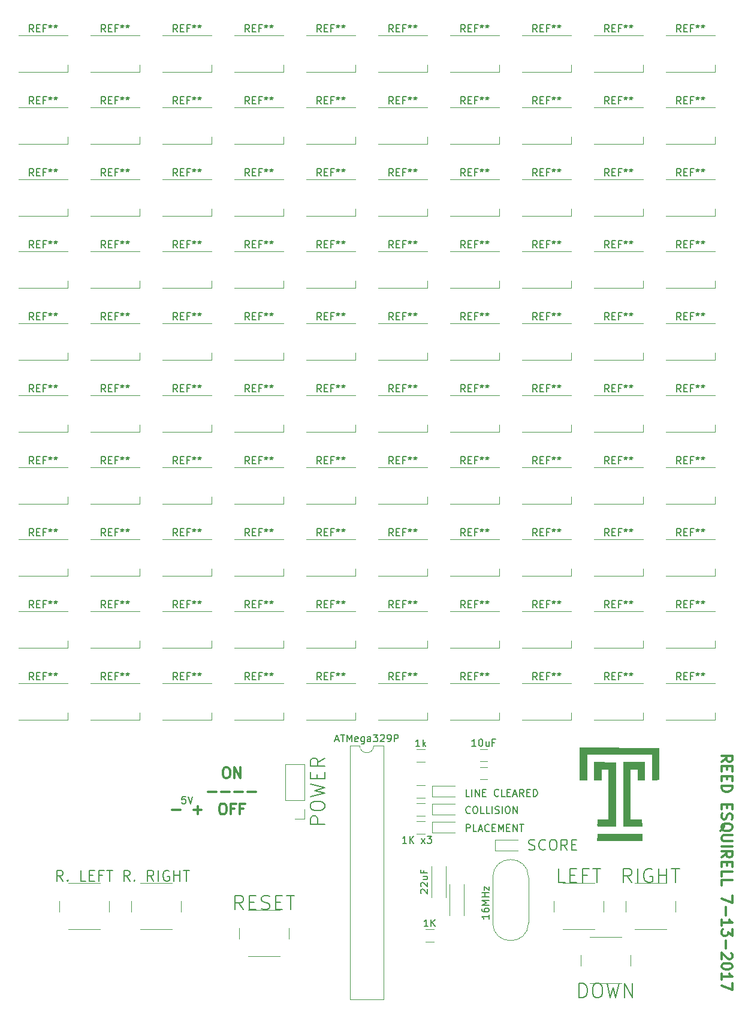
<source format=gbr>
G04 #@! TF.FileFunction,Legend,Top*
%FSLAX46Y46*%
G04 Gerber Fmt 4.6, Leading zero omitted, Abs format (unit mm)*
G04 Created by KiCad (PCBNEW 4.0.6) date 11/05/17 12:45:19*
%MOMM*%
%LPD*%
G01*
G04 APERTURE LIST*
%ADD10C,0.100000*%
%ADD11C,0.300000*%
%ADD12C,0.120000*%
%ADD13C,0.010000*%
%ADD14C,0.150000*%
G04 APERTURE END LIST*
D10*
D11*
X127341428Y-122358571D02*
X127627142Y-122358571D01*
X127770000Y-122430000D01*
X127912857Y-122572857D01*
X127984285Y-122858571D01*
X127984285Y-123358571D01*
X127912857Y-123644286D01*
X127770000Y-123787143D01*
X127627142Y-123858571D01*
X127341428Y-123858571D01*
X127198571Y-123787143D01*
X127055714Y-123644286D01*
X126984285Y-123358571D01*
X126984285Y-122858571D01*
X127055714Y-122572857D01*
X127198571Y-122430000D01*
X127341428Y-122358571D01*
X128627143Y-123858571D02*
X128627143Y-122358571D01*
X129484286Y-123858571D01*
X129484286Y-122358571D01*
X124912857Y-125837143D02*
X126055714Y-125837143D01*
X126770000Y-125837143D02*
X127912857Y-125837143D01*
X128627143Y-125837143D02*
X129770000Y-125837143D01*
X130484286Y-125837143D02*
X131627143Y-125837143D01*
X126841429Y-127458571D02*
X127127143Y-127458571D01*
X127270001Y-127530000D01*
X127412858Y-127672857D01*
X127484286Y-127958571D01*
X127484286Y-128458571D01*
X127412858Y-128744286D01*
X127270001Y-128887143D01*
X127127143Y-128958571D01*
X126841429Y-128958571D01*
X126698572Y-128887143D01*
X126555715Y-128744286D01*
X126484286Y-128458571D01*
X126484286Y-127958571D01*
X126555715Y-127672857D01*
X126698572Y-127530000D01*
X126841429Y-127458571D01*
X128627144Y-128172857D02*
X128127144Y-128172857D01*
X128127144Y-128958571D02*
X128127144Y-127458571D01*
X128841430Y-127458571D01*
X129912858Y-128172857D02*
X129412858Y-128172857D01*
X129412858Y-128958571D02*
X129412858Y-127458571D01*
X130127144Y-127458571D01*
X119848572Y-128377143D02*
X120991429Y-128377143D01*
X122848572Y-128377143D02*
X123991429Y-128377143D01*
X123420000Y-128948571D02*
X123420000Y-127805714D01*
X197441429Y-121552858D02*
X198155714Y-121052858D01*
X197441429Y-120695715D02*
X198941429Y-120695715D01*
X198941429Y-121267143D01*
X198870000Y-121410001D01*
X198798571Y-121481429D01*
X198655714Y-121552858D01*
X198441429Y-121552858D01*
X198298571Y-121481429D01*
X198227143Y-121410001D01*
X198155714Y-121267143D01*
X198155714Y-120695715D01*
X198227143Y-122195715D02*
X198227143Y-122695715D01*
X197441429Y-122910001D02*
X197441429Y-122195715D01*
X198941429Y-122195715D01*
X198941429Y-122910001D01*
X198227143Y-123552858D02*
X198227143Y-124052858D01*
X197441429Y-124267144D02*
X197441429Y-123552858D01*
X198941429Y-123552858D01*
X198941429Y-124267144D01*
X197441429Y-124910001D02*
X198941429Y-124910001D01*
X198941429Y-125267144D01*
X198870000Y-125481429D01*
X198727143Y-125624287D01*
X198584286Y-125695715D01*
X198298571Y-125767144D01*
X198084286Y-125767144D01*
X197798571Y-125695715D01*
X197655714Y-125624287D01*
X197512857Y-125481429D01*
X197441429Y-125267144D01*
X197441429Y-124910001D01*
X198227143Y-127552858D02*
X198227143Y-128052858D01*
X197441429Y-128267144D02*
X197441429Y-127552858D01*
X198941429Y-127552858D01*
X198941429Y-128267144D01*
X197512857Y-128838572D02*
X197441429Y-129052858D01*
X197441429Y-129410001D01*
X197512857Y-129552858D01*
X197584286Y-129624287D01*
X197727143Y-129695715D01*
X197870000Y-129695715D01*
X198012857Y-129624287D01*
X198084286Y-129552858D01*
X198155714Y-129410001D01*
X198227143Y-129124287D01*
X198298571Y-128981429D01*
X198370000Y-128910001D01*
X198512857Y-128838572D01*
X198655714Y-128838572D01*
X198798571Y-128910001D01*
X198870000Y-128981429D01*
X198941429Y-129124287D01*
X198941429Y-129481429D01*
X198870000Y-129695715D01*
X197298571Y-131338572D02*
X197370000Y-131195715D01*
X197512857Y-131052858D01*
X197727143Y-130838572D01*
X197798571Y-130695715D01*
X197798571Y-130552858D01*
X197441429Y-130624286D02*
X197512857Y-130481429D01*
X197655714Y-130338572D01*
X197941429Y-130267143D01*
X198441429Y-130267143D01*
X198727143Y-130338572D01*
X198870000Y-130481429D01*
X198941429Y-130624286D01*
X198941429Y-130910000D01*
X198870000Y-131052858D01*
X198727143Y-131195715D01*
X198441429Y-131267143D01*
X197941429Y-131267143D01*
X197655714Y-131195715D01*
X197512857Y-131052858D01*
X197441429Y-130910000D01*
X197441429Y-130624286D01*
X198941429Y-131910001D02*
X197727143Y-131910001D01*
X197584286Y-131981429D01*
X197512857Y-132052858D01*
X197441429Y-132195715D01*
X197441429Y-132481429D01*
X197512857Y-132624287D01*
X197584286Y-132695715D01*
X197727143Y-132767144D01*
X198941429Y-132767144D01*
X197441429Y-133481430D02*
X198941429Y-133481430D01*
X197441429Y-135052859D02*
X198155714Y-134552859D01*
X197441429Y-134195716D02*
X198941429Y-134195716D01*
X198941429Y-134767144D01*
X198870000Y-134910002D01*
X198798571Y-134981430D01*
X198655714Y-135052859D01*
X198441429Y-135052859D01*
X198298571Y-134981430D01*
X198227143Y-134910002D01*
X198155714Y-134767144D01*
X198155714Y-134195716D01*
X198227143Y-135695716D02*
X198227143Y-136195716D01*
X197441429Y-136410002D02*
X197441429Y-135695716D01*
X198941429Y-135695716D01*
X198941429Y-136410002D01*
X197441429Y-137767145D02*
X197441429Y-137052859D01*
X198941429Y-137052859D01*
X197441429Y-138981431D02*
X197441429Y-138267145D01*
X198941429Y-138267145D01*
X198941429Y-140481431D02*
X198941429Y-141481431D01*
X197441429Y-140838574D01*
X198012857Y-142052859D02*
X198012857Y-143195716D01*
X197441429Y-144695716D02*
X197441429Y-143838573D01*
X197441429Y-144267145D02*
X198941429Y-144267145D01*
X198727143Y-144124288D01*
X198584286Y-143981430D01*
X198512857Y-143838573D01*
X198941429Y-145195716D02*
X198941429Y-146124287D01*
X198370000Y-145624287D01*
X198370000Y-145838573D01*
X198298571Y-145981430D01*
X198227143Y-146052859D01*
X198084286Y-146124287D01*
X197727143Y-146124287D01*
X197584286Y-146052859D01*
X197512857Y-145981430D01*
X197441429Y-145838573D01*
X197441429Y-145410001D01*
X197512857Y-145267144D01*
X197584286Y-145195716D01*
X198012857Y-146767144D02*
X198012857Y-147910001D01*
X198798571Y-148552858D02*
X198870000Y-148624287D01*
X198941429Y-148767144D01*
X198941429Y-149124287D01*
X198870000Y-149267144D01*
X198798571Y-149338573D01*
X198655714Y-149410001D01*
X198512857Y-149410001D01*
X198298571Y-149338573D01*
X197441429Y-148481430D01*
X197441429Y-149410001D01*
X198941429Y-150338572D02*
X198941429Y-150481429D01*
X198870000Y-150624286D01*
X198798571Y-150695715D01*
X198655714Y-150767144D01*
X198370000Y-150838572D01*
X198012857Y-150838572D01*
X197727143Y-150767144D01*
X197584286Y-150695715D01*
X197512857Y-150624286D01*
X197441429Y-150481429D01*
X197441429Y-150338572D01*
X197512857Y-150195715D01*
X197584286Y-150124286D01*
X197727143Y-150052858D01*
X198012857Y-149981429D01*
X198370000Y-149981429D01*
X198655714Y-150052858D01*
X198798571Y-150124286D01*
X198870000Y-150195715D01*
X198941429Y-150338572D01*
X197441429Y-152267143D02*
X197441429Y-151410000D01*
X197441429Y-151838572D02*
X198941429Y-151838572D01*
X198727143Y-151695715D01*
X198584286Y-151552857D01*
X198512857Y-151410000D01*
X198941429Y-152767143D02*
X198941429Y-153767143D01*
X197441429Y-153124286D01*
D12*
X118420000Y-110430000D02*
X125420000Y-110430000D01*
X118420000Y-115630000D02*
X125420000Y-115630000D01*
X125420000Y-115630000D02*
X125420000Y-114630000D01*
X146320000Y-119260000D02*
X144950000Y-119260000D01*
X144950000Y-119260000D02*
X144950000Y-155060000D01*
X144950000Y-155060000D02*
X149690000Y-155060000D01*
X149690000Y-155060000D02*
X149690000Y-119260000D01*
X149690000Y-119260000D02*
X148320000Y-119260000D01*
X148320000Y-119260000D02*
G75*
G02X146320000Y-119260000I-1000000J0D01*
G01*
X98100000Y-69790000D02*
X105100000Y-69790000D01*
X98100000Y-74990000D02*
X105100000Y-74990000D01*
X105100000Y-74990000D02*
X105100000Y-73990000D01*
X98100000Y-18990000D02*
X105100000Y-18990000D01*
X98100000Y-24190000D02*
X105100000Y-24190000D01*
X105100000Y-24190000D02*
X105100000Y-23190000D01*
X98100000Y-29150000D02*
X105100000Y-29150000D01*
X98100000Y-34350000D02*
X105100000Y-34350000D01*
X105100000Y-34350000D02*
X105100000Y-33350000D01*
X108260000Y-29150000D02*
X115260000Y-29150000D01*
X108260000Y-34350000D02*
X115260000Y-34350000D01*
X115260000Y-34350000D02*
X115260000Y-33350000D01*
X108260000Y-18990000D02*
X115260000Y-18990000D01*
X108260000Y-24190000D02*
X115260000Y-24190000D01*
X115260000Y-24190000D02*
X115260000Y-23190000D01*
X118420000Y-18990000D02*
X125420000Y-18990000D01*
X118420000Y-24190000D02*
X125420000Y-24190000D01*
X125420000Y-24190000D02*
X125420000Y-23190000D01*
X128580000Y-18990000D02*
X135580000Y-18990000D01*
X128580000Y-24190000D02*
X135580000Y-24190000D01*
X135580000Y-24190000D02*
X135580000Y-23190000D01*
X138740000Y-18990000D02*
X145740000Y-18990000D01*
X138740000Y-24190000D02*
X145740000Y-24190000D01*
X145740000Y-24190000D02*
X145740000Y-23190000D01*
X148900000Y-18990000D02*
X155900000Y-18990000D01*
X148900000Y-24190000D02*
X155900000Y-24190000D01*
X155900000Y-24190000D02*
X155900000Y-23190000D01*
X159060000Y-18990000D02*
X166060000Y-18990000D01*
X159060000Y-24190000D02*
X166060000Y-24190000D01*
X166060000Y-24190000D02*
X166060000Y-23190000D01*
X169220000Y-18990000D02*
X176220000Y-18990000D01*
X169220000Y-24190000D02*
X176220000Y-24190000D01*
X176220000Y-24190000D02*
X176220000Y-23190000D01*
X179380000Y-18990000D02*
X186380000Y-18990000D01*
X179380000Y-24190000D02*
X186380000Y-24190000D01*
X186380000Y-24190000D02*
X186380000Y-23190000D01*
X189540000Y-18990000D02*
X196540000Y-18990000D01*
X189540000Y-24190000D02*
X196540000Y-24190000D01*
X196540000Y-24190000D02*
X196540000Y-23190000D01*
X118420000Y-29150000D02*
X125420000Y-29150000D01*
X118420000Y-34350000D02*
X125420000Y-34350000D01*
X125420000Y-34350000D02*
X125420000Y-33350000D01*
X128580000Y-29150000D02*
X135580000Y-29150000D01*
X128580000Y-34350000D02*
X135580000Y-34350000D01*
X135580000Y-34350000D02*
X135580000Y-33350000D01*
X138740000Y-29150000D02*
X145740000Y-29150000D01*
X138740000Y-34350000D02*
X145740000Y-34350000D01*
X145740000Y-34350000D02*
X145740000Y-33350000D01*
X148900000Y-29150000D02*
X155900000Y-29150000D01*
X148900000Y-34350000D02*
X155900000Y-34350000D01*
X155900000Y-34350000D02*
X155900000Y-33350000D01*
X159060000Y-29150000D02*
X166060000Y-29150000D01*
X159060000Y-34350000D02*
X166060000Y-34350000D01*
X166060000Y-34350000D02*
X166060000Y-33350000D01*
X169220000Y-29150000D02*
X176220000Y-29150000D01*
X169220000Y-34350000D02*
X176220000Y-34350000D01*
X176220000Y-34350000D02*
X176220000Y-33350000D01*
X179380000Y-29150000D02*
X186380000Y-29150000D01*
X179380000Y-34350000D02*
X186380000Y-34350000D01*
X186380000Y-34350000D02*
X186380000Y-33350000D01*
X189540000Y-29150000D02*
X196540000Y-29150000D01*
X189540000Y-34350000D02*
X196540000Y-34350000D01*
X196540000Y-34350000D02*
X196540000Y-33350000D01*
X98100000Y-39310000D02*
X105100000Y-39310000D01*
X98100000Y-44510000D02*
X105100000Y-44510000D01*
X105100000Y-44510000D02*
X105100000Y-43510000D01*
X108260000Y-39310000D02*
X115260000Y-39310000D01*
X108260000Y-44510000D02*
X115260000Y-44510000D01*
X115260000Y-44510000D02*
X115260000Y-43510000D01*
X98100000Y-49470000D02*
X105100000Y-49470000D01*
X98100000Y-54670000D02*
X105100000Y-54670000D01*
X105100000Y-54670000D02*
X105100000Y-53670000D01*
X98100000Y-59630000D02*
X105100000Y-59630000D01*
X98100000Y-64830000D02*
X105100000Y-64830000D01*
X105100000Y-64830000D02*
X105100000Y-63830000D01*
X98100000Y-79950000D02*
X105100000Y-79950000D01*
X98100000Y-85150000D02*
X105100000Y-85150000D01*
X105100000Y-85150000D02*
X105100000Y-84150000D01*
X98100000Y-90110000D02*
X105100000Y-90110000D01*
X98100000Y-95310000D02*
X105100000Y-95310000D01*
X105100000Y-95310000D02*
X105100000Y-94310000D01*
X98100000Y-100270000D02*
X105100000Y-100270000D01*
X98100000Y-105470000D02*
X105100000Y-105470000D01*
X105100000Y-105470000D02*
X105100000Y-104470000D01*
X98100000Y-110430000D02*
X105100000Y-110430000D01*
X98100000Y-115630000D02*
X105100000Y-115630000D01*
X105100000Y-115630000D02*
X105100000Y-114630000D01*
X108260000Y-49470000D02*
X115260000Y-49470000D01*
X108260000Y-54670000D02*
X115260000Y-54670000D01*
X115260000Y-54670000D02*
X115260000Y-53670000D01*
X108260000Y-59630000D02*
X115260000Y-59630000D01*
X108260000Y-64830000D02*
X115260000Y-64830000D01*
X115260000Y-64830000D02*
X115260000Y-63830000D01*
X118420000Y-39310000D02*
X125420000Y-39310000D01*
X118420000Y-44510000D02*
X125420000Y-44510000D01*
X125420000Y-44510000D02*
X125420000Y-43510000D01*
X128580000Y-39310000D02*
X135580000Y-39310000D01*
X128580000Y-44510000D02*
X135580000Y-44510000D01*
X135580000Y-44510000D02*
X135580000Y-43510000D01*
X118420000Y-49470000D02*
X125420000Y-49470000D01*
X118420000Y-54670000D02*
X125420000Y-54670000D01*
X125420000Y-54670000D02*
X125420000Y-53670000D01*
X128580000Y-49470000D02*
X135580000Y-49470000D01*
X128580000Y-54670000D02*
X135580000Y-54670000D01*
X135580000Y-54670000D02*
X135580000Y-53670000D01*
X118420000Y-59630000D02*
X125420000Y-59630000D01*
X118420000Y-64830000D02*
X125420000Y-64830000D01*
X125420000Y-64830000D02*
X125420000Y-63830000D01*
X128580000Y-59630000D02*
X135580000Y-59630000D01*
X128580000Y-64830000D02*
X135580000Y-64830000D01*
X135580000Y-64830000D02*
X135580000Y-63830000D01*
X108260000Y-69790000D02*
X115260000Y-69790000D01*
X108260000Y-74990000D02*
X115260000Y-74990000D01*
X115260000Y-74990000D02*
X115260000Y-73990000D01*
X118420000Y-69790000D02*
X125420000Y-69790000D01*
X118420000Y-74990000D02*
X125420000Y-74990000D01*
X125420000Y-74990000D02*
X125420000Y-73990000D01*
X128580000Y-69790000D02*
X135580000Y-69790000D01*
X128580000Y-74990000D02*
X135580000Y-74990000D01*
X135580000Y-74990000D02*
X135580000Y-73990000D01*
X138740000Y-39310000D02*
X145740000Y-39310000D01*
X138740000Y-44510000D02*
X145740000Y-44510000D01*
X145740000Y-44510000D02*
X145740000Y-43510000D01*
X148900000Y-39310000D02*
X155900000Y-39310000D01*
X148900000Y-44510000D02*
X155900000Y-44510000D01*
X155900000Y-44510000D02*
X155900000Y-43510000D01*
X159060000Y-39310000D02*
X166060000Y-39310000D01*
X159060000Y-44510000D02*
X166060000Y-44510000D01*
X166060000Y-44510000D02*
X166060000Y-43510000D01*
X169220000Y-39310000D02*
X176220000Y-39310000D01*
X169220000Y-44510000D02*
X176220000Y-44510000D01*
X176220000Y-44510000D02*
X176220000Y-43510000D01*
X179380000Y-39310000D02*
X186380000Y-39310000D01*
X179380000Y-44510000D02*
X186380000Y-44510000D01*
X186380000Y-44510000D02*
X186380000Y-43510000D01*
X189540000Y-39310000D02*
X196540000Y-39310000D01*
X189540000Y-44510000D02*
X196540000Y-44510000D01*
X196540000Y-44510000D02*
X196540000Y-43510000D01*
X138740000Y-49470000D02*
X145740000Y-49470000D01*
X138740000Y-54670000D02*
X145740000Y-54670000D01*
X145740000Y-54670000D02*
X145740000Y-53670000D01*
X148900000Y-49470000D02*
X155900000Y-49470000D01*
X148900000Y-54670000D02*
X155900000Y-54670000D01*
X155900000Y-54670000D02*
X155900000Y-53670000D01*
X159060000Y-49470000D02*
X166060000Y-49470000D01*
X159060000Y-54670000D02*
X166060000Y-54670000D01*
X166060000Y-54670000D02*
X166060000Y-53670000D01*
X169220000Y-49470000D02*
X176220000Y-49470000D01*
X169220000Y-54670000D02*
X176220000Y-54670000D01*
X176220000Y-54670000D02*
X176220000Y-53670000D01*
X179380000Y-49470000D02*
X186380000Y-49470000D01*
X179380000Y-54670000D02*
X186380000Y-54670000D01*
X186380000Y-54670000D02*
X186380000Y-53670000D01*
X189540000Y-49470000D02*
X196540000Y-49470000D01*
X189540000Y-54670000D02*
X196540000Y-54670000D01*
X196540000Y-54670000D02*
X196540000Y-53670000D01*
X138740000Y-59630000D02*
X145740000Y-59630000D01*
X138740000Y-64830000D02*
X145740000Y-64830000D01*
X145740000Y-64830000D02*
X145740000Y-63830000D01*
X148900000Y-59630000D02*
X155900000Y-59630000D01*
X148900000Y-64830000D02*
X155900000Y-64830000D01*
X155900000Y-64830000D02*
X155900000Y-63830000D01*
X159060000Y-59630000D02*
X166060000Y-59630000D01*
X159060000Y-64830000D02*
X166060000Y-64830000D01*
X166060000Y-64830000D02*
X166060000Y-63830000D01*
X169220000Y-59630000D02*
X176220000Y-59630000D01*
X169220000Y-64830000D02*
X176220000Y-64830000D01*
X176220000Y-64830000D02*
X176220000Y-63830000D01*
X179380000Y-59630000D02*
X186380000Y-59630000D01*
X179380000Y-64830000D02*
X186380000Y-64830000D01*
X186380000Y-64830000D02*
X186380000Y-63830000D01*
X189540000Y-59630000D02*
X196540000Y-59630000D01*
X189540000Y-64830000D02*
X196540000Y-64830000D01*
X196540000Y-64830000D02*
X196540000Y-63830000D01*
X108260000Y-79950000D02*
X115260000Y-79950000D01*
X108260000Y-85150000D02*
X115260000Y-85150000D01*
X115260000Y-85150000D02*
X115260000Y-84150000D01*
X108260000Y-90110000D02*
X115260000Y-90110000D01*
X108260000Y-95310000D02*
X115260000Y-95310000D01*
X115260000Y-95310000D02*
X115260000Y-94310000D01*
X108260000Y-100270000D02*
X115260000Y-100270000D01*
X108260000Y-105470000D02*
X115260000Y-105470000D01*
X115260000Y-105470000D02*
X115260000Y-104470000D01*
X108260000Y-110430000D02*
X115260000Y-110430000D01*
X108260000Y-115630000D02*
X115260000Y-115630000D01*
X115260000Y-115630000D02*
X115260000Y-114630000D01*
X138740000Y-69790000D02*
X145740000Y-69790000D01*
X138740000Y-74990000D02*
X145740000Y-74990000D01*
X145740000Y-74990000D02*
X145740000Y-73990000D01*
X148900000Y-69790000D02*
X155900000Y-69790000D01*
X148900000Y-74990000D02*
X155900000Y-74990000D01*
X155900000Y-74990000D02*
X155900000Y-73990000D01*
X118420000Y-79950000D02*
X125420000Y-79950000D01*
X118420000Y-85150000D02*
X125420000Y-85150000D01*
X125420000Y-85150000D02*
X125420000Y-84150000D01*
X128580000Y-79950000D02*
X135580000Y-79950000D01*
X128580000Y-85150000D02*
X135580000Y-85150000D01*
X135580000Y-85150000D02*
X135580000Y-84150000D01*
X138740000Y-79950000D02*
X145740000Y-79950000D01*
X138740000Y-85150000D02*
X145740000Y-85150000D01*
X145740000Y-85150000D02*
X145740000Y-84150000D01*
X148900000Y-79950000D02*
X155900000Y-79950000D01*
X148900000Y-85150000D02*
X155900000Y-85150000D01*
X155900000Y-85150000D02*
X155900000Y-84150000D01*
X159060000Y-69790000D02*
X166060000Y-69790000D01*
X159060000Y-74990000D02*
X166060000Y-74990000D01*
X166060000Y-74990000D02*
X166060000Y-73990000D01*
X169220000Y-69790000D02*
X176220000Y-69790000D01*
X169220000Y-74990000D02*
X176220000Y-74990000D01*
X176220000Y-74990000D02*
X176220000Y-73990000D01*
X179380000Y-69790000D02*
X186380000Y-69790000D01*
X179380000Y-74990000D02*
X186380000Y-74990000D01*
X186380000Y-74990000D02*
X186380000Y-73990000D01*
X189540000Y-69790000D02*
X196540000Y-69790000D01*
X189540000Y-74990000D02*
X196540000Y-74990000D01*
X196540000Y-74990000D02*
X196540000Y-73990000D01*
X159060000Y-79950000D02*
X166060000Y-79950000D01*
X159060000Y-85150000D02*
X166060000Y-85150000D01*
X166060000Y-85150000D02*
X166060000Y-84150000D01*
X169220000Y-79950000D02*
X176220000Y-79950000D01*
X169220000Y-85150000D02*
X176220000Y-85150000D01*
X176220000Y-85150000D02*
X176220000Y-84150000D01*
X179380000Y-79950000D02*
X186380000Y-79950000D01*
X179380000Y-85150000D02*
X186380000Y-85150000D01*
X186380000Y-85150000D02*
X186380000Y-84150000D01*
X189540000Y-79950000D02*
X196540000Y-79950000D01*
X189540000Y-85150000D02*
X196540000Y-85150000D01*
X196540000Y-85150000D02*
X196540000Y-84150000D01*
X118420000Y-90110000D02*
X125420000Y-90110000D01*
X118420000Y-95310000D02*
X125420000Y-95310000D01*
X125420000Y-95310000D02*
X125420000Y-94310000D01*
X128580000Y-90110000D02*
X135580000Y-90110000D01*
X128580000Y-95310000D02*
X135580000Y-95310000D01*
X135580000Y-95310000D02*
X135580000Y-94310000D01*
X138740000Y-90110000D02*
X145740000Y-90110000D01*
X138740000Y-95310000D02*
X145740000Y-95310000D01*
X145740000Y-95310000D02*
X145740000Y-94310000D01*
X148900000Y-90110000D02*
X155900000Y-90110000D01*
X148900000Y-95310000D02*
X155900000Y-95310000D01*
X155900000Y-95310000D02*
X155900000Y-94310000D01*
X118420000Y-100270000D02*
X125420000Y-100270000D01*
X118420000Y-105470000D02*
X125420000Y-105470000D01*
X125420000Y-105470000D02*
X125420000Y-104470000D01*
X128580000Y-100270000D02*
X135580000Y-100270000D01*
X128580000Y-105470000D02*
X135580000Y-105470000D01*
X135580000Y-105470000D02*
X135580000Y-104470000D01*
X128580000Y-110430000D02*
X135580000Y-110430000D01*
X128580000Y-115630000D02*
X135580000Y-115630000D01*
X135580000Y-115630000D02*
X135580000Y-114630000D01*
X138740000Y-100270000D02*
X145740000Y-100270000D01*
X138740000Y-105470000D02*
X145740000Y-105470000D01*
X145740000Y-105470000D02*
X145740000Y-104470000D01*
X138740000Y-110430000D02*
X145740000Y-110430000D01*
X138740000Y-115630000D02*
X145740000Y-115630000D01*
X145740000Y-115630000D02*
X145740000Y-114630000D01*
X159060000Y-90110000D02*
X166060000Y-90110000D01*
X159060000Y-95310000D02*
X166060000Y-95310000D01*
X166060000Y-95310000D02*
X166060000Y-94310000D01*
X169220000Y-90110000D02*
X176220000Y-90110000D01*
X169220000Y-95310000D02*
X176220000Y-95310000D01*
X176220000Y-95310000D02*
X176220000Y-94310000D01*
X179380000Y-90110000D02*
X186380000Y-90110000D01*
X179380000Y-95310000D02*
X186380000Y-95310000D01*
X186380000Y-95310000D02*
X186380000Y-94310000D01*
X189540000Y-90110000D02*
X196540000Y-90110000D01*
X189540000Y-95310000D02*
X196540000Y-95310000D01*
X196540000Y-95310000D02*
X196540000Y-94310000D01*
X148900000Y-100270000D02*
X155900000Y-100270000D01*
X148900000Y-105470000D02*
X155900000Y-105470000D01*
X155900000Y-105470000D02*
X155900000Y-104470000D01*
X159060000Y-100270000D02*
X166060000Y-100270000D01*
X159060000Y-105470000D02*
X166060000Y-105470000D01*
X166060000Y-105470000D02*
X166060000Y-104470000D01*
X169220000Y-100270000D02*
X176220000Y-100270000D01*
X169220000Y-105470000D02*
X176220000Y-105470000D01*
X176220000Y-105470000D02*
X176220000Y-104470000D01*
X179380000Y-100270000D02*
X186380000Y-100270000D01*
X179380000Y-105470000D02*
X186380000Y-105470000D01*
X186380000Y-105470000D02*
X186380000Y-104470000D01*
X189540000Y-100270000D02*
X196540000Y-100270000D01*
X189540000Y-105470000D02*
X196540000Y-105470000D01*
X196540000Y-105470000D02*
X196540000Y-104470000D01*
X148900000Y-110430000D02*
X155900000Y-110430000D01*
X148900000Y-115630000D02*
X155900000Y-115630000D01*
X155900000Y-115630000D02*
X155900000Y-114630000D01*
X159060000Y-110430000D02*
X166060000Y-110430000D01*
X159060000Y-115630000D02*
X166060000Y-115630000D01*
X166060000Y-115630000D02*
X166060000Y-114630000D01*
X169220000Y-110430000D02*
X176220000Y-110430000D01*
X169220000Y-115630000D02*
X176220000Y-115630000D01*
X176220000Y-115630000D02*
X176220000Y-114630000D01*
X179380000Y-110430000D02*
X186380000Y-110430000D01*
X179380000Y-115630000D02*
X186380000Y-115630000D01*
X186380000Y-115630000D02*
X186380000Y-114630000D01*
X189540000Y-110430000D02*
X196540000Y-110430000D01*
X189540000Y-115630000D02*
X196540000Y-115630000D01*
X196540000Y-115630000D02*
X196540000Y-114630000D01*
X155540000Y-126610000D02*
X154340000Y-126610000D01*
X154340000Y-124850000D02*
X155540000Y-124850000D01*
X155540000Y-129150000D02*
X154340000Y-129150000D01*
X154340000Y-127390000D02*
X155540000Y-127390000D01*
X155540000Y-131690000D02*
X154340000Y-131690000D01*
X154340000Y-129930000D02*
X155540000Y-129930000D01*
X159750000Y-126480000D02*
X156550000Y-126480000D01*
X156550000Y-124980000D02*
X159750000Y-124980000D01*
X156550000Y-124980000D02*
X156550000Y-126480000D01*
X159750000Y-129020000D02*
X156550000Y-129020000D01*
X156550000Y-127520000D02*
X159750000Y-127520000D01*
X156550000Y-127520000D02*
X156550000Y-129020000D01*
X159750000Y-131560000D02*
X156550000Y-131560000D01*
X156550000Y-130060000D02*
X159750000Y-130060000D01*
X156550000Y-130060000D02*
X156550000Y-131560000D01*
X178800000Y-152820000D02*
X183300000Y-152820000D01*
X177550000Y-148820000D02*
X177550000Y-150320000D01*
X183300000Y-146320000D02*
X178800000Y-146320000D01*
X184550000Y-150320000D02*
X184550000Y-148820000D01*
X174990000Y-145200000D02*
X179490000Y-145200000D01*
X173740000Y-141200000D02*
X173740000Y-142700000D01*
X179490000Y-138700000D02*
X174990000Y-138700000D01*
X180740000Y-142700000D02*
X180740000Y-141200000D01*
X185150000Y-145200000D02*
X189650000Y-145200000D01*
X183900000Y-141200000D02*
X183900000Y-142700000D01*
X189650000Y-138700000D02*
X185150000Y-138700000D01*
X190900000Y-142700000D02*
X190900000Y-141200000D01*
X105140000Y-145200000D02*
X109640000Y-145200000D01*
X103890000Y-141200000D02*
X103890000Y-142700000D01*
X109640000Y-138700000D02*
X105140000Y-138700000D01*
X110890000Y-142700000D02*
X110890000Y-141200000D01*
X115300000Y-145200000D02*
X119800000Y-145200000D01*
X114050000Y-141200000D02*
X114050000Y-142700000D01*
X119800000Y-138700000D02*
X115300000Y-138700000D01*
X121050000Y-142700000D02*
X121050000Y-141200000D01*
X155540000Y-121530000D02*
X154340000Y-121530000D01*
X154340000Y-119770000D02*
X155540000Y-119770000D01*
X165115000Y-144270000D02*
X165115000Y-137870000D01*
X170165000Y-144270000D02*
X170165000Y-137870000D01*
X170165000Y-144270000D02*
G75*
G02X165115000Y-144270000I-2525000J0D01*
G01*
X170165000Y-137870000D02*
G75*
G03X165115000Y-137870000I-2525000J0D01*
G01*
X156470000Y-140680000D02*
X156470000Y-136260000D01*
X158490000Y-140680000D02*
X158490000Y-136260000D01*
X156470000Y-140680000D02*
X156484000Y-140680000D01*
X158476000Y-140680000D02*
X158490000Y-140680000D01*
X156470000Y-136260000D02*
X156484000Y-136260000D01*
X158476000Y-136260000D02*
X158490000Y-136260000D01*
X159010000Y-143220000D02*
X159010000Y-138800000D01*
X161030000Y-143220000D02*
X161030000Y-138800000D01*
X159010000Y-143220000D02*
X159024000Y-143220000D01*
X161016000Y-143220000D02*
X161030000Y-143220000D01*
X159010000Y-138800000D02*
X159024000Y-138800000D01*
X161016000Y-138800000D02*
X161030000Y-138800000D01*
X164330000Y-119800000D02*
X163330000Y-119800000D01*
X163330000Y-121500000D02*
X164330000Y-121500000D01*
X164330000Y-122340000D02*
X163330000Y-122340000D01*
X163330000Y-124040000D02*
X164330000Y-124040000D01*
X130540000Y-149010000D02*
X135040000Y-149010000D01*
X129290000Y-145010000D02*
X129290000Y-146510000D01*
X135040000Y-142510000D02*
X130540000Y-142510000D01*
X136290000Y-146510000D02*
X136290000Y-145010000D01*
X156810000Y-146930000D02*
X155610000Y-146930000D01*
X155610000Y-145170000D02*
X156810000Y-145170000D01*
X168640000Y-134100000D02*
X165440000Y-134100000D01*
X165440000Y-132600000D02*
X168640000Y-132600000D01*
X165440000Y-132600000D02*
X165440000Y-134100000D01*
X138490000Y-121860000D02*
X135830000Y-121860000D01*
X138490000Y-127000000D02*
X138490000Y-121860000D01*
X135830000Y-127000000D02*
X135830000Y-121860000D01*
X138490000Y-127000000D02*
X135830000Y-127000000D01*
X138490000Y-128270000D02*
X138490000Y-129600000D01*
X138490000Y-129600000D02*
X137160000Y-129600000D01*
D13*
G36*
X186156600Y-132613400D02*
X179844106Y-132613400D01*
X179875594Y-132422900D01*
X179894639Y-132254405D01*
X179906151Y-132050258D01*
X179907640Y-131965700D01*
X179908200Y-131699000D01*
X186156600Y-131699000D01*
X186156600Y-132613400D01*
X186156600Y-132613400D01*
G37*
X186156600Y-132613400D02*
X179844106Y-132613400D01*
X179875594Y-132422900D01*
X179894639Y-132254405D01*
X179906151Y-132050258D01*
X179907640Y-131965700D01*
X179908200Y-131699000D01*
X186156600Y-131699000D01*
X186156600Y-132613400D01*
G36*
X182449350Y-121615200D02*
X182449316Y-130635782D01*
X181173905Y-130646691D01*
X180825304Y-130648701D01*
X180512212Y-130648645D01*
X180248349Y-130646678D01*
X180047433Y-130642955D01*
X179923183Y-130637630D01*
X179888138Y-130632200D01*
X179884324Y-130573311D01*
X179882924Y-130437461D01*
X179884080Y-130249261D01*
X179885415Y-130157410D01*
X179893047Y-129708020D01*
X180688023Y-129715145D01*
X181483000Y-129722270D01*
X181483000Y-122555000D01*
X180416200Y-122555000D01*
X180416200Y-124129800D01*
X179451000Y-124129800D01*
X179451000Y-121588288D01*
X182449350Y-121615200D01*
X182449350Y-121615200D01*
G37*
X182449350Y-121615200D02*
X182449316Y-130635782D01*
X181173905Y-130646691D01*
X180825304Y-130648701D01*
X180512212Y-130648645D01*
X180248349Y-130646678D01*
X180047433Y-130642955D01*
X179923183Y-130637630D01*
X179888138Y-130632200D01*
X179884324Y-130573311D01*
X179882924Y-130437461D01*
X179884080Y-130249261D01*
X179885415Y-130157410D01*
X179893047Y-129708020D01*
X180688023Y-129715145D01*
X181483000Y-129722270D01*
X181483000Y-122555000D01*
X180416200Y-122555000D01*
X180416200Y-124129800D01*
X179451000Y-124129800D01*
X179451000Y-121588288D01*
X182449350Y-121615200D01*
G36*
X186551187Y-122847099D02*
X186537600Y-124104400D01*
X185623200Y-124104400D01*
X185609176Y-123329700D01*
X185595153Y-122555000D01*
X184531000Y-122555000D01*
X184531000Y-129664420D01*
X186131200Y-129692400D01*
X186160412Y-130632200D01*
X183565800Y-130632200D01*
X183565800Y-121589800D01*
X185065287Y-121589799D01*
X186564774Y-121589799D01*
X186551187Y-122847099D01*
X186551187Y-122847099D01*
G37*
X186551187Y-122847099D02*
X186537600Y-124104400D01*
X185623200Y-124104400D01*
X185609176Y-123329700D01*
X185595153Y-122555000D01*
X184531000Y-122555000D01*
X184531000Y-129664420D01*
X186131200Y-129692400D01*
X186160412Y-130632200D01*
X183565800Y-130632200D01*
X183565800Y-121589800D01*
X185065287Y-121589799D01*
X186564774Y-121589799D01*
X186551187Y-122847099D01*
G36*
X188569600Y-119583200D02*
X188569600Y-124053600D01*
X188100351Y-124068197D01*
X187631103Y-124082795D01*
X187617751Y-122290197D01*
X187604400Y-120497600D01*
X178409600Y-120497600D01*
X178382916Y-124129800D01*
X177419000Y-124129800D01*
X177419000Y-119557352D01*
X188569600Y-119583200D01*
X188569600Y-119583200D01*
G37*
X188569600Y-119583200D02*
X188569600Y-124053600D01*
X188100351Y-124068197D01*
X187631103Y-124082795D01*
X187617751Y-122290197D01*
X187604400Y-120497600D01*
X178409600Y-120497600D01*
X178382916Y-124129800D01*
X177419000Y-124129800D01*
X177419000Y-119557352D01*
X188569600Y-119583200D01*
D14*
X120586667Y-109982381D02*
X120253333Y-109506190D01*
X120015238Y-109982381D02*
X120015238Y-108982381D01*
X120396191Y-108982381D01*
X120491429Y-109030000D01*
X120539048Y-109077619D01*
X120586667Y-109172857D01*
X120586667Y-109315714D01*
X120539048Y-109410952D01*
X120491429Y-109458571D01*
X120396191Y-109506190D01*
X120015238Y-109506190D01*
X121015238Y-109458571D02*
X121348572Y-109458571D01*
X121491429Y-109982381D02*
X121015238Y-109982381D01*
X121015238Y-108982381D01*
X121491429Y-108982381D01*
X122253334Y-109458571D02*
X121920000Y-109458571D01*
X121920000Y-109982381D02*
X121920000Y-108982381D01*
X122396191Y-108982381D01*
X122920000Y-108982381D02*
X122920000Y-109220476D01*
X122681905Y-109125238D02*
X122920000Y-109220476D01*
X123158096Y-109125238D01*
X122777143Y-109410952D02*
X122920000Y-109220476D01*
X123062858Y-109410952D01*
X123681905Y-108982381D02*
X123681905Y-109220476D01*
X123443810Y-109125238D02*
X123681905Y-109220476D01*
X123920001Y-109125238D01*
X123539048Y-109410952D02*
X123681905Y-109220476D01*
X123824763Y-109410952D01*
X142867619Y-118426667D02*
X143343810Y-118426667D01*
X142772381Y-118712381D02*
X143105714Y-117712381D01*
X143439048Y-118712381D01*
X143629524Y-117712381D02*
X144200953Y-117712381D01*
X143915238Y-118712381D02*
X143915238Y-117712381D01*
X144534286Y-118712381D02*
X144534286Y-117712381D01*
X144867620Y-118426667D01*
X145200953Y-117712381D01*
X145200953Y-118712381D01*
X146058096Y-118664762D02*
X145962858Y-118712381D01*
X145772381Y-118712381D01*
X145677143Y-118664762D01*
X145629524Y-118569524D01*
X145629524Y-118188571D01*
X145677143Y-118093333D01*
X145772381Y-118045714D01*
X145962858Y-118045714D01*
X146058096Y-118093333D01*
X146105715Y-118188571D01*
X146105715Y-118283810D01*
X145629524Y-118379048D01*
X146962858Y-118045714D02*
X146962858Y-118855238D01*
X146915239Y-118950476D01*
X146867620Y-118998095D01*
X146772381Y-119045714D01*
X146629524Y-119045714D01*
X146534286Y-118998095D01*
X146962858Y-118664762D02*
X146867620Y-118712381D01*
X146677143Y-118712381D01*
X146581905Y-118664762D01*
X146534286Y-118617143D01*
X146486667Y-118521905D01*
X146486667Y-118236190D01*
X146534286Y-118140952D01*
X146581905Y-118093333D01*
X146677143Y-118045714D01*
X146867620Y-118045714D01*
X146962858Y-118093333D01*
X147867620Y-118712381D02*
X147867620Y-118188571D01*
X147820001Y-118093333D01*
X147724763Y-118045714D01*
X147534286Y-118045714D01*
X147439048Y-118093333D01*
X147867620Y-118664762D02*
X147772382Y-118712381D01*
X147534286Y-118712381D01*
X147439048Y-118664762D01*
X147391429Y-118569524D01*
X147391429Y-118474286D01*
X147439048Y-118379048D01*
X147534286Y-118331429D01*
X147772382Y-118331429D01*
X147867620Y-118283810D01*
X148248572Y-117712381D02*
X148867620Y-117712381D01*
X148534286Y-118093333D01*
X148677144Y-118093333D01*
X148772382Y-118140952D01*
X148820001Y-118188571D01*
X148867620Y-118283810D01*
X148867620Y-118521905D01*
X148820001Y-118617143D01*
X148772382Y-118664762D01*
X148677144Y-118712381D01*
X148391429Y-118712381D01*
X148296191Y-118664762D01*
X148248572Y-118617143D01*
X149248572Y-117807619D02*
X149296191Y-117760000D01*
X149391429Y-117712381D01*
X149629525Y-117712381D01*
X149724763Y-117760000D01*
X149772382Y-117807619D01*
X149820001Y-117902857D01*
X149820001Y-117998095D01*
X149772382Y-118140952D01*
X149200953Y-118712381D01*
X149820001Y-118712381D01*
X150296191Y-118712381D02*
X150486667Y-118712381D01*
X150581906Y-118664762D01*
X150629525Y-118617143D01*
X150724763Y-118474286D01*
X150772382Y-118283810D01*
X150772382Y-117902857D01*
X150724763Y-117807619D01*
X150677144Y-117760000D01*
X150581906Y-117712381D01*
X150391429Y-117712381D01*
X150296191Y-117760000D01*
X150248572Y-117807619D01*
X150200953Y-117902857D01*
X150200953Y-118140952D01*
X150248572Y-118236190D01*
X150296191Y-118283810D01*
X150391429Y-118331429D01*
X150581906Y-118331429D01*
X150677144Y-118283810D01*
X150724763Y-118236190D01*
X150772382Y-118140952D01*
X151200953Y-118712381D02*
X151200953Y-117712381D01*
X151581906Y-117712381D01*
X151677144Y-117760000D01*
X151724763Y-117807619D01*
X151772382Y-117902857D01*
X151772382Y-118045714D01*
X151724763Y-118140952D01*
X151677144Y-118188571D01*
X151581906Y-118236190D01*
X151200953Y-118236190D01*
X100266667Y-69342381D02*
X99933333Y-68866190D01*
X99695238Y-69342381D02*
X99695238Y-68342381D01*
X100076191Y-68342381D01*
X100171429Y-68390000D01*
X100219048Y-68437619D01*
X100266667Y-68532857D01*
X100266667Y-68675714D01*
X100219048Y-68770952D01*
X100171429Y-68818571D01*
X100076191Y-68866190D01*
X99695238Y-68866190D01*
X100695238Y-68818571D02*
X101028572Y-68818571D01*
X101171429Y-69342381D02*
X100695238Y-69342381D01*
X100695238Y-68342381D01*
X101171429Y-68342381D01*
X101933334Y-68818571D02*
X101600000Y-68818571D01*
X101600000Y-69342381D02*
X101600000Y-68342381D01*
X102076191Y-68342381D01*
X102600000Y-68342381D02*
X102600000Y-68580476D01*
X102361905Y-68485238D02*
X102600000Y-68580476D01*
X102838096Y-68485238D01*
X102457143Y-68770952D02*
X102600000Y-68580476D01*
X102742858Y-68770952D01*
X103361905Y-68342381D02*
X103361905Y-68580476D01*
X103123810Y-68485238D02*
X103361905Y-68580476D01*
X103600001Y-68485238D01*
X103219048Y-68770952D02*
X103361905Y-68580476D01*
X103504763Y-68770952D01*
X100266667Y-18542381D02*
X99933333Y-18066190D01*
X99695238Y-18542381D02*
X99695238Y-17542381D01*
X100076191Y-17542381D01*
X100171429Y-17590000D01*
X100219048Y-17637619D01*
X100266667Y-17732857D01*
X100266667Y-17875714D01*
X100219048Y-17970952D01*
X100171429Y-18018571D01*
X100076191Y-18066190D01*
X99695238Y-18066190D01*
X100695238Y-18018571D02*
X101028572Y-18018571D01*
X101171429Y-18542381D02*
X100695238Y-18542381D01*
X100695238Y-17542381D01*
X101171429Y-17542381D01*
X101933334Y-18018571D02*
X101600000Y-18018571D01*
X101600000Y-18542381D02*
X101600000Y-17542381D01*
X102076191Y-17542381D01*
X102600000Y-17542381D02*
X102600000Y-17780476D01*
X102361905Y-17685238D02*
X102600000Y-17780476D01*
X102838096Y-17685238D01*
X102457143Y-17970952D02*
X102600000Y-17780476D01*
X102742858Y-17970952D01*
X103361905Y-17542381D02*
X103361905Y-17780476D01*
X103123810Y-17685238D02*
X103361905Y-17780476D01*
X103600001Y-17685238D01*
X103219048Y-17970952D02*
X103361905Y-17780476D01*
X103504763Y-17970952D01*
X100266667Y-28702381D02*
X99933333Y-28226190D01*
X99695238Y-28702381D02*
X99695238Y-27702381D01*
X100076191Y-27702381D01*
X100171429Y-27750000D01*
X100219048Y-27797619D01*
X100266667Y-27892857D01*
X100266667Y-28035714D01*
X100219048Y-28130952D01*
X100171429Y-28178571D01*
X100076191Y-28226190D01*
X99695238Y-28226190D01*
X100695238Y-28178571D02*
X101028572Y-28178571D01*
X101171429Y-28702381D02*
X100695238Y-28702381D01*
X100695238Y-27702381D01*
X101171429Y-27702381D01*
X101933334Y-28178571D02*
X101600000Y-28178571D01*
X101600000Y-28702381D02*
X101600000Y-27702381D01*
X102076191Y-27702381D01*
X102600000Y-27702381D02*
X102600000Y-27940476D01*
X102361905Y-27845238D02*
X102600000Y-27940476D01*
X102838096Y-27845238D01*
X102457143Y-28130952D02*
X102600000Y-27940476D01*
X102742858Y-28130952D01*
X103361905Y-27702381D02*
X103361905Y-27940476D01*
X103123810Y-27845238D02*
X103361905Y-27940476D01*
X103600001Y-27845238D01*
X103219048Y-28130952D02*
X103361905Y-27940476D01*
X103504763Y-28130952D01*
X110426667Y-28702381D02*
X110093333Y-28226190D01*
X109855238Y-28702381D02*
X109855238Y-27702381D01*
X110236191Y-27702381D01*
X110331429Y-27750000D01*
X110379048Y-27797619D01*
X110426667Y-27892857D01*
X110426667Y-28035714D01*
X110379048Y-28130952D01*
X110331429Y-28178571D01*
X110236191Y-28226190D01*
X109855238Y-28226190D01*
X110855238Y-28178571D02*
X111188572Y-28178571D01*
X111331429Y-28702381D02*
X110855238Y-28702381D01*
X110855238Y-27702381D01*
X111331429Y-27702381D01*
X112093334Y-28178571D02*
X111760000Y-28178571D01*
X111760000Y-28702381D02*
X111760000Y-27702381D01*
X112236191Y-27702381D01*
X112760000Y-27702381D02*
X112760000Y-27940476D01*
X112521905Y-27845238D02*
X112760000Y-27940476D01*
X112998096Y-27845238D01*
X112617143Y-28130952D02*
X112760000Y-27940476D01*
X112902858Y-28130952D01*
X113521905Y-27702381D02*
X113521905Y-27940476D01*
X113283810Y-27845238D02*
X113521905Y-27940476D01*
X113760001Y-27845238D01*
X113379048Y-28130952D02*
X113521905Y-27940476D01*
X113664763Y-28130952D01*
X110426667Y-18542381D02*
X110093333Y-18066190D01*
X109855238Y-18542381D02*
X109855238Y-17542381D01*
X110236191Y-17542381D01*
X110331429Y-17590000D01*
X110379048Y-17637619D01*
X110426667Y-17732857D01*
X110426667Y-17875714D01*
X110379048Y-17970952D01*
X110331429Y-18018571D01*
X110236191Y-18066190D01*
X109855238Y-18066190D01*
X110855238Y-18018571D02*
X111188572Y-18018571D01*
X111331429Y-18542381D02*
X110855238Y-18542381D01*
X110855238Y-17542381D01*
X111331429Y-17542381D01*
X112093334Y-18018571D02*
X111760000Y-18018571D01*
X111760000Y-18542381D02*
X111760000Y-17542381D01*
X112236191Y-17542381D01*
X112760000Y-17542381D02*
X112760000Y-17780476D01*
X112521905Y-17685238D02*
X112760000Y-17780476D01*
X112998096Y-17685238D01*
X112617143Y-17970952D02*
X112760000Y-17780476D01*
X112902858Y-17970952D01*
X113521905Y-17542381D02*
X113521905Y-17780476D01*
X113283810Y-17685238D02*
X113521905Y-17780476D01*
X113760001Y-17685238D01*
X113379048Y-17970952D02*
X113521905Y-17780476D01*
X113664763Y-17970952D01*
X120586667Y-18542381D02*
X120253333Y-18066190D01*
X120015238Y-18542381D02*
X120015238Y-17542381D01*
X120396191Y-17542381D01*
X120491429Y-17590000D01*
X120539048Y-17637619D01*
X120586667Y-17732857D01*
X120586667Y-17875714D01*
X120539048Y-17970952D01*
X120491429Y-18018571D01*
X120396191Y-18066190D01*
X120015238Y-18066190D01*
X121015238Y-18018571D02*
X121348572Y-18018571D01*
X121491429Y-18542381D02*
X121015238Y-18542381D01*
X121015238Y-17542381D01*
X121491429Y-17542381D01*
X122253334Y-18018571D02*
X121920000Y-18018571D01*
X121920000Y-18542381D02*
X121920000Y-17542381D01*
X122396191Y-17542381D01*
X122920000Y-17542381D02*
X122920000Y-17780476D01*
X122681905Y-17685238D02*
X122920000Y-17780476D01*
X123158096Y-17685238D01*
X122777143Y-17970952D02*
X122920000Y-17780476D01*
X123062858Y-17970952D01*
X123681905Y-17542381D02*
X123681905Y-17780476D01*
X123443810Y-17685238D02*
X123681905Y-17780476D01*
X123920001Y-17685238D01*
X123539048Y-17970952D02*
X123681905Y-17780476D01*
X123824763Y-17970952D01*
X130746667Y-18542381D02*
X130413333Y-18066190D01*
X130175238Y-18542381D02*
X130175238Y-17542381D01*
X130556191Y-17542381D01*
X130651429Y-17590000D01*
X130699048Y-17637619D01*
X130746667Y-17732857D01*
X130746667Y-17875714D01*
X130699048Y-17970952D01*
X130651429Y-18018571D01*
X130556191Y-18066190D01*
X130175238Y-18066190D01*
X131175238Y-18018571D02*
X131508572Y-18018571D01*
X131651429Y-18542381D02*
X131175238Y-18542381D01*
X131175238Y-17542381D01*
X131651429Y-17542381D01*
X132413334Y-18018571D02*
X132080000Y-18018571D01*
X132080000Y-18542381D02*
X132080000Y-17542381D01*
X132556191Y-17542381D01*
X133080000Y-17542381D02*
X133080000Y-17780476D01*
X132841905Y-17685238D02*
X133080000Y-17780476D01*
X133318096Y-17685238D01*
X132937143Y-17970952D02*
X133080000Y-17780476D01*
X133222858Y-17970952D01*
X133841905Y-17542381D02*
X133841905Y-17780476D01*
X133603810Y-17685238D02*
X133841905Y-17780476D01*
X134080001Y-17685238D01*
X133699048Y-17970952D02*
X133841905Y-17780476D01*
X133984763Y-17970952D01*
X140906667Y-18542381D02*
X140573333Y-18066190D01*
X140335238Y-18542381D02*
X140335238Y-17542381D01*
X140716191Y-17542381D01*
X140811429Y-17590000D01*
X140859048Y-17637619D01*
X140906667Y-17732857D01*
X140906667Y-17875714D01*
X140859048Y-17970952D01*
X140811429Y-18018571D01*
X140716191Y-18066190D01*
X140335238Y-18066190D01*
X141335238Y-18018571D02*
X141668572Y-18018571D01*
X141811429Y-18542381D02*
X141335238Y-18542381D01*
X141335238Y-17542381D01*
X141811429Y-17542381D01*
X142573334Y-18018571D02*
X142240000Y-18018571D01*
X142240000Y-18542381D02*
X142240000Y-17542381D01*
X142716191Y-17542381D01*
X143240000Y-17542381D02*
X143240000Y-17780476D01*
X143001905Y-17685238D02*
X143240000Y-17780476D01*
X143478096Y-17685238D01*
X143097143Y-17970952D02*
X143240000Y-17780476D01*
X143382858Y-17970952D01*
X144001905Y-17542381D02*
X144001905Y-17780476D01*
X143763810Y-17685238D02*
X144001905Y-17780476D01*
X144240001Y-17685238D01*
X143859048Y-17970952D02*
X144001905Y-17780476D01*
X144144763Y-17970952D01*
X151066667Y-18542381D02*
X150733333Y-18066190D01*
X150495238Y-18542381D02*
X150495238Y-17542381D01*
X150876191Y-17542381D01*
X150971429Y-17590000D01*
X151019048Y-17637619D01*
X151066667Y-17732857D01*
X151066667Y-17875714D01*
X151019048Y-17970952D01*
X150971429Y-18018571D01*
X150876191Y-18066190D01*
X150495238Y-18066190D01*
X151495238Y-18018571D02*
X151828572Y-18018571D01*
X151971429Y-18542381D02*
X151495238Y-18542381D01*
X151495238Y-17542381D01*
X151971429Y-17542381D01*
X152733334Y-18018571D02*
X152400000Y-18018571D01*
X152400000Y-18542381D02*
X152400000Y-17542381D01*
X152876191Y-17542381D01*
X153400000Y-17542381D02*
X153400000Y-17780476D01*
X153161905Y-17685238D02*
X153400000Y-17780476D01*
X153638096Y-17685238D01*
X153257143Y-17970952D02*
X153400000Y-17780476D01*
X153542858Y-17970952D01*
X154161905Y-17542381D02*
X154161905Y-17780476D01*
X153923810Y-17685238D02*
X154161905Y-17780476D01*
X154400001Y-17685238D01*
X154019048Y-17970952D02*
X154161905Y-17780476D01*
X154304763Y-17970952D01*
X161226667Y-18542381D02*
X160893333Y-18066190D01*
X160655238Y-18542381D02*
X160655238Y-17542381D01*
X161036191Y-17542381D01*
X161131429Y-17590000D01*
X161179048Y-17637619D01*
X161226667Y-17732857D01*
X161226667Y-17875714D01*
X161179048Y-17970952D01*
X161131429Y-18018571D01*
X161036191Y-18066190D01*
X160655238Y-18066190D01*
X161655238Y-18018571D02*
X161988572Y-18018571D01*
X162131429Y-18542381D02*
X161655238Y-18542381D01*
X161655238Y-17542381D01*
X162131429Y-17542381D01*
X162893334Y-18018571D02*
X162560000Y-18018571D01*
X162560000Y-18542381D02*
X162560000Y-17542381D01*
X163036191Y-17542381D01*
X163560000Y-17542381D02*
X163560000Y-17780476D01*
X163321905Y-17685238D02*
X163560000Y-17780476D01*
X163798096Y-17685238D01*
X163417143Y-17970952D02*
X163560000Y-17780476D01*
X163702858Y-17970952D01*
X164321905Y-17542381D02*
X164321905Y-17780476D01*
X164083810Y-17685238D02*
X164321905Y-17780476D01*
X164560001Y-17685238D01*
X164179048Y-17970952D02*
X164321905Y-17780476D01*
X164464763Y-17970952D01*
X171386667Y-18542381D02*
X171053333Y-18066190D01*
X170815238Y-18542381D02*
X170815238Y-17542381D01*
X171196191Y-17542381D01*
X171291429Y-17590000D01*
X171339048Y-17637619D01*
X171386667Y-17732857D01*
X171386667Y-17875714D01*
X171339048Y-17970952D01*
X171291429Y-18018571D01*
X171196191Y-18066190D01*
X170815238Y-18066190D01*
X171815238Y-18018571D02*
X172148572Y-18018571D01*
X172291429Y-18542381D02*
X171815238Y-18542381D01*
X171815238Y-17542381D01*
X172291429Y-17542381D01*
X173053334Y-18018571D02*
X172720000Y-18018571D01*
X172720000Y-18542381D02*
X172720000Y-17542381D01*
X173196191Y-17542381D01*
X173720000Y-17542381D02*
X173720000Y-17780476D01*
X173481905Y-17685238D02*
X173720000Y-17780476D01*
X173958096Y-17685238D01*
X173577143Y-17970952D02*
X173720000Y-17780476D01*
X173862858Y-17970952D01*
X174481905Y-17542381D02*
X174481905Y-17780476D01*
X174243810Y-17685238D02*
X174481905Y-17780476D01*
X174720001Y-17685238D01*
X174339048Y-17970952D02*
X174481905Y-17780476D01*
X174624763Y-17970952D01*
X181546667Y-18542381D02*
X181213333Y-18066190D01*
X180975238Y-18542381D02*
X180975238Y-17542381D01*
X181356191Y-17542381D01*
X181451429Y-17590000D01*
X181499048Y-17637619D01*
X181546667Y-17732857D01*
X181546667Y-17875714D01*
X181499048Y-17970952D01*
X181451429Y-18018571D01*
X181356191Y-18066190D01*
X180975238Y-18066190D01*
X181975238Y-18018571D02*
X182308572Y-18018571D01*
X182451429Y-18542381D02*
X181975238Y-18542381D01*
X181975238Y-17542381D01*
X182451429Y-17542381D01*
X183213334Y-18018571D02*
X182880000Y-18018571D01*
X182880000Y-18542381D02*
X182880000Y-17542381D01*
X183356191Y-17542381D01*
X183880000Y-17542381D02*
X183880000Y-17780476D01*
X183641905Y-17685238D02*
X183880000Y-17780476D01*
X184118096Y-17685238D01*
X183737143Y-17970952D02*
X183880000Y-17780476D01*
X184022858Y-17970952D01*
X184641905Y-17542381D02*
X184641905Y-17780476D01*
X184403810Y-17685238D02*
X184641905Y-17780476D01*
X184880001Y-17685238D01*
X184499048Y-17970952D02*
X184641905Y-17780476D01*
X184784763Y-17970952D01*
X191706667Y-18542381D02*
X191373333Y-18066190D01*
X191135238Y-18542381D02*
X191135238Y-17542381D01*
X191516191Y-17542381D01*
X191611429Y-17590000D01*
X191659048Y-17637619D01*
X191706667Y-17732857D01*
X191706667Y-17875714D01*
X191659048Y-17970952D01*
X191611429Y-18018571D01*
X191516191Y-18066190D01*
X191135238Y-18066190D01*
X192135238Y-18018571D02*
X192468572Y-18018571D01*
X192611429Y-18542381D02*
X192135238Y-18542381D01*
X192135238Y-17542381D01*
X192611429Y-17542381D01*
X193373334Y-18018571D02*
X193040000Y-18018571D01*
X193040000Y-18542381D02*
X193040000Y-17542381D01*
X193516191Y-17542381D01*
X194040000Y-17542381D02*
X194040000Y-17780476D01*
X193801905Y-17685238D02*
X194040000Y-17780476D01*
X194278096Y-17685238D01*
X193897143Y-17970952D02*
X194040000Y-17780476D01*
X194182858Y-17970952D01*
X194801905Y-17542381D02*
X194801905Y-17780476D01*
X194563810Y-17685238D02*
X194801905Y-17780476D01*
X195040001Y-17685238D01*
X194659048Y-17970952D02*
X194801905Y-17780476D01*
X194944763Y-17970952D01*
X120586667Y-28702381D02*
X120253333Y-28226190D01*
X120015238Y-28702381D02*
X120015238Y-27702381D01*
X120396191Y-27702381D01*
X120491429Y-27750000D01*
X120539048Y-27797619D01*
X120586667Y-27892857D01*
X120586667Y-28035714D01*
X120539048Y-28130952D01*
X120491429Y-28178571D01*
X120396191Y-28226190D01*
X120015238Y-28226190D01*
X121015238Y-28178571D02*
X121348572Y-28178571D01*
X121491429Y-28702381D02*
X121015238Y-28702381D01*
X121015238Y-27702381D01*
X121491429Y-27702381D01*
X122253334Y-28178571D02*
X121920000Y-28178571D01*
X121920000Y-28702381D02*
X121920000Y-27702381D01*
X122396191Y-27702381D01*
X122920000Y-27702381D02*
X122920000Y-27940476D01*
X122681905Y-27845238D02*
X122920000Y-27940476D01*
X123158096Y-27845238D01*
X122777143Y-28130952D02*
X122920000Y-27940476D01*
X123062858Y-28130952D01*
X123681905Y-27702381D02*
X123681905Y-27940476D01*
X123443810Y-27845238D02*
X123681905Y-27940476D01*
X123920001Y-27845238D01*
X123539048Y-28130952D02*
X123681905Y-27940476D01*
X123824763Y-28130952D01*
X130746667Y-28702381D02*
X130413333Y-28226190D01*
X130175238Y-28702381D02*
X130175238Y-27702381D01*
X130556191Y-27702381D01*
X130651429Y-27750000D01*
X130699048Y-27797619D01*
X130746667Y-27892857D01*
X130746667Y-28035714D01*
X130699048Y-28130952D01*
X130651429Y-28178571D01*
X130556191Y-28226190D01*
X130175238Y-28226190D01*
X131175238Y-28178571D02*
X131508572Y-28178571D01*
X131651429Y-28702381D02*
X131175238Y-28702381D01*
X131175238Y-27702381D01*
X131651429Y-27702381D01*
X132413334Y-28178571D02*
X132080000Y-28178571D01*
X132080000Y-28702381D02*
X132080000Y-27702381D01*
X132556191Y-27702381D01*
X133080000Y-27702381D02*
X133080000Y-27940476D01*
X132841905Y-27845238D02*
X133080000Y-27940476D01*
X133318096Y-27845238D01*
X132937143Y-28130952D02*
X133080000Y-27940476D01*
X133222858Y-28130952D01*
X133841905Y-27702381D02*
X133841905Y-27940476D01*
X133603810Y-27845238D02*
X133841905Y-27940476D01*
X134080001Y-27845238D01*
X133699048Y-28130952D02*
X133841905Y-27940476D01*
X133984763Y-28130952D01*
X140906667Y-28702381D02*
X140573333Y-28226190D01*
X140335238Y-28702381D02*
X140335238Y-27702381D01*
X140716191Y-27702381D01*
X140811429Y-27750000D01*
X140859048Y-27797619D01*
X140906667Y-27892857D01*
X140906667Y-28035714D01*
X140859048Y-28130952D01*
X140811429Y-28178571D01*
X140716191Y-28226190D01*
X140335238Y-28226190D01*
X141335238Y-28178571D02*
X141668572Y-28178571D01*
X141811429Y-28702381D02*
X141335238Y-28702381D01*
X141335238Y-27702381D01*
X141811429Y-27702381D01*
X142573334Y-28178571D02*
X142240000Y-28178571D01*
X142240000Y-28702381D02*
X142240000Y-27702381D01*
X142716191Y-27702381D01*
X143240000Y-27702381D02*
X143240000Y-27940476D01*
X143001905Y-27845238D02*
X143240000Y-27940476D01*
X143478096Y-27845238D01*
X143097143Y-28130952D02*
X143240000Y-27940476D01*
X143382858Y-28130952D01*
X144001905Y-27702381D02*
X144001905Y-27940476D01*
X143763810Y-27845238D02*
X144001905Y-27940476D01*
X144240001Y-27845238D01*
X143859048Y-28130952D02*
X144001905Y-27940476D01*
X144144763Y-28130952D01*
X151066667Y-28702381D02*
X150733333Y-28226190D01*
X150495238Y-28702381D02*
X150495238Y-27702381D01*
X150876191Y-27702381D01*
X150971429Y-27750000D01*
X151019048Y-27797619D01*
X151066667Y-27892857D01*
X151066667Y-28035714D01*
X151019048Y-28130952D01*
X150971429Y-28178571D01*
X150876191Y-28226190D01*
X150495238Y-28226190D01*
X151495238Y-28178571D02*
X151828572Y-28178571D01*
X151971429Y-28702381D02*
X151495238Y-28702381D01*
X151495238Y-27702381D01*
X151971429Y-27702381D01*
X152733334Y-28178571D02*
X152400000Y-28178571D01*
X152400000Y-28702381D02*
X152400000Y-27702381D01*
X152876191Y-27702381D01*
X153400000Y-27702381D02*
X153400000Y-27940476D01*
X153161905Y-27845238D02*
X153400000Y-27940476D01*
X153638096Y-27845238D01*
X153257143Y-28130952D02*
X153400000Y-27940476D01*
X153542858Y-28130952D01*
X154161905Y-27702381D02*
X154161905Y-27940476D01*
X153923810Y-27845238D02*
X154161905Y-27940476D01*
X154400001Y-27845238D01*
X154019048Y-28130952D02*
X154161905Y-27940476D01*
X154304763Y-28130952D01*
X161226667Y-28702381D02*
X160893333Y-28226190D01*
X160655238Y-28702381D02*
X160655238Y-27702381D01*
X161036191Y-27702381D01*
X161131429Y-27750000D01*
X161179048Y-27797619D01*
X161226667Y-27892857D01*
X161226667Y-28035714D01*
X161179048Y-28130952D01*
X161131429Y-28178571D01*
X161036191Y-28226190D01*
X160655238Y-28226190D01*
X161655238Y-28178571D02*
X161988572Y-28178571D01*
X162131429Y-28702381D02*
X161655238Y-28702381D01*
X161655238Y-27702381D01*
X162131429Y-27702381D01*
X162893334Y-28178571D02*
X162560000Y-28178571D01*
X162560000Y-28702381D02*
X162560000Y-27702381D01*
X163036191Y-27702381D01*
X163560000Y-27702381D02*
X163560000Y-27940476D01*
X163321905Y-27845238D02*
X163560000Y-27940476D01*
X163798096Y-27845238D01*
X163417143Y-28130952D02*
X163560000Y-27940476D01*
X163702858Y-28130952D01*
X164321905Y-27702381D02*
X164321905Y-27940476D01*
X164083810Y-27845238D02*
X164321905Y-27940476D01*
X164560001Y-27845238D01*
X164179048Y-28130952D02*
X164321905Y-27940476D01*
X164464763Y-28130952D01*
X171386667Y-28702381D02*
X171053333Y-28226190D01*
X170815238Y-28702381D02*
X170815238Y-27702381D01*
X171196191Y-27702381D01*
X171291429Y-27750000D01*
X171339048Y-27797619D01*
X171386667Y-27892857D01*
X171386667Y-28035714D01*
X171339048Y-28130952D01*
X171291429Y-28178571D01*
X171196191Y-28226190D01*
X170815238Y-28226190D01*
X171815238Y-28178571D02*
X172148572Y-28178571D01*
X172291429Y-28702381D02*
X171815238Y-28702381D01*
X171815238Y-27702381D01*
X172291429Y-27702381D01*
X173053334Y-28178571D02*
X172720000Y-28178571D01*
X172720000Y-28702381D02*
X172720000Y-27702381D01*
X173196191Y-27702381D01*
X173720000Y-27702381D02*
X173720000Y-27940476D01*
X173481905Y-27845238D02*
X173720000Y-27940476D01*
X173958096Y-27845238D01*
X173577143Y-28130952D02*
X173720000Y-27940476D01*
X173862858Y-28130952D01*
X174481905Y-27702381D02*
X174481905Y-27940476D01*
X174243810Y-27845238D02*
X174481905Y-27940476D01*
X174720001Y-27845238D01*
X174339048Y-28130952D02*
X174481905Y-27940476D01*
X174624763Y-28130952D01*
X181546667Y-28702381D02*
X181213333Y-28226190D01*
X180975238Y-28702381D02*
X180975238Y-27702381D01*
X181356191Y-27702381D01*
X181451429Y-27750000D01*
X181499048Y-27797619D01*
X181546667Y-27892857D01*
X181546667Y-28035714D01*
X181499048Y-28130952D01*
X181451429Y-28178571D01*
X181356191Y-28226190D01*
X180975238Y-28226190D01*
X181975238Y-28178571D02*
X182308572Y-28178571D01*
X182451429Y-28702381D02*
X181975238Y-28702381D01*
X181975238Y-27702381D01*
X182451429Y-27702381D01*
X183213334Y-28178571D02*
X182880000Y-28178571D01*
X182880000Y-28702381D02*
X182880000Y-27702381D01*
X183356191Y-27702381D01*
X183880000Y-27702381D02*
X183880000Y-27940476D01*
X183641905Y-27845238D02*
X183880000Y-27940476D01*
X184118096Y-27845238D01*
X183737143Y-28130952D02*
X183880000Y-27940476D01*
X184022858Y-28130952D01*
X184641905Y-27702381D02*
X184641905Y-27940476D01*
X184403810Y-27845238D02*
X184641905Y-27940476D01*
X184880001Y-27845238D01*
X184499048Y-28130952D02*
X184641905Y-27940476D01*
X184784763Y-28130952D01*
X191706667Y-28702381D02*
X191373333Y-28226190D01*
X191135238Y-28702381D02*
X191135238Y-27702381D01*
X191516191Y-27702381D01*
X191611429Y-27750000D01*
X191659048Y-27797619D01*
X191706667Y-27892857D01*
X191706667Y-28035714D01*
X191659048Y-28130952D01*
X191611429Y-28178571D01*
X191516191Y-28226190D01*
X191135238Y-28226190D01*
X192135238Y-28178571D02*
X192468572Y-28178571D01*
X192611429Y-28702381D02*
X192135238Y-28702381D01*
X192135238Y-27702381D01*
X192611429Y-27702381D01*
X193373334Y-28178571D02*
X193040000Y-28178571D01*
X193040000Y-28702381D02*
X193040000Y-27702381D01*
X193516191Y-27702381D01*
X194040000Y-27702381D02*
X194040000Y-27940476D01*
X193801905Y-27845238D02*
X194040000Y-27940476D01*
X194278096Y-27845238D01*
X193897143Y-28130952D02*
X194040000Y-27940476D01*
X194182858Y-28130952D01*
X194801905Y-27702381D02*
X194801905Y-27940476D01*
X194563810Y-27845238D02*
X194801905Y-27940476D01*
X195040001Y-27845238D01*
X194659048Y-28130952D02*
X194801905Y-27940476D01*
X194944763Y-28130952D01*
X100266667Y-38862381D02*
X99933333Y-38386190D01*
X99695238Y-38862381D02*
X99695238Y-37862381D01*
X100076191Y-37862381D01*
X100171429Y-37910000D01*
X100219048Y-37957619D01*
X100266667Y-38052857D01*
X100266667Y-38195714D01*
X100219048Y-38290952D01*
X100171429Y-38338571D01*
X100076191Y-38386190D01*
X99695238Y-38386190D01*
X100695238Y-38338571D02*
X101028572Y-38338571D01*
X101171429Y-38862381D02*
X100695238Y-38862381D01*
X100695238Y-37862381D01*
X101171429Y-37862381D01*
X101933334Y-38338571D02*
X101600000Y-38338571D01*
X101600000Y-38862381D02*
X101600000Y-37862381D01*
X102076191Y-37862381D01*
X102600000Y-37862381D02*
X102600000Y-38100476D01*
X102361905Y-38005238D02*
X102600000Y-38100476D01*
X102838096Y-38005238D01*
X102457143Y-38290952D02*
X102600000Y-38100476D01*
X102742858Y-38290952D01*
X103361905Y-37862381D02*
X103361905Y-38100476D01*
X103123810Y-38005238D02*
X103361905Y-38100476D01*
X103600001Y-38005238D01*
X103219048Y-38290952D02*
X103361905Y-38100476D01*
X103504763Y-38290952D01*
X110426667Y-38862381D02*
X110093333Y-38386190D01*
X109855238Y-38862381D02*
X109855238Y-37862381D01*
X110236191Y-37862381D01*
X110331429Y-37910000D01*
X110379048Y-37957619D01*
X110426667Y-38052857D01*
X110426667Y-38195714D01*
X110379048Y-38290952D01*
X110331429Y-38338571D01*
X110236191Y-38386190D01*
X109855238Y-38386190D01*
X110855238Y-38338571D02*
X111188572Y-38338571D01*
X111331429Y-38862381D02*
X110855238Y-38862381D01*
X110855238Y-37862381D01*
X111331429Y-37862381D01*
X112093334Y-38338571D02*
X111760000Y-38338571D01*
X111760000Y-38862381D02*
X111760000Y-37862381D01*
X112236191Y-37862381D01*
X112760000Y-37862381D02*
X112760000Y-38100476D01*
X112521905Y-38005238D02*
X112760000Y-38100476D01*
X112998096Y-38005238D01*
X112617143Y-38290952D02*
X112760000Y-38100476D01*
X112902858Y-38290952D01*
X113521905Y-37862381D02*
X113521905Y-38100476D01*
X113283810Y-38005238D02*
X113521905Y-38100476D01*
X113760001Y-38005238D01*
X113379048Y-38290952D02*
X113521905Y-38100476D01*
X113664763Y-38290952D01*
X100266667Y-49022381D02*
X99933333Y-48546190D01*
X99695238Y-49022381D02*
X99695238Y-48022381D01*
X100076191Y-48022381D01*
X100171429Y-48070000D01*
X100219048Y-48117619D01*
X100266667Y-48212857D01*
X100266667Y-48355714D01*
X100219048Y-48450952D01*
X100171429Y-48498571D01*
X100076191Y-48546190D01*
X99695238Y-48546190D01*
X100695238Y-48498571D02*
X101028572Y-48498571D01*
X101171429Y-49022381D02*
X100695238Y-49022381D01*
X100695238Y-48022381D01*
X101171429Y-48022381D01*
X101933334Y-48498571D02*
X101600000Y-48498571D01*
X101600000Y-49022381D02*
X101600000Y-48022381D01*
X102076191Y-48022381D01*
X102600000Y-48022381D02*
X102600000Y-48260476D01*
X102361905Y-48165238D02*
X102600000Y-48260476D01*
X102838096Y-48165238D01*
X102457143Y-48450952D02*
X102600000Y-48260476D01*
X102742858Y-48450952D01*
X103361905Y-48022381D02*
X103361905Y-48260476D01*
X103123810Y-48165238D02*
X103361905Y-48260476D01*
X103600001Y-48165238D01*
X103219048Y-48450952D02*
X103361905Y-48260476D01*
X103504763Y-48450952D01*
X100266667Y-59182381D02*
X99933333Y-58706190D01*
X99695238Y-59182381D02*
X99695238Y-58182381D01*
X100076191Y-58182381D01*
X100171429Y-58230000D01*
X100219048Y-58277619D01*
X100266667Y-58372857D01*
X100266667Y-58515714D01*
X100219048Y-58610952D01*
X100171429Y-58658571D01*
X100076191Y-58706190D01*
X99695238Y-58706190D01*
X100695238Y-58658571D02*
X101028572Y-58658571D01*
X101171429Y-59182381D02*
X100695238Y-59182381D01*
X100695238Y-58182381D01*
X101171429Y-58182381D01*
X101933334Y-58658571D02*
X101600000Y-58658571D01*
X101600000Y-59182381D02*
X101600000Y-58182381D01*
X102076191Y-58182381D01*
X102600000Y-58182381D02*
X102600000Y-58420476D01*
X102361905Y-58325238D02*
X102600000Y-58420476D01*
X102838096Y-58325238D01*
X102457143Y-58610952D02*
X102600000Y-58420476D01*
X102742858Y-58610952D01*
X103361905Y-58182381D02*
X103361905Y-58420476D01*
X103123810Y-58325238D02*
X103361905Y-58420476D01*
X103600001Y-58325238D01*
X103219048Y-58610952D02*
X103361905Y-58420476D01*
X103504763Y-58610952D01*
X100266667Y-79502381D02*
X99933333Y-79026190D01*
X99695238Y-79502381D02*
X99695238Y-78502381D01*
X100076191Y-78502381D01*
X100171429Y-78550000D01*
X100219048Y-78597619D01*
X100266667Y-78692857D01*
X100266667Y-78835714D01*
X100219048Y-78930952D01*
X100171429Y-78978571D01*
X100076191Y-79026190D01*
X99695238Y-79026190D01*
X100695238Y-78978571D02*
X101028572Y-78978571D01*
X101171429Y-79502381D02*
X100695238Y-79502381D01*
X100695238Y-78502381D01*
X101171429Y-78502381D01*
X101933334Y-78978571D02*
X101600000Y-78978571D01*
X101600000Y-79502381D02*
X101600000Y-78502381D01*
X102076191Y-78502381D01*
X102600000Y-78502381D02*
X102600000Y-78740476D01*
X102361905Y-78645238D02*
X102600000Y-78740476D01*
X102838096Y-78645238D01*
X102457143Y-78930952D02*
X102600000Y-78740476D01*
X102742858Y-78930952D01*
X103361905Y-78502381D02*
X103361905Y-78740476D01*
X103123810Y-78645238D02*
X103361905Y-78740476D01*
X103600001Y-78645238D01*
X103219048Y-78930952D02*
X103361905Y-78740476D01*
X103504763Y-78930952D01*
X100266667Y-89662381D02*
X99933333Y-89186190D01*
X99695238Y-89662381D02*
X99695238Y-88662381D01*
X100076191Y-88662381D01*
X100171429Y-88710000D01*
X100219048Y-88757619D01*
X100266667Y-88852857D01*
X100266667Y-88995714D01*
X100219048Y-89090952D01*
X100171429Y-89138571D01*
X100076191Y-89186190D01*
X99695238Y-89186190D01*
X100695238Y-89138571D02*
X101028572Y-89138571D01*
X101171429Y-89662381D02*
X100695238Y-89662381D01*
X100695238Y-88662381D01*
X101171429Y-88662381D01*
X101933334Y-89138571D02*
X101600000Y-89138571D01*
X101600000Y-89662381D02*
X101600000Y-88662381D01*
X102076191Y-88662381D01*
X102600000Y-88662381D02*
X102600000Y-88900476D01*
X102361905Y-88805238D02*
X102600000Y-88900476D01*
X102838096Y-88805238D01*
X102457143Y-89090952D02*
X102600000Y-88900476D01*
X102742858Y-89090952D01*
X103361905Y-88662381D02*
X103361905Y-88900476D01*
X103123810Y-88805238D02*
X103361905Y-88900476D01*
X103600001Y-88805238D01*
X103219048Y-89090952D02*
X103361905Y-88900476D01*
X103504763Y-89090952D01*
X100266667Y-99822381D02*
X99933333Y-99346190D01*
X99695238Y-99822381D02*
X99695238Y-98822381D01*
X100076191Y-98822381D01*
X100171429Y-98870000D01*
X100219048Y-98917619D01*
X100266667Y-99012857D01*
X100266667Y-99155714D01*
X100219048Y-99250952D01*
X100171429Y-99298571D01*
X100076191Y-99346190D01*
X99695238Y-99346190D01*
X100695238Y-99298571D02*
X101028572Y-99298571D01*
X101171429Y-99822381D02*
X100695238Y-99822381D01*
X100695238Y-98822381D01*
X101171429Y-98822381D01*
X101933334Y-99298571D02*
X101600000Y-99298571D01*
X101600000Y-99822381D02*
X101600000Y-98822381D01*
X102076191Y-98822381D01*
X102600000Y-98822381D02*
X102600000Y-99060476D01*
X102361905Y-98965238D02*
X102600000Y-99060476D01*
X102838096Y-98965238D01*
X102457143Y-99250952D02*
X102600000Y-99060476D01*
X102742858Y-99250952D01*
X103361905Y-98822381D02*
X103361905Y-99060476D01*
X103123810Y-98965238D02*
X103361905Y-99060476D01*
X103600001Y-98965238D01*
X103219048Y-99250952D02*
X103361905Y-99060476D01*
X103504763Y-99250952D01*
X100266667Y-109982381D02*
X99933333Y-109506190D01*
X99695238Y-109982381D02*
X99695238Y-108982381D01*
X100076191Y-108982381D01*
X100171429Y-109030000D01*
X100219048Y-109077619D01*
X100266667Y-109172857D01*
X100266667Y-109315714D01*
X100219048Y-109410952D01*
X100171429Y-109458571D01*
X100076191Y-109506190D01*
X99695238Y-109506190D01*
X100695238Y-109458571D02*
X101028572Y-109458571D01*
X101171429Y-109982381D02*
X100695238Y-109982381D01*
X100695238Y-108982381D01*
X101171429Y-108982381D01*
X101933334Y-109458571D02*
X101600000Y-109458571D01*
X101600000Y-109982381D02*
X101600000Y-108982381D01*
X102076191Y-108982381D01*
X102600000Y-108982381D02*
X102600000Y-109220476D01*
X102361905Y-109125238D02*
X102600000Y-109220476D01*
X102838096Y-109125238D01*
X102457143Y-109410952D02*
X102600000Y-109220476D01*
X102742858Y-109410952D01*
X103361905Y-108982381D02*
X103361905Y-109220476D01*
X103123810Y-109125238D02*
X103361905Y-109220476D01*
X103600001Y-109125238D01*
X103219048Y-109410952D02*
X103361905Y-109220476D01*
X103504763Y-109410952D01*
X110426667Y-49022381D02*
X110093333Y-48546190D01*
X109855238Y-49022381D02*
X109855238Y-48022381D01*
X110236191Y-48022381D01*
X110331429Y-48070000D01*
X110379048Y-48117619D01*
X110426667Y-48212857D01*
X110426667Y-48355714D01*
X110379048Y-48450952D01*
X110331429Y-48498571D01*
X110236191Y-48546190D01*
X109855238Y-48546190D01*
X110855238Y-48498571D02*
X111188572Y-48498571D01*
X111331429Y-49022381D02*
X110855238Y-49022381D01*
X110855238Y-48022381D01*
X111331429Y-48022381D01*
X112093334Y-48498571D02*
X111760000Y-48498571D01*
X111760000Y-49022381D02*
X111760000Y-48022381D01*
X112236191Y-48022381D01*
X112760000Y-48022381D02*
X112760000Y-48260476D01*
X112521905Y-48165238D02*
X112760000Y-48260476D01*
X112998096Y-48165238D01*
X112617143Y-48450952D02*
X112760000Y-48260476D01*
X112902858Y-48450952D01*
X113521905Y-48022381D02*
X113521905Y-48260476D01*
X113283810Y-48165238D02*
X113521905Y-48260476D01*
X113760001Y-48165238D01*
X113379048Y-48450952D02*
X113521905Y-48260476D01*
X113664763Y-48450952D01*
X110426667Y-59182381D02*
X110093333Y-58706190D01*
X109855238Y-59182381D02*
X109855238Y-58182381D01*
X110236191Y-58182381D01*
X110331429Y-58230000D01*
X110379048Y-58277619D01*
X110426667Y-58372857D01*
X110426667Y-58515714D01*
X110379048Y-58610952D01*
X110331429Y-58658571D01*
X110236191Y-58706190D01*
X109855238Y-58706190D01*
X110855238Y-58658571D02*
X111188572Y-58658571D01*
X111331429Y-59182381D02*
X110855238Y-59182381D01*
X110855238Y-58182381D01*
X111331429Y-58182381D01*
X112093334Y-58658571D02*
X111760000Y-58658571D01*
X111760000Y-59182381D02*
X111760000Y-58182381D01*
X112236191Y-58182381D01*
X112760000Y-58182381D02*
X112760000Y-58420476D01*
X112521905Y-58325238D02*
X112760000Y-58420476D01*
X112998096Y-58325238D01*
X112617143Y-58610952D02*
X112760000Y-58420476D01*
X112902858Y-58610952D01*
X113521905Y-58182381D02*
X113521905Y-58420476D01*
X113283810Y-58325238D02*
X113521905Y-58420476D01*
X113760001Y-58325238D01*
X113379048Y-58610952D02*
X113521905Y-58420476D01*
X113664763Y-58610952D01*
X120586667Y-38862381D02*
X120253333Y-38386190D01*
X120015238Y-38862381D02*
X120015238Y-37862381D01*
X120396191Y-37862381D01*
X120491429Y-37910000D01*
X120539048Y-37957619D01*
X120586667Y-38052857D01*
X120586667Y-38195714D01*
X120539048Y-38290952D01*
X120491429Y-38338571D01*
X120396191Y-38386190D01*
X120015238Y-38386190D01*
X121015238Y-38338571D02*
X121348572Y-38338571D01*
X121491429Y-38862381D02*
X121015238Y-38862381D01*
X121015238Y-37862381D01*
X121491429Y-37862381D01*
X122253334Y-38338571D02*
X121920000Y-38338571D01*
X121920000Y-38862381D02*
X121920000Y-37862381D01*
X122396191Y-37862381D01*
X122920000Y-37862381D02*
X122920000Y-38100476D01*
X122681905Y-38005238D02*
X122920000Y-38100476D01*
X123158096Y-38005238D01*
X122777143Y-38290952D02*
X122920000Y-38100476D01*
X123062858Y-38290952D01*
X123681905Y-37862381D02*
X123681905Y-38100476D01*
X123443810Y-38005238D02*
X123681905Y-38100476D01*
X123920001Y-38005238D01*
X123539048Y-38290952D02*
X123681905Y-38100476D01*
X123824763Y-38290952D01*
X130746667Y-38862381D02*
X130413333Y-38386190D01*
X130175238Y-38862381D02*
X130175238Y-37862381D01*
X130556191Y-37862381D01*
X130651429Y-37910000D01*
X130699048Y-37957619D01*
X130746667Y-38052857D01*
X130746667Y-38195714D01*
X130699048Y-38290952D01*
X130651429Y-38338571D01*
X130556191Y-38386190D01*
X130175238Y-38386190D01*
X131175238Y-38338571D02*
X131508572Y-38338571D01*
X131651429Y-38862381D02*
X131175238Y-38862381D01*
X131175238Y-37862381D01*
X131651429Y-37862381D01*
X132413334Y-38338571D02*
X132080000Y-38338571D01*
X132080000Y-38862381D02*
X132080000Y-37862381D01*
X132556191Y-37862381D01*
X133080000Y-37862381D02*
X133080000Y-38100476D01*
X132841905Y-38005238D02*
X133080000Y-38100476D01*
X133318096Y-38005238D01*
X132937143Y-38290952D02*
X133080000Y-38100476D01*
X133222858Y-38290952D01*
X133841905Y-37862381D02*
X133841905Y-38100476D01*
X133603810Y-38005238D02*
X133841905Y-38100476D01*
X134080001Y-38005238D01*
X133699048Y-38290952D02*
X133841905Y-38100476D01*
X133984763Y-38290952D01*
X120586667Y-49022381D02*
X120253333Y-48546190D01*
X120015238Y-49022381D02*
X120015238Y-48022381D01*
X120396191Y-48022381D01*
X120491429Y-48070000D01*
X120539048Y-48117619D01*
X120586667Y-48212857D01*
X120586667Y-48355714D01*
X120539048Y-48450952D01*
X120491429Y-48498571D01*
X120396191Y-48546190D01*
X120015238Y-48546190D01*
X121015238Y-48498571D02*
X121348572Y-48498571D01*
X121491429Y-49022381D02*
X121015238Y-49022381D01*
X121015238Y-48022381D01*
X121491429Y-48022381D01*
X122253334Y-48498571D02*
X121920000Y-48498571D01*
X121920000Y-49022381D02*
X121920000Y-48022381D01*
X122396191Y-48022381D01*
X122920000Y-48022381D02*
X122920000Y-48260476D01*
X122681905Y-48165238D02*
X122920000Y-48260476D01*
X123158096Y-48165238D01*
X122777143Y-48450952D02*
X122920000Y-48260476D01*
X123062858Y-48450952D01*
X123681905Y-48022381D02*
X123681905Y-48260476D01*
X123443810Y-48165238D02*
X123681905Y-48260476D01*
X123920001Y-48165238D01*
X123539048Y-48450952D02*
X123681905Y-48260476D01*
X123824763Y-48450952D01*
X130746667Y-49022381D02*
X130413333Y-48546190D01*
X130175238Y-49022381D02*
X130175238Y-48022381D01*
X130556191Y-48022381D01*
X130651429Y-48070000D01*
X130699048Y-48117619D01*
X130746667Y-48212857D01*
X130746667Y-48355714D01*
X130699048Y-48450952D01*
X130651429Y-48498571D01*
X130556191Y-48546190D01*
X130175238Y-48546190D01*
X131175238Y-48498571D02*
X131508572Y-48498571D01*
X131651429Y-49022381D02*
X131175238Y-49022381D01*
X131175238Y-48022381D01*
X131651429Y-48022381D01*
X132413334Y-48498571D02*
X132080000Y-48498571D01*
X132080000Y-49022381D02*
X132080000Y-48022381D01*
X132556191Y-48022381D01*
X133080000Y-48022381D02*
X133080000Y-48260476D01*
X132841905Y-48165238D02*
X133080000Y-48260476D01*
X133318096Y-48165238D01*
X132937143Y-48450952D02*
X133080000Y-48260476D01*
X133222858Y-48450952D01*
X133841905Y-48022381D02*
X133841905Y-48260476D01*
X133603810Y-48165238D02*
X133841905Y-48260476D01*
X134080001Y-48165238D01*
X133699048Y-48450952D02*
X133841905Y-48260476D01*
X133984763Y-48450952D01*
X120586667Y-59182381D02*
X120253333Y-58706190D01*
X120015238Y-59182381D02*
X120015238Y-58182381D01*
X120396191Y-58182381D01*
X120491429Y-58230000D01*
X120539048Y-58277619D01*
X120586667Y-58372857D01*
X120586667Y-58515714D01*
X120539048Y-58610952D01*
X120491429Y-58658571D01*
X120396191Y-58706190D01*
X120015238Y-58706190D01*
X121015238Y-58658571D02*
X121348572Y-58658571D01*
X121491429Y-59182381D02*
X121015238Y-59182381D01*
X121015238Y-58182381D01*
X121491429Y-58182381D01*
X122253334Y-58658571D02*
X121920000Y-58658571D01*
X121920000Y-59182381D02*
X121920000Y-58182381D01*
X122396191Y-58182381D01*
X122920000Y-58182381D02*
X122920000Y-58420476D01*
X122681905Y-58325238D02*
X122920000Y-58420476D01*
X123158096Y-58325238D01*
X122777143Y-58610952D02*
X122920000Y-58420476D01*
X123062858Y-58610952D01*
X123681905Y-58182381D02*
X123681905Y-58420476D01*
X123443810Y-58325238D02*
X123681905Y-58420476D01*
X123920001Y-58325238D01*
X123539048Y-58610952D02*
X123681905Y-58420476D01*
X123824763Y-58610952D01*
X130746667Y-59182381D02*
X130413333Y-58706190D01*
X130175238Y-59182381D02*
X130175238Y-58182381D01*
X130556191Y-58182381D01*
X130651429Y-58230000D01*
X130699048Y-58277619D01*
X130746667Y-58372857D01*
X130746667Y-58515714D01*
X130699048Y-58610952D01*
X130651429Y-58658571D01*
X130556191Y-58706190D01*
X130175238Y-58706190D01*
X131175238Y-58658571D02*
X131508572Y-58658571D01*
X131651429Y-59182381D02*
X131175238Y-59182381D01*
X131175238Y-58182381D01*
X131651429Y-58182381D01*
X132413334Y-58658571D02*
X132080000Y-58658571D01*
X132080000Y-59182381D02*
X132080000Y-58182381D01*
X132556191Y-58182381D01*
X133080000Y-58182381D02*
X133080000Y-58420476D01*
X132841905Y-58325238D02*
X133080000Y-58420476D01*
X133318096Y-58325238D01*
X132937143Y-58610952D02*
X133080000Y-58420476D01*
X133222858Y-58610952D01*
X133841905Y-58182381D02*
X133841905Y-58420476D01*
X133603810Y-58325238D02*
X133841905Y-58420476D01*
X134080001Y-58325238D01*
X133699048Y-58610952D02*
X133841905Y-58420476D01*
X133984763Y-58610952D01*
X110426667Y-69342381D02*
X110093333Y-68866190D01*
X109855238Y-69342381D02*
X109855238Y-68342381D01*
X110236191Y-68342381D01*
X110331429Y-68390000D01*
X110379048Y-68437619D01*
X110426667Y-68532857D01*
X110426667Y-68675714D01*
X110379048Y-68770952D01*
X110331429Y-68818571D01*
X110236191Y-68866190D01*
X109855238Y-68866190D01*
X110855238Y-68818571D02*
X111188572Y-68818571D01*
X111331429Y-69342381D02*
X110855238Y-69342381D01*
X110855238Y-68342381D01*
X111331429Y-68342381D01*
X112093334Y-68818571D02*
X111760000Y-68818571D01*
X111760000Y-69342381D02*
X111760000Y-68342381D01*
X112236191Y-68342381D01*
X112760000Y-68342381D02*
X112760000Y-68580476D01*
X112521905Y-68485238D02*
X112760000Y-68580476D01*
X112998096Y-68485238D01*
X112617143Y-68770952D02*
X112760000Y-68580476D01*
X112902858Y-68770952D01*
X113521905Y-68342381D02*
X113521905Y-68580476D01*
X113283810Y-68485238D02*
X113521905Y-68580476D01*
X113760001Y-68485238D01*
X113379048Y-68770952D02*
X113521905Y-68580476D01*
X113664763Y-68770952D01*
X120586667Y-69342381D02*
X120253333Y-68866190D01*
X120015238Y-69342381D02*
X120015238Y-68342381D01*
X120396191Y-68342381D01*
X120491429Y-68390000D01*
X120539048Y-68437619D01*
X120586667Y-68532857D01*
X120586667Y-68675714D01*
X120539048Y-68770952D01*
X120491429Y-68818571D01*
X120396191Y-68866190D01*
X120015238Y-68866190D01*
X121015238Y-68818571D02*
X121348572Y-68818571D01*
X121491429Y-69342381D02*
X121015238Y-69342381D01*
X121015238Y-68342381D01*
X121491429Y-68342381D01*
X122253334Y-68818571D02*
X121920000Y-68818571D01*
X121920000Y-69342381D02*
X121920000Y-68342381D01*
X122396191Y-68342381D01*
X122920000Y-68342381D02*
X122920000Y-68580476D01*
X122681905Y-68485238D02*
X122920000Y-68580476D01*
X123158096Y-68485238D01*
X122777143Y-68770952D02*
X122920000Y-68580476D01*
X123062858Y-68770952D01*
X123681905Y-68342381D02*
X123681905Y-68580476D01*
X123443810Y-68485238D02*
X123681905Y-68580476D01*
X123920001Y-68485238D01*
X123539048Y-68770952D02*
X123681905Y-68580476D01*
X123824763Y-68770952D01*
X130746667Y-69342381D02*
X130413333Y-68866190D01*
X130175238Y-69342381D02*
X130175238Y-68342381D01*
X130556191Y-68342381D01*
X130651429Y-68390000D01*
X130699048Y-68437619D01*
X130746667Y-68532857D01*
X130746667Y-68675714D01*
X130699048Y-68770952D01*
X130651429Y-68818571D01*
X130556191Y-68866190D01*
X130175238Y-68866190D01*
X131175238Y-68818571D02*
X131508572Y-68818571D01*
X131651429Y-69342381D02*
X131175238Y-69342381D01*
X131175238Y-68342381D01*
X131651429Y-68342381D01*
X132413334Y-68818571D02*
X132080000Y-68818571D01*
X132080000Y-69342381D02*
X132080000Y-68342381D01*
X132556191Y-68342381D01*
X133080000Y-68342381D02*
X133080000Y-68580476D01*
X132841905Y-68485238D02*
X133080000Y-68580476D01*
X133318096Y-68485238D01*
X132937143Y-68770952D02*
X133080000Y-68580476D01*
X133222858Y-68770952D01*
X133841905Y-68342381D02*
X133841905Y-68580476D01*
X133603810Y-68485238D02*
X133841905Y-68580476D01*
X134080001Y-68485238D01*
X133699048Y-68770952D02*
X133841905Y-68580476D01*
X133984763Y-68770952D01*
X140906667Y-38862381D02*
X140573333Y-38386190D01*
X140335238Y-38862381D02*
X140335238Y-37862381D01*
X140716191Y-37862381D01*
X140811429Y-37910000D01*
X140859048Y-37957619D01*
X140906667Y-38052857D01*
X140906667Y-38195714D01*
X140859048Y-38290952D01*
X140811429Y-38338571D01*
X140716191Y-38386190D01*
X140335238Y-38386190D01*
X141335238Y-38338571D02*
X141668572Y-38338571D01*
X141811429Y-38862381D02*
X141335238Y-38862381D01*
X141335238Y-37862381D01*
X141811429Y-37862381D01*
X142573334Y-38338571D02*
X142240000Y-38338571D01*
X142240000Y-38862381D02*
X142240000Y-37862381D01*
X142716191Y-37862381D01*
X143240000Y-37862381D02*
X143240000Y-38100476D01*
X143001905Y-38005238D02*
X143240000Y-38100476D01*
X143478096Y-38005238D01*
X143097143Y-38290952D02*
X143240000Y-38100476D01*
X143382858Y-38290952D01*
X144001905Y-37862381D02*
X144001905Y-38100476D01*
X143763810Y-38005238D02*
X144001905Y-38100476D01*
X144240001Y-38005238D01*
X143859048Y-38290952D02*
X144001905Y-38100476D01*
X144144763Y-38290952D01*
X151066667Y-38862381D02*
X150733333Y-38386190D01*
X150495238Y-38862381D02*
X150495238Y-37862381D01*
X150876191Y-37862381D01*
X150971429Y-37910000D01*
X151019048Y-37957619D01*
X151066667Y-38052857D01*
X151066667Y-38195714D01*
X151019048Y-38290952D01*
X150971429Y-38338571D01*
X150876191Y-38386190D01*
X150495238Y-38386190D01*
X151495238Y-38338571D02*
X151828572Y-38338571D01*
X151971429Y-38862381D02*
X151495238Y-38862381D01*
X151495238Y-37862381D01*
X151971429Y-37862381D01*
X152733334Y-38338571D02*
X152400000Y-38338571D01*
X152400000Y-38862381D02*
X152400000Y-37862381D01*
X152876191Y-37862381D01*
X153400000Y-37862381D02*
X153400000Y-38100476D01*
X153161905Y-38005238D02*
X153400000Y-38100476D01*
X153638096Y-38005238D01*
X153257143Y-38290952D02*
X153400000Y-38100476D01*
X153542858Y-38290952D01*
X154161905Y-37862381D02*
X154161905Y-38100476D01*
X153923810Y-38005238D02*
X154161905Y-38100476D01*
X154400001Y-38005238D01*
X154019048Y-38290952D02*
X154161905Y-38100476D01*
X154304763Y-38290952D01*
X161226667Y-38862381D02*
X160893333Y-38386190D01*
X160655238Y-38862381D02*
X160655238Y-37862381D01*
X161036191Y-37862381D01*
X161131429Y-37910000D01*
X161179048Y-37957619D01*
X161226667Y-38052857D01*
X161226667Y-38195714D01*
X161179048Y-38290952D01*
X161131429Y-38338571D01*
X161036191Y-38386190D01*
X160655238Y-38386190D01*
X161655238Y-38338571D02*
X161988572Y-38338571D01*
X162131429Y-38862381D02*
X161655238Y-38862381D01*
X161655238Y-37862381D01*
X162131429Y-37862381D01*
X162893334Y-38338571D02*
X162560000Y-38338571D01*
X162560000Y-38862381D02*
X162560000Y-37862381D01*
X163036191Y-37862381D01*
X163560000Y-37862381D02*
X163560000Y-38100476D01*
X163321905Y-38005238D02*
X163560000Y-38100476D01*
X163798096Y-38005238D01*
X163417143Y-38290952D02*
X163560000Y-38100476D01*
X163702858Y-38290952D01*
X164321905Y-37862381D02*
X164321905Y-38100476D01*
X164083810Y-38005238D02*
X164321905Y-38100476D01*
X164560001Y-38005238D01*
X164179048Y-38290952D02*
X164321905Y-38100476D01*
X164464763Y-38290952D01*
X171386667Y-38862381D02*
X171053333Y-38386190D01*
X170815238Y-38862381D02*
X170815238Y-37862381D01*
X171196191Y-37862381D01*
X171291429Y-37910000D01*
X171339048Y-37957619D01*
X171386667Y-38052857D01*
X171386667Y-38195714D01*
X171339048Y-38290952D01*
X171291429Y-38338571D01*
X171196191Y-38386190D01*
X170815238Y-38386190D01*
X171815238Y-38338571D02*
X172148572Y-38338571D01*
X172291429Y-38862381D02*
X171815238Y-38862381D01*
X171815238Y-37862381D01*
X172291429Y-37862381D01*
X173053334Y-38338571D02*
X172720000Y-38338571D01*
X172720000Y-38862381D02*
X172720000Y-37862381D01*
X173196191Y-37862381D01*
X173720000Y-37862381D02*
X173720000Y-38100476D01*
X173481905Y-38005238D02*
X173720000Y-38100476D01*
X173958096Y-38005238D01*
X173577143Y-38290952D02*
X173720000Y-38100476D01*
X173862858Y-38290952D01*
X174481905Y-37862381D02*
X174481905Y-38100476D01*
X174243810Y-38005238D02*
X174481905Y-38100476D01*
X174720001Y-38005238D01*
X174339048Y-38290952D02*
X174481905Y-38100476D01*
X174624763Y-38290952D01*
X181546667Y-38862381D02*
X181213333Y-38386190D01*
X180975238Y-38862381D02*
X180975238Y-37862381D01*
X181356191Y-37862381D01*
X181451429Y-37910000D01*
X181499048Y-37957619D01*
X181546667Y-38052857D01*
X181546667Y-38195714D01*
X181499048Y-38290952D01*
X181451429Y-38338571D01*
X181356191Y-38386190D01*
X180975238Y-38386190D01*
X181975238Y-38338571D02*
X182308572Y-38338571D01*
X182451429Y-38862381D02*
X181975238Y-38862381D01*
X181975238Y-37862381D01*
X182451429Y-37862381D01*
X183213334Y-38338571D02*
X182880000Y-38338571D01*
X182880000Y-38862381D02*
X182880000Y-37862381D01*
X183356191Y-37862381D01*
X183880000Y-37862381D02*
X183880000Y-38100476D01*
X183641905Y-38005238D02*
X183880000Y-38100476D01*
X184118096Y-38005238D01*
X183737143Y-38290952D02*
X183880000Y-38100476D01*
X184022858Y-38290952D01*
X184641905Y-37862381D02*
X184641905Y-38100476D01*
X184403810Y-38005238D02*
X184641905Y-38100476D01*
X184880001Y-38005238D01*
X184499048Y-38290952D02*
X184641905Y-38100476D01*
X184784763Y-38290952D01*
X191706667Y-38862381D02*
X191373333Y-38386190D01*
X191135238Y-38862381D02*
X191135238Y-37862381D01*
X191516191Y-37862381D01*
X191611429Y-37910000D01*
X191659048Y-37957619D01*
X191706667Y-38052857D01*
X191706667Y-38195714D01*
X191659048Y-38290952D01*
X191611429Y-38338571D01*
X191516191Y-38386190D01*
X191135238Y-38386190D01*
X192135238Y-38338571D02*
X192468572Y-38338571D01*
X192611429Y-38862381D02*
X192135238Y-38862381D01*
X192135238Y-37862381D01*
X192611429Y-37862381D01*
X193373334Y-38338571D02*
X193040000Y-38338571D01*
X193040000Y-38862381D02*
X193040000Y-37862381D01*
X193516191Y-37862381D01*
X194040000Y-37862381D02*
X194040000Y-38100476D01*
X193801905Y-38005238D02*
X194040000Y-38100476D01*
X194278096Y-38005238D01*
X193897143Y-38290952D02*
X194040000Y-38100476D01*
X194182858Y-38290952D01*
X194801905Y-37862381D02*
X194801905Y-38100476D01*
X194563810Y-38005238D02*
X194801905Y-38100476D01*
X195040001Y-38005238D01*
X194659048Y-38290952D02*
X194801905Y-38100476D01*
X194944763Y-38290952D01*
X140906667Y-49022381D02*
X140573333Y-48546190D01*
X140335238Y-49022381D02*
X140335238Y-48022381D01*
X140716191Y-48022381D01*
X140811429Y-48070000D01*
X140859048Y-48117619D01*
X140906667Y-48212857D01*
X140906667Y-48355714D01*
X140859048Y-48450952D01*
X140811429Y-48498571D01*
X140716191Y-48546190D01*
X140335238Y-48546190D01*
X141335238Y-48498571D02*
X141668572Y-48498571D01*
X141811429Y-49022381D02*
X141335238Y-49022381D01*
X141335238Y-48022381D01*
X141811429Y-48022381D01*
X142573334Y-48498571D02*
X142240000Y-48498571D01*
X142240000Y-49022381D02*
X142240000Y-48022381D01*
X142716191Y-48022381D01*
X143240000Y-48022381D02*
X143240000Y-48260476D01*
X143001905Y-48165238D02*
X143240000Y-48260476D01*
X143478096Y-48165238D01*
X143097143Y-48450952D02*
X143240000Y-48260476D01*
X143382858Y-48450952D01*
X144001905Y-48022381D02*
X144001905Y-48260476D01*
X143763810Y-48165238D02*
X144001905Y-48260476D01*
X144240001Y-48165238D01*
X143859048Y-48450952D02*
X144001905Y-48260476D01*
X144144763Y-48450952D01*
X151066667Y-49022381D02*
X150733333Y-48546190D01*
X150495238Y-49022381D02*
X150495238Y-48022381D01*
X150876191Y-48022381D01*
X150971429Y-48070000D01*
X151019048Y-48117619D01*
X151066667Y-48212857D01*
X151066667Y-48355714D01*
X151019048Y-48450952D01*
X150971429Y-48498571D01*
X150876191Y-48546190D01*
X150495238Y-48546190D01*
X151495238Y-48498571D02*
X151828572Y-48498571D01*
X151971429Y-49022381D02*
X151495238Y-49022381D01*
X151495238Y-48022381D01*
X151971429Y-48022381D01*
X152733334Y-48498571D02*
X152400000Y-48498571D01*
X152400000Y-49022381D02*
X152400000Y-48022381D01*
X152876191Y-48022381D01*
X153400000Y-48022381D02*
X153400000Y-48260476D01*
X153161905Y-48165238D02*
X153400000Y-48260476D01*
X153638096Y-48165238D01*
X153257143Y-48450952D02*
X153400000Y-48260476D01*
X153542858Y-48450952D01*
X154161905Y-48022381D02*
X154161905Y-48260476D01*
X153923810Y-48165238D02*
X154161905Y-48260476D01*
X154400001Y-48165238D01*
X154019048Y-48450952D02*
X154161905Y-48260476D01*
X154304763Y-48450952D01*
X161226667Y-49022381D02*
X160893333Y-48546190D01*
X160655238Y-49022381D02*
X160655238Y-48022381D01*
X161036191Y-48022381D01*
X161131429Y-48070000D01*
X161179048Y-48117619D01*
X161226667Y-48212857D01*
X161226667Y-48355714D01*
X161179048Y-48450952D01*
X161131429Y-48498571D01*
X161036191Y-48546190D01*
X160655238Y-48546190D01*
X161655238Y-48498571D02*
X161988572Y-48498571D01*
X162131429Y-49022381D02*
X161655238Y-49022381D01*
X161655238Y-48022381D01*
X162131429Y-48022381D01*
X162893334Y-48498571D02*
X162560000Y-48498571D01*
X162560000Y-49022381D02*
X162560000Y-48022381D01*
X163036191Y-48022381D01*
X163560000Y-48022381D02*
X163560000Y-48260476D01*
X163321905Y-48165238D02*
X163560000Y-48260476D01*
X163798096Y-48165238D01*
X163417143Y-48450952D02*
X163560000Y-48260476D01*
X163702858Y-48450952D01*
X164321905Y-48022381D02*
X164321905Y-48260476D01*
X164083810Y-48165238D02*
X164321905Y-48260476D01*
X164560001Y-48165238D01*
X164179048Y-48450952D02*
X164321905Y-48260476D01*
X164464763Y-48450952D01*
X171386667Y-49022381D02*
X171053333Y-48546190D01*
X170815238Y-49022381D02*
X170815238Y-48022381D01*
X171196191Y-48022381D01*
X171291429Y-48070000D01*
X171339048Y-48117619D01*
X171386667Y-48212857D01*
X171386667Y-48355714D01*
X171339048Y-48450952D01*
X171291429Y-48498571D01*
X171196191Y-48546190D01*
X170815238Y-48546190D01*
X171815238Y-48498571D02*
X172148572Y-48498571D01*
X172291429Y-49022381D02*
X171815238Y-49022381D01*
X171815238Y-48022381D01*
X172291429Y-48022381D01*
X173053334Y-48498571D02*
X172720000Y-48498571D01*
X172720000Y-49022381D02*
X172720000Y-48022381D01*
X173196191Y-48022381D01*
X173720000Y-48022381D02*
X173720000Y-48260476D01*
X173481905Y-48165238D02*
X173720000Y-48260476D01*
X173958096Y-48165238D01*
X173577143Y-48450952D02*
X173720000Y-48260476D01*
X173862858Y-48450952D01*
X174481905Y-48022381D02*
X174481905Y-48260476D01*
X174243810Y-48165238D02*
X174481905Y-48260476D01*
X174720001Y-48165238D01*
X174339048Y-48450952D02*
X174481905Y-48260476D01*
X174624763Y-48450952D01*
X181546667Y-49022381D02*
X181213333Y-48546190D01*
X180975238Y-49022381D02*
X180975238Y-48022381D01*
X181356191Y-48022381D01*
X181451429Y-48070000D01*
X181499048Y-48117619D01*
X181546667Y-48212857D01*
X181546667Y-48355714D01*
X181499048Y-48450952D01*
X181451429Y-48498571D01*
X181356191Y-48546190D01*
X180975238Y-48546190D01*
X181975238Y-48498571D02*
X182308572Y-48498571D01*
X182451429Y-49022381D02*
X181975238Y-49022381D01*
X181975238Y-48022381D01*
X182451429Y-48022381D01*
X183213334Y-48498571D02*
X182880000Y-48498571D01*
X182880000Y-49022381D02*
X182880000Y-48022381D01*
X183356191Y-48022381D01*
X183880000Y-48022381D02*
X183880000Y-48260476D01*
X183641905Y-48165238D02*
X183880000Y-48260476D01*
X184118096Y-48165238D01*
X183737143Y-48450952D02*
X183880000Y-48260476D01*
X184022858Y-48450952D01*
X184641905Y-48022381D02*
X184641905Y-48260476D01*
X184403810Y-48165238D02*
X184641905Y-48260476D01*
X184880001Y-48165238D01*
X184499048Y-48450952D02*
X184641905Y-48260476D01*
X184784763Y-48450952D01*
X191706667Y-49022381D02*
X191373333Y-48546190D01*
X191135238Y-49022381D02*
X191135238Y-48022381D01*
X191516191Y-48022381D01*
X191611429Y-48070000D01*
X191659048Y-48117619D01*
X191706667Y-48212857D01*
X191706667Y-48355714D01*
X191659048Y-48450952D01*
X191611429Y-48498571D01*
X191516191Y-48546190D01*
X191135238Y-48546190D01*
X192135238Y-48498571D02*
X192468572Y-48498571D01*
X192611429Y-49022381D02*
X192135238Y-49022381D01*
X192135238Y-48022381D01*
X192611429Y-48022381D01*
X193373334Y-48498571D02*
X193040000Y-48498571D01*
X193040000Y-49022381D02*
X193040000Y-48022381D01*
X193516191Y-48022381D01*
X194040000Y-48022381D02*
X194040000Y-48260476D01*
X193801905Y-48165238D02*
X194040000Y-48260476D01*
X194278096Y-48165238D01*
X193897143Y-48450952D02*
X194040000Y-48260476D01*
X194182858Y-48450952D01*
X194801905Y-48022381D02*
X194801905Y-48260476D01*
X194563810Y-48165238D02*
X194801905Y-48260476D01*
X195040001Y-48165238D01*
X194659048Y-48450952D02*
X194801905Y-48260476D01*
X194944763Y-48450952D01*
X140906667Y-59182381D02*
X140573333Y-58706190D01*
X140335238Y-59182381D02*
X140335238Y-58182381D01*
X140716191Y-58182381D01*
X140811429Y-58230000D01*
X140859048Y-58277619D01*
X140906667Y-58372857D01*
X140906667Y-58515714D01*
X140859048Y-58610952D01*
X140811429Y-58658571D01*
X140716191Y-58706190D01*
X140335238Y-58706190D01*
X141335238Y-58658571D02*
X141668572Y-58658571D01*
X141811429Y-59182381D02*
X141335238Y-59182381D01*
X141335238Y-58182381D01*
X141811429Y-58182381D01*
X142573334Y-58658571D02*
X142240000Y-58658571D01*
X142240000Y-59182381D02*
X142240000Y-58182381D01*
X142716191Y-58182381D01*
X143240000Y-58182381D02*
X143240000Y-58420476D01*
X143001905Y-58325238D02*
X143240000Y-58420476D01*
X143478096Y-58325238D01*
X143097143Y-58610952D02*
X143240000Y-58420476D01*
X143382858Y-58610952D01*
X144001905Y-58182381D02*
X144001905Y-58420476D01*
X143763810Y-58325238D02*
X144001905Y-58420476D01*
X144240001Y-58325238D01*
X143859048Y-58610952D02*
X144001905Y-58420476D01*
X144144763Y-58610952D01*
X151066667Y-59182381D02*
X150733333Y-58706190D01*
X150495238Y-59182381D02*
X150495238Y-58182381D01*
X150876191Y-58182381D01*
X150971429Y-58230000D01*
X151019048Y-58277619D01*
X151066667Y-58372857D01*
X151066667Y-58515714D01*
X151019048Y-58610952D01*
X150971429Y-58658571D01*
X150876191Y-58706190D01*
X150495238Y-58706190D01*
X151495238Y-58658571D02*
X151828572Y-58658571D01*
X151971429Y-59182381D02*
X151495238Y-59182381D01*
X151495238Y-58182381D01*
X151971429Y-58182381D01*
X152733334Y-58658571D02*
X152400000Y-58658571D01*
X152400000Y-59182381D02*
X152400000Y-58182381D01*
X152876191Y-58182381D01*
X153400000Y-58182381D02*
X153400000Y-58420476D01*
X153161905Y-58325238D02*
X153400000Y-58420476D01*
X153638096Y-58325238D01*
X153257143Y-58610952D02*
X153400000Y-58420476D01*
X153542858Y-58610952D01*
X154161905Y-58182381D02*
X154161905Y-58420476D01*
X153923810Y-58325238D02*
X154161905Y-58420476D01*
X154400001Y-58325238D01*
X154019048Y-58610952D02*
X154161905Y-58420476D01*
X154304763Y-58610952D01*
X161226667Y-59182381D02*
X160893333Y-58706190D01*
X160655238Y-59182381D02*
X160655238Y-58182381D01*
X161036191Y-58182381D01*
X161131429Y-58230000D01*
X161179048Y-58277619D01*
X161226667Y-58372857D01*
X161226667Y-58515714D01*
X161179048Y-58610952D01*
X161131429Y-58658571D01*
X161036191Y-58706190D01*
X160655238Y-58706190D01*
X161655238Y-58658571D02*
X161988572Y-58658571D01*
X162131429Y-59182381D02*
X161655238Y-59182381D01*
X161655238Y-58182381D01*
X162131429Y-58182381D01*
X162893334Y-58658571D02*
X162560000Y-58658571D01*
X162560000Y-59182381D02*
X162560000Y-58182381D01*
X163036191Y-58182381D01*
X163560000Y-58182381D02*
X163560000Y-58420476D01*
X163321905Y-58325238D02*
X163560000Y-58420476D01*
X163798096Y-58325238D01*
X163417143Y-58610952D02*
X163560000Y-58420476D01*
X163702858Y-58610952D01*
X164321905Y-58182381D02*
X164321905Y-58420476D01*
X164083810Y-58325238D02*
X164321905Y-58420476D01*
X164560001Y-58325238D01*
X164179048Y-58610952D02*
X164321905Y-58420476D01*
X164464763Y-58610952D01*
X171386667Y-59182381D02*
X171053333Y-58706190D01*
X170815238Y-59182381D02*
X170815238Y-58182381D01*
X171196191Y-58182381D01*
X171291429Y-58230000D01*
X171339048Y-58277619D01*
X171386667Y-58372857D01*
X171386667Y-58515714D01*
X171339048Y-58610952D01*
X171291429Y-58658571D01*
X171196191Y-58706190D01*
X170815238Y-58706190D01*
X171815238Y-58658571D02*
X172148572Y-58658571D01*
X172291429Y-59182381D02*
X171815238Y-59182381D01*
X171815238Y-58182381D01*
X172291429Y-58182381D01*
X173053334Y-58658571D02*
X172720000Y-58658571D01*
X172720000Y-59182381D02*
X172720000Y-58182381D01*
X173196191Y-58182381D01*
X173720000Y-58182381D02*
X173720000Y-58420476D01*
X173481905Y-58325238D02*
X173720000Y-58420476D01*
X173958096Y-58325238D01*
X173577143Y-58610952D02*
X173720000Y-58420476D01*
X173862858Y-58610952D01*
X174481905Y-58182381D02*
X174481905Y-58420476D01*
X174243810Y-58325238D02*
X174481905Y-58420476D01*
X174720001Y-58325238D01*
X174339048Y-58610952D02*
X174481905Y-58420476D01*
X174624763Y-58610952D01*
X181546667Y-59182381D02*
X181213333Y-58706190D01*
X180975238Y-59182381D02*
X180975238Y-58182381D01*
X181356191Y-58182381D01*
X181451429Y-58230000D01*
X181499048Y-58277619D01*
X181546667Y-58372857D01*
X181546667Y-58515714D01*
X181499048Y-58610952D01*
X181451429Y-58658571D01*
X181356191Y-58706190D01*
X180975238Y-58706190D01*
X181975238Y-58658571D02*
X182308572Y-58658571D01*
X182451429Y-59182381D02*
X181975238Y-59182381D01*
X181975238Y-58182381D01*
X182451429Y-58182381D01*
X183213334Y-58658571D02*
X182880000Y-58658571D01*
X182880000Y-59182381D02*
X182880000Y-58182381D01*
X183356191Y-58182381D01*
X183880000Y-58182381D02*
X183880000Y-58420476D01*
X183641905Y-58325238D02*
X183880000Y-58420476D01*
X184118096Y-58325238D01*
X183737143Y-58610952D02*
X183880000Y-58420476D01*
X184022858Y-58610952D01*
X184641905Y-58182381D02*
X184641905Y-58420476D01*
X184403810Y-58325238D02*
X184641905Y-58420476D01*
X184880001Y-58325238D01*
X184499048Y-58610952D02*
X184641905Y-58420476D01*
X184784763Y-58610952D01*
X191706667Y-59182381D02*
X191373333Y-58706190D01*
X191135238Y-59182381D02*
X191135238Y-58182381D01*
X191516191Y-58182381D01*
X191611429Y-58230000D01*
X191659048Y-58277619D01*
X191706667Y-58372857D01*
X191706667Y-58515714D01*
X191659048Y-58610952D01*
X191611429Y-58658571D01*
X191516191Y-58706190D01*
X191135238Y-58706190D01*
X192135238Y-58658571D02*
X192468572Y-58658571D01*
X192611429Y-59182381D02*
X192135238Y-59182381D01*
X192135238Y-58182381D01*
X192611429Y-58182381D01*
X193373334Y-58658571D02*
X193040000Y-58658571D01*
X193040000Y-59182381D02*
X193040000Y-58182381D01*
X193516191Y-58182381D01*
X194040000Y-58182381D02*
X194040000Y-58420476D01*
X193801905Y-58325238D02*
X194040000Y-58420476D01*
X194278096Y-58325238D01*
X193897143Y-58610952D02*
X194040000Y-58420476D01*
X194182858Y-58610952D01*
X194801905Y-58182381D02*
X194801905Y-58420476D01*
X194563810Y-58325238D02*
X194801905Y-58420476D01*
X195040001Y-58325238D01*
X194659048Y-58610952D02*
X194801905Y-58420476D01*
X194944763Y-58610952D01*
X110426667Y-79502381D02*
X110093333Y-79026190D01*
X109855238Y-79502381D02*
X109855238Y-78502381D01*
X110236191Y-78502381D01*
X110331429Y-78550000D01*
X110379048Y-78597619D01*
X110426667Y-78692857D01*
X110426667Y-78835714D01*
X110379048Y-78930952D01*
X110331429Y-78978571D01*
X110236191Y-79026190D01*
X109855238Y-79026190D01*
X110855238Y-78978571D02*
X111188572Y-78978571D01*
X111331429Y-79502381D02*
X110855238Y-79502381D01*
X110855238Y-78502381D01*
X111331429Y-78502381D01*
X112093334Y-78978571D02*
X111760000Y-78978571D01*
X111760000Y-79502381D02*
X111760000Y-78502381D01*
X112236191Y-78502381D01*
X112760000Y-78502381D02*
X112760000Y-78740476D01*
X112521905Y-78645238D02*
X112760000Y-78740476D01*
X112998096Y-78645238D01*
X112617143Y-78930952D02*
X112760000Y-78740476D01*
X112902858Y-78930952D01*
X113521905Y-78502381D02*
X113521905Y-78740476D01*
X113283810Y-78645238D02*
X113521905Y-78740476D01*
X113760001Y-78645238D01*
X113379048Y-78930952D02*
X113521905Y-78740476D01*
X113664763Y-78930952D01*
X110426667Y-89662381D02*
X110093333Y-89186190D01*
X109855238Y-89662381D02*
X109855238Y-88662381D01*
X110236191Y-88662381D01*
X110331429Y-88710000D01*
X110379048Y-88757619D01*
X110426667Y-88852857D01*
X110426667Y-88995714D01*
X110379048Y-89090952D01*
X110331429Y-89138571D01*
X110236191Y-89186190D01*
X109855238Y-89186190D01*
X110855238Y-89138571D02*
X111188572Y-89138571D01*
X111331429Y-89662381D02*
X110855238Y-89662381D01*
X110855238Y-88662381D01*
X111331429Y-88662381D01*
X112093334Y-89138571D02*
X111760000Y-89138571D01*
X111760000Y-89662381D02*
X111760000Y-88662381D01*
X112236191Y-88662381D01*
X112760000Y-88662381D02*
X112760000Y-88900476D01*
X112521905Y-88805238D02*
X112760000Y-88900476D01*
X112998096Y-88805238D01*
X112617143Y-89090952D02*
X112760000Y-88900476D01*
X112902858Y-89090952D01*
X113521905Y-88662381D02*
X113521905Y-88900476D01*
X113283810Y-88805238D02*
X113521905Y-88900476D01*
X113760001Y-88805238D01*
X113379048Y-89090952D02*
X113521905Y-88900476D01*
X113664763Y-89090952D01*
X110426667Y-99822381D02*
X110093333Y-99346190D01*
X109855238Y-99822381D02*
X109855238Y-98822381D01*
X110236191Y-98822381D01*
X110331429Y-98870000D01*
X110379048Y-98917619D01*
X110426667Y-99012857D01*
X110426667Y-99155714D01*
X110379048Y-99250952D01*
X110331429Y-99298571D01*
X110236191Y-99346190D01*
X109855238Y-99346190D01*
X110855238Y-99298571D02*
X111188572Y-99298571D01*
X111331429Y-99822381D02*
X110855238Y-99822381D01*
X110855238Y-98822381D01*
X111331429Y-98822381D01*
X112093334Y-99298571D02*
X111760000Y-99298571D01*
X111760000Y-99822381D02*
X111760000Y-98822381D01*
X112236191Y-98822381D01*
X112760000Y-98822381D02*
X112760000Y-99060476D01*
X112521905Y-98965238D02*
X112760000Y-99060476D01*
X112998096Y-98965238D01*
X112617143Y-99250952D02*
X112760000Y-99060476D01*
X112902858Y-99250952D01*
X113521905Y-98822381D02*
X113521905Y-99060476D01*
X113283810Y-98965238D02*
X113521905Y-99060476D01*
X113760001Y-98965238D01*
X113379048Y-99250952D02*
X113521905Y-99060476D01*
X113664763Y-99250952D01*
X110426667Y-109982381D02*
X110093333Y-109506190D01*
X109855238Y-109982381D02*
X109855238Y-108982381D01*
X110236191Y-108982381D01*
X110331429Y-109030000D01*
X110379048Y-109077619D01*
X110426667Y-109172857D01*
X110426667Y-109315714D01*
X110379048Y-109410952D01*
X110331429Y-109458571D01*
X110236191Y-109506190D01*
X109855238Y-109506190D01*
X110855238Y-109458571D02*
X111188572Y-109458571D01*
X111331429Y-109982381D02*
X110855238Y-109982381D01*
X110855238Y-108982381D01*
X111331429Y-108982381D01*
X112093334Y-109458571D02*
X111760000Y-109458571D01*
X111760000Y-109982381D02*
X111760000Y-108982381D01*
X112236191Y-108982381D01*
X112760000Y-108982381D02*
X112760000Y-109220476D01*
X112521905Y-109125238D02*
X112760000Y-109220476D01*
X112998096Y-109125238D01*
X112617143Y-109410952D02*
X112760000Y-109220476D01*
X112902858Y-109410952D01*
X113521905Y-108982381D02*
X113521905Y-109220476D01*
X113283810Y-109125238D02*
X113521905Y-109220476D01*
X113760001Y-109125238D01*
X113379048Y-109410952D02*
X113521905Y-109220476D01*
X113664763Y-109410952D01*
X140906667Y-69342381D02*
X140573333Y-68866190D01*
X140335238Y-69342381D02*
X140335238Y-68342381D01*
X140716191Y-68342381D01*
X140811429Y-68390000D01*
X140859048Y-68437619D01*
X140906667Y-68532857D01*
X140906667Y-68675714D01*
X140859048Y-68770952D01*
X140811429Y-68818571D01*
X140716191Y-68866190D01*
X140335238Y-68866190D01*
X141335238Y-68818571D02*
X141668572Y-68818571D01*
X141811429Y-69342381D02*
X141335238Y-69342381D01*
X141335238Y-68342381D01*
X141811429Y-68342381D01*
X142573334Y-68818571D02*
X142240000Y-68818571D01*
X142240000Y-69342381D02*
X142240000Y-68342381D01*
X142716191Y-68342381D01*
X143240000Y-68342381D02*
X143240000Y-68580476D01*
X143001905Y-68485238D02*
X143240000Y-68580476D01*
X143478096Y-68485238D01*
X143097143Y-68770952D02*
X143240000Y-68580476D01*
X143382858Y-68770952D01*
X144001905Y-68342381D02*
X144001905Y-68580476D01*
X143763810Y-68485238D02*
X144001905Y-68580476D01*
X144240001Y-68485238D01*
X143859048Y-68770952D02*
X144001905Y-68580476D01*
X144144763Y-68770952D01*
X151066667Y-69342381D02*
X150733333Y-68866190D01*
X150495238Y-69342381D02*
X150495238Y-68342381D01*
X150876191Y-68342381D01*
X150971429Y-68390000D01*
X151019048Y-68437619D01*
X151066667Y-68532857D01*
X151066667Y-68675714D01*
X151019048Y-68770952D01*
X150971429Y-68818571D01*
X150876191Y-68866190D01*
X150495238Y-68866190D01*
X151495238Y-68818571D02*
X151828572Y-68818571D01*
X151971429Y-69342381D02*
X151495238Y-69342381D01*
X151495238Y-68342381D01*
X151971429Y-68342381D01*
X152733334Y-68818571D02*
X152400000Y-68818571D01*
X152400000Y-69342381D02*
X152400000Y-68342381D01*
X152876191Y-68342381D01*
X153400000Y-68342381D02*
X153400000Y-68580476D01*
X153161905Y-68485238D02*
X153400000Y-68580476D01*
X153638096Y-68485238D01*
X153257143Y-68770952D02*
X153400000Y-68580476D01*
X153542858Y-68770952D01*
X154161905Y-68342381D02*
X154161905Y-68580476D01*
X153923810Y-68485238D02*
X154161905Y-68580476D01*
X154400001Y-68485238D01*
X154019048Y-68770952D02*
X154161905Y-68580476D01*
X154304763Y-68770952D01*
X120586667Y-79502381D02*
X120253333Y-79026190D01*
X120015238Y-79502381D02*
X120015238Y-78502381D01*
X120396191Y-78502381D01*
X120491429Y-78550000D01*
X120539048Y-78597619D01*
X120586667Y-78692857D01*
X120586667Y-78835714D01*
X120539048Y-78930952D01*
X120491429Y-78978571D01*
X120396191Y-79026190D01*
X120015238Y-79026190D01*
X121015238Y-78978571D02*
X121348572Y-78978571D01*
X121491429Y-79502381D02*
X121015238Y-79502381D01*
X121015238Y-78502381D01*
X121491429Y-78502381D01*
X122253334Y-78978571D02*
X121920000Y-78978571D01*
X121920000Y-79502381D02*
X121920000Y-78502381D01*
X122396191Y-78502381D01*
X122920000Y-78502381D02*
X122920000Y-78740476D01*
X122681905Y-78645238D02*
X122920000Y-78740476D01*
X123158096Y-78645238D01*
X122777143Y-78930952D02*
X122920000Y-78740476D01*
X123062858Y-78930952D01*
X123681905Y-78502381D02*
X123681905Y-78740476D01*
X123443810Y-78645238D02*
X123681905Y-78740476D01*
X123920001Y-78645238D01*
X123539048Y-78930952D02*
X123681905Y-78740476D01*
X123824763Y-78930952D01*
X130746667Y-79502381D02*
X130413333Y-79026190D01*
X130175238Y-79502381D02*
X130175238Y-78502381D01*
X130556191Y-78502381D01*
X130651429Y-78550000D01*
X130699048Y-78597619D01*
X130746667Y-78692857D01*
X130746667Y-78835714D01*
X130699048Y-78930952D01*
X130651429Y-78978571D01*
X130556191Y-79026190D01*
X130175238Y-79026190D01*
X131175238Y-78978571D02*
X131508572Y-78978571D01*
X131651429Y-79502381D02*
X131175238Y-79502381D01*
X131175238Y-78502381D01*
X131651429Y-78502381D01*
X132413334Y-78978571D02*
X132080000Y-78978571D01*
X132080000Y-79502381D02*
X132080000Y-78502381D01*
X132556191Y-78502381D01*
X133080000Y-78502381D02*
X133080000Y-78740476D01*
X132841905Y-78645238D02*
X133080000Y-78740476D01*
X133318096Y-78645238D01*
X132937143Y-78930952D02*
X133080000Y-78740476D01*
X133222858Y-78930952D01*
X133841905Y-78502381D02*
X133841905Y-78740476D01*
X133603810Y-78645238D02*
X133841905Y-78740476D01*
X134080001Y-78645238D01*
X133699048Y-78930952D02*
X133841905Y-78740476D01*
X133984763Y-78930952D01*
X140906667Y-79502381D02*
X140573333Y-79026190D01*
X140335238Y-79502381D02*
X140335238Y-78502381D01*
X140716191Y-78502381D01*
X140811429Y-78550000D01*
X140859048Y-78597619D01*
X140906667Y-78692857D01*
X140906667Y-78835714D01*
X140859048Y-78930952D01*
X140811429Y-78978571D01*
X140716191Y-79026190D01*
X140335238Y-79026190D01*
X141335238Y-78978571D02*
X141668572Y-78978571D01*
X141811429Y-79502381D02*
X141335238Y-79502381D01*
X141335238Y-78502381D01*
X141811429Y-78502381D01*
X142573334Y-78978571D02*
X142240000Y-78978571D01*
X142240000Y-79502381D02*
X142240000Y-78502381D01*
X142716191Y-78502381D01*
X143240000Y-78502381D02*
X143240000Y-78740476D01*
X143001905Y-78645238D02*
X143240000Y-78740476D01*
X143478096Y-78645238D01*
X143097143Y-78930952D02*
X143240000Y-78740476D01*
X143382858Y-78930952D01*
X144001905Y-78502381D02*
X144001905Y-78740476D01*
X143763810Y-78645238D02*
X144001905Y-78740476D01*
X144240001Y-78645238D01*
X143859048Y-78930952D02*
X144001905Y-78740476D01*
X144144763Y-78930952D01*
X151066667Y-79502381D02*
X150733333Y-79026190D01*
X150495238Y-79502381D02*
X150495238Y-78502381D01*
X150876191Y-78502381D01*
X150971429Y-78550000D01*
X151019048Y-78597619D01*
X151066667Y-78692857D01*
X151066667Y-78835714D01*
X151019048Y-78930952D01*
X150971429Y-78978571D01*
X150876191Y-79026190D01*
X150495238Y-79026190D01*
X151495238Y-78978571D02*
X151828572Y-78978571D01*
X151971429Y-79502381D02*
X151495238Y-79502381D01*
X151495238Y-78502381D01*
X151971429Y-78502381D01*
X152733334Y-78978571D02*
X152400000Y-78978571D01*
X152400000Y-79502381D02*
X152400000Y-78502381D01*
X152876191Y-78502381D01*
X153400000Y-78502381D02*
X153400000Y-78740476D01*
X153161905Y-78645238D02*
X153400000Y-78740476D01*
X153638096Y-78645238D01*
X153257143Y-78930952D02*
X153400000Y-78740476D01*
X153542858Y-78930952D01*
X154161905Y-78502381D02*
X154161905Y-78740476D01*
X153923810Y-78645238D02*
X154161905Y-78740476D01*
X154400001Y-78645238D01*
X154019048Y-78930952D02*
X154161905Y-78740476D01*
X154304763Y-78930952D01*
X161226667Y-69342381D02*
X160893333Y-68866190D01*
X160655238Y-69342381D02*
X160655238Y-68342381D01*
X161036191Y-68342381D01*
X161131429Y-68390000D01*
X161179048Y-68437619D01*
X161226667Y-68532857D01*
X161226667Y-68675714D01*
X161179048Y-68770952D01*
X161131429Y-68818571D01*
X161036191Y-68866190D01*
X160655238Y-68866190D01*
X161655238Y-68818571D02*
X161988572Y-68818571D01*
X162131429Y-69342381D02*
X161655238Y-69342381D01*
X161655238Y-68342381D01*
X162131429Y-68342381D01*
X162893334Y-68818571D02*
X162560000Y-68818571D01*
X162560000Y-69342381D02*
X162560000Y-68342381D01*
X163036191Y-68342381D01*
X163560000Y-68342381D02*
X163560000Y-68580476D01*
X163321905Y-68485238D02*
X163560000Y-68580476D01*
X163798096Y-68485238D01*
X163417143Y-68770952D02*
X163560000Y-68580476D01*
X163702858Y-68770952D01*
X164321905Y-68342381D02*
X164321905Y-68580476D01*
X164083810Y-68485238D02*
X164321905Y-68580476D01*
X164560001Y-68485238D01*
X164179048Y-68770952D02*
X164321905Y-68580476D01*
X164464763Y-68770952D01*
X171386667Y-69342381D02*
X171053333Y-68866190D01*
X170815238Y-69342381D02*
X170815238Y-68342381D01*
X171196191Y-68342381D01*
X171291429Y-68390000D01*
X171339048Y-68437619D01*
X171386667Y-68532857D01*
X171386667Y-68675714D01*
X171339048Y-68770952D01*
X171291429Y-68818571D01*
X171196191Y-68866190D01*
X170815238Y-68866190D01*
X171815238Y-68818571D02*
X172148572Y-68818571D01*
X172291429Y-69342381D02*
X171815238Y-69342381D01*
X171815238Y-68342381D01*
X172291429Y-68342381D01*
X173053334Y-68818571D02*
X172720000Y-68818571D01*
X172720000Y-69342381D02*
X172720000Y-68342381D01*
X173196191Y-68342381D01*
X173720000Y-68342381D02*
X173720000Y-68580476D01*
X173481905Y-68485238D02*
X173720000Y-68580476D01*
X173958096Y-68485238D01*
X173577143Y-68770952D02*
X173720000Y-68580476D01*
X173862858Y-68770952D01*
X174481905Y-68342381D02*
X174481905Y-68580476D01*
X174243810Y-68485238D02*
X174481905Y-68580476D01*
X174720001Y-68485238D01*
X174339048Y-68770952D02*
X174481905Y-68580476D01*
X174624763Y-68770952D01*
X181546667Y-69342381D02*
X181213333Y-68866190D01*
X180975238Y-69342381D02*
X180975238Y-68342381D01*
X181356191Y-68342381D01*
X181451429Y-68390000D01*
X181499048Y-68437619D01*
X181546667Y-68532857D01*
X181546667Y-68675714D01*
X181499048Y-68770952D01*
X181451429Y-68818571D01*
X181356191Y-68866190D01*
X180975238Y-68866190D01*
X181975238Y-68818571D02*
X182308572Y-68818571D01*
X182451429Y-69342381D02*
X181975238Y-69342381D01*
X181975238Y-68342381D01*
X182451429Y-68342381D01*
X183213334Y-68818571D02*
X182880000Y-68818571D01*
X182880000Y-69342381D02*
X182880000Y-68342381D01*
X183356191Y-68342381D01*
X183880000Y-68342381D02*
X183880000Y-68580476D01*
X183641905Y-68485238D02*
X183880000Y-68580476D01*
X184118096Y-68485238D01*
X183737143Y-68770952D02*
X183880000Y-68580476D01*
X184022858Y-68770952D01*
X184641905Y-68342381D02*
X184641905Y-68580476D01*
X184403810Y-68485238D02*
X184641905Y-68580476D01*
X184880001Y-68485238D01*
X184499048Y-68770952D02*
X184641905Y-68580476D01*
X184784763Y-68770952D01*
X191706667Y-69342381D02*
X191373333Y-68866190D01*
X191135238Y-69342381D02*
X191135238Y-68342381D01*
X191516191Y-68342381D01*
X191611429Y-68390000D01*
X191659048Y-68437619D01*
X191706667Y-68532857D01*
X191706667Y-68675714D01*
X191659048Y-68770952D01*
X191611429Y-68818571D01*
X191516191Y-68866190D01*
X191135238Y-68866190D01*
X192135238Y-68818571D02*
X192468572Y-68818571D01*
X192611429Y-69342381D02*
X192135238Y-69342381D01*
X192135238Y-68342381D01*
X192611429Y-68342381D01*
X193373334Y-68818571D02*
X193040000Y-68818571D01*
X193040000Y-69342381D02*
X193040000Y-68342381D01*
X193516191Y-68342381D01*
X194040000Y-68342381D02*
X194040000Y-68580476D01*
X193801905Y-68485238D02*
X194040000Y-68580476D01*
X194278096Y-68485238D01*
X193897143Y-68770952D02*
X194040000Y-68580476D01*
X194182858Y-68770952D01*
X194801905Y-68342381D02*
X194801905Y-68580476D01*
X194563810Y-68485238D02*
X194801905Y-68580476D01*
X195040001Y-68485238D01*
X194659048Y-68770952D02*
X194801905Y-68580476D01*
X194944763Y-68770952D01*
X161226667Y-79502381D02*
X160893333Y-79026190D01*
X160655238Y-79502381D02*
X160655238Y-78502381D01*
X161036191Y-78502381D01*
X161131429Y-78550000D01*
X161179048Y-78597619D01*
X161226667Y-78692857D01*
X161226667Y-78835714D01*
X161179048Y-78930952D01*
X161131429Y-78978571D01*
X161036191Y-79026190D01*
X160655238Y-79026190D01*
X161655238Y-78978571D02*
X161988572Y-78978571D01*
X162131429Y-79502381D02*
X161655238Y-79502381D01*
X161655238Y-78502381D01*
X162131429Y-78502381D01*
X162893334Y-78978571D02*
X162560000Y-78978571D01*
X162560000Y-79502381D02*
X162560000Y-78502381D01*
X163036191Y-78502381D01*
X163560000Y-78502381D02*
X163560000Y-78740476D01*
X163321905Y-78645238D02*
X163560000Y-78740476D01*
X163798096Y-78645238D01*
X163417143Y-78930952D02*
X163560000Y-78740476D01*
X163702858Y-78930952D01*
X164321905Y-78502381D02*
X164321905Y-78740476D01*
X164083810Y-78645238D02*
X164321905Y-78740476D01*
X164560001Y-78645238D01*
X164179048Y-78930952D02*
X164321905Y-78740476D01*
X164464763Y-78930952D01*
X171386667Y-79502381D02*
X171053333Y-79026190D01*
X170815238Y-79502381D02*
X170815238Y-78502381D01*
X171196191Y-78502381D01*
X171291429Y-78550000D01*
X171339048Y-78597619D01*
X171386667Y-78692857D01*
X171386667Y-78835714D01*
X171339048Y-78930952D01*
X171291429Y-78978571D01*
X171196191Y-79026190D01*
X170815238Y-79026190D01*
X171815238Y-78978571D02*
X172148572Y-78978571D01*
X172291429Y-79502381D02*
X171815238Y-79502381D01*
X171815238Y-78502381D01*
X172291429Y-78502381D01*
X173053334Y-78978571D02*
X172720000Y-78978571D01*
X172720000Y-79502381D02*
X172720000Y-78502381D01*
X173196191Y-78502381D01*
X173720000Y-78502381D02*
X173720000Y-78740476D01*
X173481905Y-78645238D02*
X173720000Y-78740476D01*
X173958096Y-78645238D01*
X173577143Y-78930952D02*
X173720000Y-78740476D01*
X173862858Y-78930952D01*
X174481905Y-78502381D02*
X174481905Y-78740476D01*
X174243810Y-78645238D02*
X174481905Y-78740476D01*
X174720001Y-78645238D01*
X174339048Y-78930952D02*
X174481905Y-78740476D01*
X174624763Y-78930952D01*
X181546667Y-79502381D02*
X181213333Y-79026190D01*
X180975238Y-79502381D02*
X180975238Y-78502381D01*
X181356191Y-78502381D01*
X181451429Y-78550000D01*
X181499048Y-78597619D01*
X181546667Y-78692857D01*
X181546667Y-78835714D01*
X181499048Y-78930952D01*
X181451429Y-78978571D01*
X181356191Y-79026190D01*
X180975238Y-79026190D01*
X181975238Y-78978571D02*
X182308572Y-78978571D01*
X182451429Y-79502381D02*
X181975238Y-79502381D01*
X181975238Y-78502381D01*
X182451429Y-78502381D01*
X183213334Y-78978571D02*
X182880000Y-78978571D01*
X182880000Y-79502381D02*
X182880000Y-78502381D01*
X183356191Y-78502381D01*
X183880000Y-78502381D02*
X183880000Y-78740476D01*
X183641905Y-78645238D02*
X183880000Y-78740476D01*
X184118096Y-78645238D01*
X183737143Y-78930952D02*
X183880000Y-78740476D01*
X184022858Y-78930952D01*
X184641905Y-78502381D02*
X184641905Y-78740476D01*
X184403810Y-78645238D02*
X184641905Y-78740476D01*
X184880001Y-78645238D01*
X184499048Y-78930952D02*
X184641905Y-78740476D01*
X184784763Y-78930952D01*
X191706667Y-79502381D02*
X191373333Y-79026190D01*
X191135238Y-79502381D02*
X191135238Y-78502381D01*
X191516191Y-78502381D01*
X191611429Y-78550000D01*
X191659048Y-78597619D01*
X191706667Y-78692857D01*
X191706667Y-78835714D01*
X191659048Y-78930952D01*
X191611429Y-78978571D01*
X191516191Y-79026190D01*
X191135238Y-79026190D01*
X192135238Y-78978571D02*
X192468572Y-78978571D01*
X192611429Y-79502381D02*
X192135238Y-79502381D01*
X192135238Y-78502381D01*
X192611429Y-78502381D01*
X193373334Y-78978571D02*
X193040000Y-78978571D01*
X193040000Y-79502381D02*
X193040000Y-78502381D01*
X193516191Y-78502381D01*
X194040000Y-78502381D02*
X194040000Y-78740476D01*
X193801905Y-78645238D02*
X194040000Y-78740476D01*
X194278096Y-78645238D01*
X193897143Y-78930952D02*
X194040000Y-78740476D01*
X194182858Y-78930952D01*
X194801905Y-78502381D02*
X194801905Y-78740476D01*
X194563810Y-78645238D02*
X194801905Y-78740476D01*
X195040001Y-78645238D01*
X194659048Y-78930952D02*
X194801905Y-78740476D01*
X194944763Y-78930952D01*
X120586667Y-89662381D02*
X120253333Y-89186190D01*
X120015238Y-89662381D02*
X120015238Y-88662381D01*
X120396191Y-88662381D01*
X120491429Y-88710000D01*
X120539048Y-88757619D01*
X120586667Y-88852857D01*
X120586667Y-88995714D01*
X120539048Y-89090952D01*
X120491429Y-89138571D01*
X120396191Y-89186190D01*
X120015238Y-89186190D01*
X121015238Y-89138571D02*
X121348572Y-89138571D01*
X121491429Y-89662381D02*
X121015238Y-89662381D01*
X121015238Y-88662381D01*
X121491429Y-88662381D01*
X122253334Y-89138571D02*
X121920000Y-89138571D01*
X121920000Y-89662381D02*
X121920000Y-88662381D01*
X122396191Y-88662381D01*
X122920000Y-88662381D02*
X122920000Y-88900476D01*
X122681905Y-88805238D02*
X122920000Y-88900476D01*
X123158096Y-88805238D01*
X122777143Y-89090952D02*
X122920000Y-88900476D01*
X123062858Y-89090952D01*
X123681905Y-88662381D02*
X123681905Y-88900476D01*
X123443810Y-88805238D02*
X123681905Y-88900476D01*
X123920001Y-88805238D01*
X123539048Y-89090952D02*
X123681905Y-88900476D01*
X123824763Y-89090952D01*
X130746667Y-89662381D02*
X130413333Y-89186190D01*
X130175238Y-89662381D02*
X130175238Y-88662381D01*
X130556191Y-88662381D01*
X130651429Y-88710000D01*
X130699048Y-88757619D01*
X130746667Y-88852857D01*
X130746667Y-88995714D01*
X130699048Y-89090952D01*
X130651429Y-89138571D01*
X130556191Y-89186190D01*
X130175238Y-89186190D01*
X131175238Y-89138571D02*
X131508572Y-89138571D01*
X131651429Y-89662381D02*
X131175238Y-89662381D01*
X131175238Y-88662381D01*
X131651429Y-88662381D01*
X132413334Y-89138571D02*
X132080000Y-89138571D01*
X132080000Y-89662381D02*
X132080000Y-88662381D01*
X132556191Y-88662381D01*
X133080000Y-88662381D02*
X133080000Y-88900476D01*
X132841905Y-88805238D02*
X133080000Y-88900476D01*
X133318096Y-88805238D01*
X132937143Y-89090952D02*
X133080000Y-88900476D01*
X133222858Y-89090952D01*
X133841905Y-88662381D02*
X133841905Y-88900476D01*
X133603810Y-88805238D02*
X133841905Y-88900476D01*
X134080001Y-88805238D01*
X133699048Y-89090952D02*
X133841905Y-88900476D01*
X133984763Y-89090952D01*
X140906667Y-89662381D02*
X140573333Y-89186190D01*
X140335238Y-89662381D02*
X140335238Y-88662381D01*
X140716191Y-88662381D01*
X140811429Y-88710000D01*
X140859048Y-88757619D01*
X140906667Y-88852857D01*
X140906667Y-88995714D01*
X140859048Y-89090952D01*
X140811429Y-89138571D01*
X140716191Y-89186190D01*
X140335238Y-89186190D01*
X141335238Y-89138571D02*
X141668572Y-89138571D01*
X141811429Y-89662381D02*
X141335238Y-89662381D01*
X141335238Y-88662381D01*
X141811429Y-88662381D01*
X142573334Y-89138571D02*
X142240000Y-89138571D01*
X142240000Y-89662381D02*
X142240000Y-88662381D01*
X142716191Y-88662381D01*
X143240000Y-88662381D02*
X143240000Y-88900476D01*
X143001905Y-88805238D02*
X143240000Y-88900476D01*
X143478096Y-88805238D01*
X143097143Y-89090952D02*
X143240000Y-88900476D01*
X143382858Y-89090952D01*
X144001905Y-88662381D02*
X144001905Y-88900476D01*
X143763810Y-88805238D02*
X144001905Y-88900476D01*
X144240001Y-88805238D01*
X143859048Y-89090952D02*
X144001905Y-88900476D01*
X144144763Y-89090952D01*
X151066667Y-89662381D02*
X150733333Y-89186190D01*
X150495238Y-89662381D02*
X150495238Y-88662381D01*
X150876191Y-88662381D01*
X150971429Y-88710000D01*
X151019048Y-88757619D01*
X151066667Y-88852857D01*
X151066667Y-88995714D01*
X151019048Y-89090952D01*
X150971429Y-89138571D01*
X150876191Y-89186190D01*
X150495238Y-89186190D01*
X151495238Y-89138571D02*
X151828572Y-89138571D01*
X151971429Y-89662381D02*
X151495238Y-89662381D01*
X151495238Y-88662381D01*
X151971429Y-88662381D01*
X152733334Y-89138571D02*
X152400000Y-89138571D01*
X152400000Y-89662381D02*
X152400000Y-88662381D01*
X152876191Y-88662381D01*
X153400000Y-88662381D02*
X153400000Y-88900476D01*
X153161905Y-88805238D02*
X153400000Y-88900476D01*
X153638096Y-88805238D01*
X153257143Y-89090952D02*
X153400000Y-88900476D01*
X153542858Y-89090952D01*
X154161905Y-88662381D02*
X154161905Y-88900476D01*
X153923810Y-88805238D02*
X154161905Y-88900476D01*
X154400001Y-88805238D01*
X154019048Y-89090952D02*
X154161905Y-88900476D01*
X154304763Y-89090952D01*
X120586667Y-99822381D02*
X120253333Y-99346190D01*
X120015238Y-99822381D02*
X120015238Y-98822381D01*
X120396191Y-98822381D01*
X120491429Y-98870000D01*
X120539048Y-98917619D01*
X120586667Y-99012857D01*
X120586667Y-99155714D01*
X120539048Y-99250952D01*
X120491429Y-99298571D01*
X120396191Y-99346190D01*
X120015238Y-99346190D01*
X121015238Y-99298571D02*
X121348572Y-99298571D01*
X121491429Y-99822381D02*
X121015238Y-99822381D01*
X121015238Y-98822381D01*
X121491429Y-98822381D01*
X122253334Y-99298571D02*
X121920000Y-99298571D01*
X121920000Y-99822381D02*
X121920000Y-98822381D01*
X122396191Y-98822381D01*
X122920000Y-98822381D02*
X122920000Y-99060476D01*
X122681905Y-98965238D02*
X122920000Y-99060476D01*
X123158096Y-98965238D01*
X122777143Y-99250952D02*
X122920000Y-99060476D01*
X123062858Y-99250952D01*
X123681905Y-98822381D02*
X123681905Y-99060476D01*
X123443810Y-98965238D02*
X123681905Y-99060476D01*
X123920001Y-98965238D01*
X123539048Y-99250952D02*
X123681905Y-99060476D01*
X123824763Y-99250952D01*
X130746667Y-99822381D02*
X130413333Y-99346190D01*
X130175238Y-99822381D02*
X130175238Y-98822381D01*
X130556191Y-98822381D01*
X130651429Y-98870000D01*
X130699048Y-98917619D01*
X130746667Y-99012857D01*
X130746667Y-99155714D01*
X130699048Y-99250952D01*
X130651429Y-99298571D01*
X130556191Y-99346190D01*
X130175238Y-99346190D01*
X131175238Y-99298571D02*
X131508572Y-99298571D01*
X131651429Y-99822381D02*
X131175238Y-99822381D01*
X131175238Y-98822381D01*
X131651429Y-98822381D01*
X132413334Y-99298571D02*
X132080000Y-99298571D01*
X132080000Y-99822381D02*
X132080000Y-98822381D01*
X132556191Y-98822381D01*
X133080000Y-98822381D02*
X133080000Y-99060476D01*
X132841905Y-98965238D02*
X133080000Y-99060476D01*
X133318096Y-98965238D01*
X132937143Y-99250952D02*
X133080000Y-99060476D01*
X133222858Y-99250952D01*
X133841905Y-98822381D02*
X133841905Y-99060476D01*
X133603810Y-98965238D02*
X133841905Y-99060476D01*
X134080001Y-98965238D01*
X133699048Y-99250952D02*
X133841905Y-99060476D01*
X133984763Y-99250952D01*
X130746667Y-109982381D02*
X130413333Y-109506190D01*
X130175238Y-109982381D02*
X130175238Y-108982381D01*
X130556191Y-108982381D01*
X130651429Y-109030000D01*
X130699048Y-109077619D01*
X130746667Y-109172857D01*
X130746667Y-109315714D01*
X130699048Y-109410952D01*
X130651429Y-109458571D01*
X130556191Y-109506190D01*
X130175238Y-109506190D01*
X131175238Y-109458571D02*
X131508572Y-109458571D01*
X131651429Y-109982381D02*
X131175238Y-109982381D01*
X131175238Y-108982381D01*
X131651429Y-108982381D01*
X132413334Y-109458571D02*
X132080000Y-109458571D01*
X132080000Y-109982381D02*
X132080000Y-108982381D01*
X132556191Y-108982381D01*
X133080000Y-108982381D02*
X133080000Y-109220476D01*
X132841905Y-109125238D02*
X133080000Y-109220476D01*
X133318096Y-109125238D01*
X132937143Y-109410952D02*
X133080000Y-109220476D01*
X133222858Y-109410952D01*
X133841905Y-108982381D02*
X133841905Y-109220476D01*
X133603810Y-109125238D02*
X133841905Y-109220476D01*
X134080001Y-109125238D01*
X133699048Y-109410952D02*
X133841905Y-109220476D01*
X133984763Y-109410952D01*
X140906667Y-99822381D02*
X140573333Y-99346190D01*
X140335238Y-99822381D02*
X140335238Y-98822381D01*
X140716191Y-98822381D01*
X140811429Y-98870000D01*
X140859048Y-98917619D01*
X140906667Y-99012857D01*
X140906667Y-99155714D01*
X140859048Y-99250952D01*
X140811429Y-99298571D01*
X140716191Y-99346190D01*
X140335238Y-99346190D01*
X141335238Y-99298571D02*
X141668572Y-99298571D01*
X141811429Y-99822381D02*
X141335238Y-99822381D01*
X141335238Y-98822381D01*
X141811429Y-98822381D01*
X142573334Y-99298571D02*
X142240000Y-99298571D01*
X142240000Y-99822381D02*
X142240000Y-98822381D01*
X142716191Y-98822381D01*
X143240000Y-98822381D02*
X143240000Y-99060476D01*
X143001905Y-98965238D02*
X143240000Y-99060476D01*
X143478096Y-98965238D01*
X143097143Y-99250952D02*
X143240000Y-99060476D01*
X143382858Y-99250952D01*
X144001905Y-98822381D02*
X144001905Y-99060476D01*
X143763810Y-98965238D02*
X144001905Y-99060476D01*
X144240001Y-98965238D01*
X143859048Y-99250952D02*
X144001905Y-99060476D01*
X144144763Y-99250952D01*
X140906667Y-109982381D02*
X140573333Y-109506190D01*
X140335238Y-109982381D02*
X140335238Y-108982381D01*
X140716191Y-108982381D01*
X140811429Y-109030000D01*
X140859048Y-109077619D01*
X140906667Y-109172857D01*
X140906667Y-109315714D01*
X140859048Y-109410952D01*
X140811429Y-109458571D01*
X140716191Y-109506190D01*
X140335238Y-109506190D01*
X141335238Y-109458571D02*
X141668572Y-109458571D01*
X141811429Y-109982381D02*
X141335238Y-109982381D01*
X141335238Y-108982381D01*
X141811429Y-108982381D01*
X142573334Y-109458571D02*
X142240000Y-109458571D01*
X142240000Y-109982381D02*
X142240000Y-108982381D01*
X142716191Y-108982381D01*
X143240000Y-108982381D02*
X143240000Y-109220476D01*
X143001905Y-109125238D02*
X143240000Y-109220476D01*
X143478096Y-109125238D01*
X143097143Y-109410952D02*
X143240000Y-109220476D01*
X143382858Y-109410952D01*
X144001905Y-108982381D02*
X144001905Y-109220476D01*
X143763810Y-109125238D02*
X144001905Y-109220476D01*
X144240001Y-109125238D01*
X143859048Y-109410952D02*
X144001905Y-109220476D01*
X144144763Y-109410952D01*
X161226667Y-89662381D02*
X160893333Y-89186190D01*
X160655238Y-89662381D02*
X160655238Y-88662381D01*
X161036191Y-88662381D01*
X161131429Y-88710000D01*
X161179048Y-88757619D01*
X161226667Y-88852857D01*
X161226667Y-88995714D01*
X161179048Y-89090952D01*
X161131429Y-89138571D01*
X161036191Y-89186190D01*
X160655238Y-89186190D01*
X161655238Y-89138571D02*
X161988572Y-89138571D01*
X162131429Y-89662381D02*
X161655238Y-89662381D01*
X161655238Y-88662381D01*
X162131429Y-88662381D01*
X162893334Y-89138571D02*
X162560000Y-89138571D01*
X162560000Y-89662381D02*
X162560000Y-88662381D01*
X163036191Y-88662381D01*
X163560000Y-88662381D02*
X163560000Y-88900476D01*
X163321905Y-88805238D02*
X163560000Y-88900476D01*
X163798096Y-88805238D01*
X163417143Y-89090952D02*
X163560000Y-88900476D01*
X163702858Y-89090952D01*
X164321905Y-88662381D02*
X164321905Y-88900476D01*
X164083810Y-88805238D02*
X164321905Y-88900476D01*
X164560001Y-88805238D01*
X164179048Y-89090952D02*
X164321905Y-88900476D01*
X164464763Y-89090952D01*
X171386667Y-89662381D02*
X171053333Y-89186190D01*
X170815238Y-89662381D02*
X170815238Y-88662381D01*
X171196191Y-88662381D01*
X171291429Y-88710000D01*
X171339048Y-88757619D01*
X171386667Y-88852857D01*
X171386667Y-88995714D01*
X171339048Y-89090952D01*
X171291429Y-89138571D01*
X171196191Y-89186190D01*
X170815238Y-89186190D01*
X171815238Y-89138571D02*
X172148572Y-89138571D01*
X172291429Y-89662381D02*
X171815238Y-89662381D01*
X171815238Y-88662381D01*
X172291429Y-88662381D01*
X173053334Y-89138571D02*
X172720000Y-89138571D01*
X172720000Y-89662381D02*
X172720000Y-88662381D01*
X173196191Y-88662381D01*
X173720000Y-88662381D02*
X173720000Y-88900476D01*
X173481905Y-88805238D02*
X173720000Y-88900476D01*
X173958096Y-88805238D01*
X173577143Y-89090952D02*
X173720000Y-88900476D01*
X173862858Y-89090952D01*
X174481905Y-88662381D02*
X174481905Y-88900476D01*
X174243810Y-88805238D02*
X174481905Y-88900476D01*
X174720001Y-88805238D01*
X174339048Y-89090952D02*
X174481905Y-88900476D01*
X174624763Y-89090952D01*
X181546667Y-89662381D02*
X181213333Y-89186190D01*
X180975238Y-89662381D02*
X180975238Y-88662381D01*
X181356191Y-88662381D01*
X181451429Y-88710000D01*
X181499048Y-88757619D01*
X181546667Y-88852857D01*
X181546667Y-88995714D01*
X181499048Y-89090952D01*
X181451429Y-89138571D01*
X181356191Y-89186190D01*
X180975238Y-89186190D01*
X181975238Y-89138571D02*
X182308572Y-89138571D01*
X182451429Y-89662381D02*
X181975238Y-89662381D01*
X181975238Y-88662381D01*
X182451429Y-88662381D01*
X183213334Y-89138571D02*
X182880000Y-89138571D01*
X182880000Y-89662381D02*
X182880000Y-88662381D01*
X183356191Y-88662381D01*
X183880000Y-88662381D02*
X183880000Y-88900476D01*
X183641905Y-88805238D02*
X183880000Y-88900476D01*
X184118096Y-88805238D01*
X183737143Y-89090952D02*
X183880000Y-88900476D01*
X184022858Y-89090952D01*
X184641905Y-88662381D02*
X184641905Y-88900476D01*
X184403810Y-88805238D02*
X184641905Y-88900476D01*
X184880001Y-88805238D01*
X184499048Y-89090952D02*
X184641905Y-88900476D01*
X184784763Y-89090952D01*
X191706667Y-89662381D02*
X191373333Y-89186190D01*
X191135238Y-89662381D02*
X191135238Y-88662381D01*
X191516191Y-88662381D01*
X191611429Y-88710000D01*
X191659048Y-88757619D01*
X191706667Y-88852857D01*
X191706667Y-88995714D01*
X191659048Y-89090952D01*
X191611429Y-89138571D01*
X191516191Y-89186190D01*
X191135238Y-89186190D01*
X192135238Y-89138571D02*
X192468572Y-89138571D01*
X192611429Y-89662381D02*
X192135238Y-89662381D01*
X192135238Y-88662381D01*
X192611429Y-88662381D01*
X193373334Y-89138571D02*
X193040000Y-89138571D01*
X193040000Y-89662381D02*
X193040000Y-88662381D01*
X193516191Y-88662381D01*
X194040000Y-88662381D02*
X194040000Y-88900476D01*
X193801905Y-88805238D02*
X194040000Y-88900476D01*
X194278096Y-88805238D01*
X193897143Y-89090952D02*
X194040000Y-88900476D01*
X194182858Y-89090952D01*
X194801905Y-88662381D02*
X194801905Y-88900476D01*
X194563810Y-88805238D02*
X194801905Y-88900476D01*
X195040001Y-88805238D01*
X194659048Y-89090952D02*
X194801905Y-88900476D01*
X194944763Y-89090952D01*
X151066667Y-99822381D02*
X150733333Y-99346190D01*
X150495238Y-99822381D02*
X150495238Y-98822381D01*
X150876191Y-98822381D01*
X150971429Y-98870000D01*
X151019048Y-98917619D01*
X151066667Y-99012857D01*
X151066667Y-99155714D01*
X151019048Y-99250952D01*
X150971429Y-99298571D01*
X150876191Y-99346190D01*
X150495238Y-99346190D01*
X151495238Y-99298571D02*
X151828572Y-99298571D01*
X151971429Y-99822381D02*
X151495238Y-99822381D01*
X151495238Y-98822381D01*
X151971429Y-98822381D01*
X152733334Y-99298571D02*
X152400000Y-99298571D01*
X152400000Y-99822381D02*
X152400000Y-98822381D01*
X152876191Y-98822381D01*
X153400000Y-98822381D02*
X153400000Y-99060476D01*
X153161905Y-98965238D02*
X153400000Y-99060476D01*
X153638096Y-98965238D01*
X153257143Y-99250952D02*
X153400000Y-99060476D01*
X153542858Y-99250952D01*
X154161905Y-98822381D02*
X154161905Y-99060476D01*
X153923810Y-98965238D02*
X154161905Y-99060476D01*
X154400001Y-98965238D01*
X154019048Y-99250952D02*
X154161905Y-99060476D01*
X154304763Y-99250952D01*
X161226667Y-99822381D02*
X160893333Y-99346190D01*
X160655238Y-99822381D02*
X160655238Y-98822381D01*
X161036191Y-98822381D01*
X161131429Y-98870000D01*
X161179048Y-98917619D01*
X161226667Y-99012857D01*
X161226667Y-99155714D01*
X161179048Y-99250952D01*
X161131429Y-99298571D01*
X161036191Y-99346190D01*
X160655238Y-99346190D01*
X161655238Y-99298571D02*
X161988572Y-99298571D01*
X162131429Y-99822381D02*
X161655238Y-99822381D01*
X161655238Y-98822381D01*
X162131429Y-98822381D01*
X162893334Y-99298571D02*
X162560000Y-99298571D01*
X162560000Y-99822381D02*
X162560000Y-98822381D01*
X163036191Y-98822381D01*
X163560000Y-98822381D02*
X163560000Y-99060476D01*
X163321905Y-98965238D02*
X163560000Y-99060476D01*
X163798096Y-98965238D01*
X163417143Y-99250952D02*
X163560000Y-99060476D01*
X163702858Y-99250952D01*
X164321905Y-98822381D02*
X164321905Y-99060476D01*
X164083810Y-98965238D02*
X164321905Y-99060476D01*
X164560001Y-98965238D01*
X164179048Y-99250952D02*
X164321905Y-99060476D01*
X164464763Y-99250952D01*
X171386667Y-99822381D02*
X171053333Y-99346190D01*
X170815238Y-99822381D02*
X170815238Y-98822381D01*
X171196191Y-98822381D01*
X171291429Y-98870000D01*
X171339048Y-98917619D01*
X171386667Y-99012857D01*
X171386667Y-99155714D01*
X171339048Y-99250952D01*
X171291429Y-99298571D01*
X171196191Y-99346190D01*
X170815238Y-99346190D01*
X171815238Y-99298571D02*
X172148572Y-99298571D01*
X172291429Y-99822381D02*
X171815238Y-99822381D01*
X171815238Y-98822381D01*
X172291429Y-98822381D01*
X173053334Y-99298571D02*
X172720000Y-99298571D01*
X172720000Y-99822381D02*
X172720000Y-98822381D01*
X173196191Y-98822381D01*
X173720000Y-98822381D02*
X173720000Y-99060476D01*
X173481905Y-98965238D02*
X173720000Y-99060476D01*
X173958096Y-98965238D01*
X173577143Y-99250952D02*
X173720000Y-99060476D01*
X173862858Y-99250952D01*
X174481905Y-98822381D02*
X174481905Y-99060476D01*
X174243810Y-98965238D02*
X174481905Y-99060476D01*
X174720001Y-98965238D01*
X174339048Y-99250952D02*
X174481905Y-99060476D01*
X174624763Y-99250952D01*
X181546667Y-99822381D02*
X181213333Y-99346190D01*
X180975238Y-99822381D02*
X180975238Y-98822381D01*
X181356191Y-98822381D01*
X181451429Y-98870000D01*
X181499048Y-98917619D01*
X181546667Y-99012857D01*
X181546667Y-99155714D01*
X181499048Y-99250952D01*
X181451429Y-99298571D01*
X181356191Y-99346190D01*
X180975238Y-99346190D01*
X181975238Y-99298571D02*
X182308572Y-99298571D01*
X182451429Y-99822381D02*
X181975238Y-99822381D01*
X181975238Y-98822381D01*
X182451429Y-98822381D01*
X183213334Y-99298571D02*
X182880000Y-99298571D01*
X182880000Y-99822381D02*
X182880000Y-98822381D01*
X183356191Y-98822381D01*
X183880000Y-98822381D02*
X183880000Y-99060476D01*
X183641905Y-98965238D02*
X183880000Y-99060476D01*
X184118096Y-98965238D01*
X183737143Y-99250952D02*
X183880000Y-99060476D01*
X184022858Y-99250952D01*
X184641905Y-98822381D02*
X184641905Y-99060476D01*
X184403810Y-98965238D02*
X184641905Y-99060476D01*
X184880001Y-98965238D01*
X184499048Y-99250952D02*
X184641905Y-99060476D01*
X184784763Y-99250952D01*
X191706667Y-99822381D02*
X191373333Y-99346190D01*
X191135238Y-99822381D02*
X191135238Y-98822381D01*
X191516191Y-98822381D01*
X191611429Y-98870000D01*
X191659048Y-98917619D01*
X191706667Y-99012857D01*
X191706667Y-99155714D01*
X191659048Y-99250952D01*
X191611429Y-99298571D01*
X191516191Y-99346190D01*
X191135238Y-99346190D01*
X192135238Y-99298571D02*
X192468572Y-99298571D01*
X192611429Y-99822381D02*
X192135238Y-99822381D01*
X192135238Y-98822381D01*
X192611429Y-98822381D01*
X193373334Y-99298571D02*
X193040000Y-99298571D01*
X193040000Y-99822381D02*
X193040000Y-98822381D01*
X193516191Y-98822381D01*
X194040000Y-98822381D02*
X194040000Y-99060476D01*
X193801905Y-98965238D02*
X194040000Y-99060476D01*
X194278096Y-98965238D01*
X193897143Y-99250952D02*
X194040000Y-99060476D01*
X194182858Y-99250952D01*
X194801905Y-98822381D02*
X194801905Y-99060476D01*
X194563810Y-98965238D02*
X194801905Y-99060476D01*
X195040001Y-98965238D01*
X194659048Y-99250952D02*
X194801905Y-99060476D01*
X194944763Y-99250952D01*
X151066667Y-109982381D02*
X150733333Y-109506190D01*
X150495238Y-109982381D02*
X150495238Y-108982381D01*
X150876191Y-108982381D01*
X150971429Y-109030000D01*
X151019048Y-109077619D01*
X151066667Y-109172857D01*
X151066667Y-109315714D01*
X151019048Y-109410952D01*
X150971429Y-109458571D01*
X150876191Y-109506190D01*
X150495238Y-109506190D01*
X151495238Y-109458571D02*
X151828572Y-109458571D01*
X151971429Y-109982381D02*
X151495238Y-109982381D01*
X151495238Y-108982381D01*
X151971429Y-108982381D01*
X152733334Y-109458571D02*
X152400000Y-109458571D01*
X152400000Y-109982381D02*
X152400000Y-108982381D01*
X152876191Y-108982381D01*
X153400000Y-108982381D02*
X153400000Y-109220476D01*
X153161905Y-109125238D02*
X153400000Y-109220476D01*
X153638096Y-109125238D01*
X153257143Y-109410952D02*
X153400000Y-109220476D01*
X153542858Y-109410952D01*
X154161905Y-108982381D02*
X154161905Y-109220476D01*
X153923810Y-109125238D02*
X154161905Y-109220476D01*
X154400001Y-109125238D01*
X154019048Y-109410952D02*
X154161905Y-109220476D01*
X154304763Y-109410952D01*
X161226667Y-109982381D02*
X160893333Y-109506190D01*
X160655238Y-109982381D02*
X160655238Y-108982381D01*
X161036191Y-108982381D01*
X161131429Y-109030000D01*
X161179048Y-109077619D01*
X161226667Y-109172857D01*
X161226667Y-109315714D01*
X161179048Y-109410952D01*
X161131429Y-109458571D01*
X161036191Y-109506190D01*
X160655238Y-109506190D01*
X161655238Y-109458571D02*
X161988572Y-109458571D01*
X162131429Y-109982381D02*
X161655238Y-109982381D01*
X161655238Y-108982381D01*
X162131429Y-108982381D01*
X162893334Y-109458571D02*
X162560000Y-109458571D01*
X162560000Y-109982381D02*
X162560000Y-108982381D01*
X163036191Y-108982381D01*
X163560000Y-108982381D02*
X163560000Y-109220476D01*
X163321905Y-109125238D02*
X163560000Y-109220476D01*
X163798096Y-109125238D01*
X163417143Y-109410952D02*
X163560000Y-109220476D01*
X163702858Y-109410952D01*
X164321905Y-108982381D02*
X164321905Y-109220476D01*
X164083810Y-109125238D02*
X164321905Y-109220476D01*
X164560001Y-109125238D01*
X164179048Y-109410952D02*
X164321905Y-109220476D01*
X164464763Y-109410952D01*
X171386667Y-109982381D02*
X171053333Y-109506190D01*
X170815238Y-109982381D02*
X170815238Y-108982381D01*
X171196191Y-108982381D01*
X171291429Y-109030000D01*
X171339048Y-109077619D01*
X171386667Y-109172857D01*
X171386667Y-109315714D01*
X171339048Y-109410952D01*
X171291429Y-109458571D01*
X171196191Y-109506190D01*
X170815238Y-109506190D01*
X171815238Y-109458571D02*
X172148572Y-109458571D01*
X172291429Y-109982381D02*
X171815238Y-109982381D01*
X171815238Y-108982381D01*
X172291429Y-108982381D01*
X173053334Y-109458571D02*
X172720000Y-109458571D01*
X172720000Y-109982381D02*
X172720000Y-108982381D01*
X173196191Y-108982381D01*
X173720000Y-108982381D02*
X173720000Y-109220476D01*
X173481905Y-109125238D02*
X173720000Y-109220476D01*
X173958096Y-109125238D01*
X173577143Y-109410952D02*
X173720000Y-109220476D01*
X173862858Y-109410952D01*
X174481905Y-108982381D02*
X174481905Y-109220476D01*
X174243810Y-109125238D02*
X174481905Y-109220476D01*
X174720001Y-109125238D01*
X174339048Y-109410952D02*
X174481905Y-109220476D01*
X174624763Y-109410952D01*
X181546667Y-109982381D02*
X181213333Y-109506190D01*
X180975238Y-109982381D02*
X180975238Y-108982381D01*
X181356191Y-108982381D01*
X181451429Y-109030000D01*
X181499048Y-109077619D01*
X181546667Y-109172857D01*
X181546667Y-109315714D01*
X181499048Y-109410952D01*
X181451429Y-109458571D01*
X181356191Y-109506190D01*
X180975238Y-109506190D01*
X181975238Y-109458571D02*
X182308572Y-109458571D01*
X182451429Y-109982381D02*
X181975238Y-109982381D01*
X181975238Y-108982381D01*
X182451429Y-108982381D01*
X183213334Y-109458571D02*
X182880000Y-109458571D01*
X182880000Y-109982381D02*
X182880000Y-108982381D01*
X183356191Y-108982381D01*
X183880000Y-108982381D02*
X183880000Y-109220476D01*
X183641905Y-109125238D02*
X183880000Y-109220476D01*
X184118096Y-109125238D01*
X183737143Y-109410952D02*
X183880000Y-109220476D01*
X184022858Y-109410952D01*
X184641905Y-108982381D02*
X184641905Y-109220476D01*
X184403810Y-109125238D02*
X184641905Y-109220476D01*
X184880001Y-109125238D01*
X184499048Y-109410952D02*
X184641905Y-109220476D01*
X184784763Y-109410952D01*
X191706667Y-109982381D02*
X191373333Y-109506190D01*
X191135238Y-109982381D02*
X191135238Y-108982381D01*
X191516191Y-108982381D01*
X191611429Y-109030000D01*
X191659048Y-109077619D01*
X191706667Y-109172857D01*
X191706667Y-109315714D01*
X191659048Y-109410952D01*
X191611429Y-109458571D01*
X191516191Y-109506190D01*
X191135238Y-109506190D01*
X192135238Y-109458571D02*
X192468572Y-109458571D01*
X192611429Y-109982381D02*
X192135238Y-109982381D01*
X192135238Y-108982381D01*
X192611429Y-108982381D01*
X193373334Y-109458571D02*
X193040000Y-109458571D01*
X193040000Y-109982381D02*
X193040000Y-108982381D01*
X193516191Y-108982381D01*
X194040000Y-108982381D02*
X194040000Y-109220476D01*
X193801905Y-109125238D02*
X194040000Y-109220476D01*
X194278096Y-109125238D01*
X193897143Y-109410952D02*
X194040000Y-109220476D01*
X194182858Y-109410952D01*
X194801905Y-108982381D02*
X194801905Y-109220476D01*
X194563810Y-109125238D02*
X194801905Y-109220476D01*
X195040001Y-109125238D01*
X194659048Y-109410952D02*
X194801905Y-109220476D01*
X194944763Y-109410952D01*
X152955810Y-133040381D02*
X152384381Y-133040381D01*
X152670095Y-133040381D02*
X152670095Y-132040381D01*
X152574857Y-132183238D01*
X152479619Y-132278476D01*
X152384381Y-132326095D01*
X153384381Y-133040381D02*
X153384381Y-132040381D01*
X153955810Y-133040381D02*
X153527238Y-132468952D01*
X153955810Y-132040381D02*
X153384381Y-132611810D01*
X155051048Y-133040381D02*
X155574858Y-132373714D01*
X155051048Y-132373714D02*
X155574858Y-133040381D01*
X155860572Y-132040381D02*
X156479620Y-132040381D01*
X156146286Y-132421333D01*
X156289144Y-132421333D01*
X156384382Y-132468952D01*
X156432001Y-132516571D01*
X156479620Y-132611810D01*
X156479620Y-132849905D01*
X156432001Y-132945143D01*
X156384382Y-132992762D01*
X156289144Y-133040381D01*
X156003429Y-133040381D01*
X155908191Y-132992762D01*
X155860572Y-132945143D01*
X161846191Y-126436381D02*
X161370000Y-126436381D01*
X161370000Y-125436381D01*
X162179524Y-126436381D02*
X162179524Y-125436381D01*
X162655714Y-126436381D02*
X162655714Y-125436381D01*
X163227143Y-126436381D01*
X163227143Y-125436381D01*
X163703333Y-125912571D02*
X164036667Y-125912571D01*
X164179524Y-126436381D02*
X163703333Y-126436381D01*
X163703333Y-125436381D01*
X164179524Y-125436381D01*
X165941429Y-126341143D02*
X165893810Y-126388762D01*
X165750953Y-126436381D01*
X165655715Y-126436381D01*
X165512857Y-126388762D01*
X165417619Y-126293524D01*
X165370000Y-126198286D01*
X165322381Y-126007810D01*
X165322381Y-125864952D01*
X165370000Y-125674476D01*
X165417619Y-125579238D01*
X165512857Y-125484000D01*
X165655715Y-125436381D01*
X165750953Y-125436381D01*
X165893810Y-125484000D01*
X165941429Y-125531619D01*
X166846191Y-126436381D02*
X166370000Y-126436381D01*
X166370000Y-125436381D01*
X167179524Y-125912571D02*
X167512858Y-125912571D01*
X167655715Y-126436381D02*
X167179524Y-126436381D01*
X167179524Y-125436381D01*
X167655715Y-125436381D01*
X168036667Y-126150667D02*
X168512858Y-126150667D01*
X167941429Y-126436381D02*
X168274762Y-125436381D01*
X168608096Y-126436381D01*
X169512858Y-126436381D02*
X169179524Y-125960190D01*
X168941429Y-126436381D02*
X168941429Y-125436381D01*
X169322382Y-125436381D01*
X169417620Y-125484000D01*
X169465239Y-125531619D01*
X169512858Y-125626857D01*
X169512858Y-125769714D01*
X169465239Y-125864952D01*
X169417620Y-125912571D01*
X169322382Y-125960190D01*
X168941429Y-125960190D01*
X169941429Y-125912571D02*
X170274763Y-125912571D01*
X170417620Y-126436381D02*
X169941429Y-126436381D01*
X169941429Y-125436381D01*
X170417620Y-125436381D01*
X170846191Y-126436381D02*
X170846191Y-125436381D01*
X171084286Y-125436381D01*
X171227144Y-125484000D01*
X171322382Y-125579238D01*
X171370001Y-125674476D01*
X171417620Y-125864952D01*
X171417620Y-126007810D01*
X171370001Y-126198286D01*
X171322382Y-126293524D01*
X171227144Y-126388762D01*
X171084286Y-126436381D01*
X170846191Y-126436381D01*
X161949191Y-128754143D02*
X161901572Y-128801762D01*
X161758715Y-128849381D01*
X161663477Y-128849381D01*
X161520619Y-128801762D01*
X161425381Y-128706524D01*
X161377762Y-128611286D01*
X161330143Y-128420810D01*
X161330143Y-128277952D01*
X161377762Y-128087476D01*
X161425381Y-127992238D01*
X161520619Y-127897000D01*
X161663477Y-127849381D01*
X161758715Y-127849381D01*
X161901572Y-127897000D01*
X161949191Y-127944619D01*
X162568238Y-127849381D02*
X162758715Y-127849381D01*
X162853953Y-127897000D01*
X162949191Y-127992238D01*
X162996810Y-128182714D01*
X162996810Y-128516048D01*
X162949191Y-128706524D01*
X162853953Y-128801762D01*
X162758715Y-128849381D01*
X162568238Y-128849381D01*
X162473000Y-128801762D01*
X162377762Y-128706524D01*
X162330143Y-128516048D01*
X162330143Y-128182714D01*
X162377762Y-127992238D01*
X162473000Y-127897000D01*
X162568238Y-127849381D01*
X163901572Y-128849381D02*
X163425381Y-128849381D01*
X163425381Y-127849381D01*
X164711096Y-128849381D02*
X164234905Y-128849381D01*
X164234905Y-127849381D01*
X165044429Y-128849381D02*
X165044429Y-127849381D01*
X165473000Y-128801762D02*
X165615857Y-128849381D01*
X165853953Y-128849381D01*
X165949191Y-128801762D01*
X165996810Y-128754143D01*
X166044429Y-128658905D01*
X166044429Y-128563667D01*
X165996810Y-128468429D01*
X165949191Y-128420810D01*
X165853953Y-128373190D01*
X165663476Y-128325571D01*
X165568238Y-128277952D01*
X165520619Y-128230333D01*
X165473000Y-128135095D01*
X165473000Y-128039857D01*
X165520619Y-127944619D01*
X165568238Y-127897000D01*
X165663476Y-127849381D01*
X165901572Y-127849381D01*
X166044429Y-127897000D01*
X166473000Y-128849381D02*
X166473000Y-127849381D01*
X167139666Y-127849381D02*
X167330143Y-127849381D01*
X167425381Y-127897000D01*
X167520619Y-127992238D01*
X167568238Y-128182714D01*
X167568238Y-128516048D01*
X167520619Y-128706524D01*
X167425381Y-128801762D01*
X167330143Y-128849381D01*
X167139666Y-128849381D01*
X167044428Y-128801762D01*
X166949190Y-128706524D01*
X166901571Y-128516048D01*
X166901571Y-128182714D01*
X166949190Y-127992238D01*
X167044428Y-127897000D01*
X167139666Y-127849381D01*
X167996809Y-128849381D02*
X167996809Y-127849381D01*
X168568238Y-128849381D01*
X168568238Y-127849381D01*
X161377809Y-131389381D02*
X161377809Y-130389381D01*
X161758762Y-130389381D01*
X161854000Y-130437000D01*
X161901619Y-130484619D01*
X161949238Y-130579857D01*
X161949238Y-130722714D01*
X161901619Y-130817952D01*
X161854000Y-130865571D01*
X161758762Y-130913190D01*
X161377809Y-130913190D01*
X162854000Y-131389381D02*
X162377809Y-131389381D01*
X162377809Y-130389381D01*
X163139714Y-131103667D02*
X163615905Y-131103667D01*
X163044476Y-131389381D02*
X163377809Y-130389381D01*
X163711143Y-131389381D01*
X164615905Y-131294143D02*
X164568286Y-131341762D01*
X164425429Y-131389381D01*
X164330191Y-131389381D01*
X164187333Y-131341762D01*
X164092095Y-131246524D01*
X164044476Y-131151286D01*
X163996857Y-130960810D01*
X163996857Y-130817952D01*
X164044476Y-130627476D01*
X164092095Y-130532238D01*
X164187333Y-130437000D01*
X164330191Y-130389381D01*
X164425429Y-130389381D01*
X164568286Y-130437000D01*
X164615905Y-130484619D01*
X165044476Y-130865571D02*
X165377810Y-130865571D01*
X165520667Y-131389381D02*
X165044476Y-131389381D01*
X165044476Y-130389381D01*
X165520667Y-130389381D01*
X165949238Y-131389381D02*
X165949238Y-130389381D01*
X166282572Y-131103667D01*
X166615905Y-130389381D01*
X166615905Y-131389381D01*
X167092095Y-130865571D02*
X167425429Y-130865571D01*
X167568286Y-131389381D02*
X167092095Y-131389381D01*
X167092095Y-130389381D01*
X167568286Y-130389381D01*
X167996857Y-131389381D02*
X167996857Y-130389381D01*
X168568286Y-131389381D01*
X168568286Y-130389381D01*
X168901619Y-130389381D02*
X169473048Y-130389381D01*
X169187333Y-131389381D02*
X169187333Y-130389381D01*
X177340095Y-154828762D02*
X177340095Y-152828762D01*
X177816286Y-152828762D01*
X178102000Y-152924000D01*
X178292476Y-153114476D01*
X178387715Y-153304952D01*
X178482953Y-153685905D01*
X178482953Y-153971619D01*
X178387715Y-154352571D01*
X178292476Y-154543048D01*
X178102000Y-154733524D01*
X177816286Y-154828762D01*
X177340095Y-154828762D01*
X179721048Y-152828762D02*
X180102000Y-152828762D01*
X180292476Y-152924000D01*
X180482953Y-153114476D01*
X180578191Y-153495429D01*
X180578191Y-154162095D01*
X180482953Y-154543048D01*
X180292476Y-154733524D01*
X180102000Y-154828762D01*
X179721048Y-154828762D01*
X179530572Y-154733524D01*
X179340095Y-154543048D01*
X179244857Y-154162095D01*
X179244857Y-153495429D01*
X179340095Y-153114476D01*
X179530572Y-152924000D01*
X179721048Y-152828762D01*
X181244857Y-152828762D02*
X181721048Y-154828762D01*
X182102000Y-153400190D01*
X182482953Y-154828762D01*
X182959143Y-152828762D01*
X183721047Y-154828762D02*
X183721047Y-152828762D01*
X184863905Y-154828762D01*
X184863905Y-152828762D01*
X175335237Y-138604762D02*
X174382856Y-138604762D01*
X174382856Y-136604762D01*
X176001904Y-137557143D02*
X176668571Y-137557143D01*
X176954285Y-138604762D02*
X176001904Y-138604762D01*
X176001904Y-136604762D01*
X176954285Y-136604762D01*
X178478095Y-137557143D02*
X177811428Y-137557143D01*
X177811428Y-138604762D02*
X177811428Y-136604762D01*
X178763809Y-136604762D01*
X179240000Y-136604762D02*
X180382857Y-136604762D01*
X179811429Y-138604762D02*
X179811429Y-136604762D01*
X184733334Y-138604762D02*
X184066667Y-137652381D01*
X183590476Y-138604762D02*
X183590476Y-136604762D01*
X184352381Y-136604762D01*
X184542857Y-136700000D01*
X184638096Y-136795238D01*
X184733334Y-136985714D01*
X184733334Y-137271429D01*
X184638096Y-137461905D01*
X184542857Y-137557143D01*
X184352381Y-137652381D01*
X183590476Y-137652381D01*
X185590476Y-138604762D02*
X185590476Y-136604762D01*
X187590477Y-136700000D02*
X187400000Y-136604762D01*
X187114286Y-136604762D01*
X186828572Y-136700000D01*
X186638096Y-136890476D01*
X186542857Y-137080952D01*
X186447619Y-137461905D01*
X186447619Y-137747619D01*
X186542857Y-138128571D01*
X186638096Y-138319048D01*
X186828572Y-138509524D01*
X187114286Y-138604762D01*
X187304762Y-138604762D01*
X187590477Y-138509524D01*
X187685715Y-138414286D01*
X187685715Y-137747619D01*
X187304762Y-137747619D01*
X188542857Y-138604762D02*
X188542857Y-136604762D01*
X188542857Y-137557143D02*
X189685715Y-137557143D01*
X189685715Y-138604762D02*
X189685715Y-136604762D01*
X190352381Y-136604762D02*
X191495238Y-136604762D01*
X190923810Y-138604762D02*
X190923810Y-136604762D01*
X104425715Y-138378571D02*
X103925715Y-137664286D01*
X103568572Y-138378571D02*
X103568572Y-136878571D01*
X104140000Y-136878571D01*
X104282858Y-136950000D01*
X104354286Y-137021429D01*
X104425715Y-137164286D01*
X104425715Y-137378571D01*
X104354286Y-137521429D01*
X104282858Y-137592857D01*
X104140000Y-137664286D01*
X103568572Y-137664286D01*
X105068572Y-138235714D02*
X105140000Y-138307143D01*
X105068572Y-138378571D01*
X104997143Y-138307143D01*
X105068572Y-138235714D01*
X105068572Y-138378571D01*
X107640001Y-138378571D02*
X106925715Y-138378571D01*
X106925715Y-136878571D01*
X108140001Y-137592857D02*
X108640001Y-137592857D01*
X108854287Y-138378571D02*
X108140001Y-138378571D01*
X108140001Y-136878571D01*
X108854287Y-136878571D01*
X109997144Y-137592857D02*
X109497144Y-137592857D01*
X109497144Y-138378571D02*
X109497144Y-136878571D01*
X110211430Y-136878571D01*
X110568572Y-136878571D02*
X111425715Y-136878571D01*
X110997144Y-138378571D02*
X110997144Y-136878571D01*
X113871429Y-138378571D02*
X113371429Y-137664286D01*
X113014286Y-138378571D02*
X113014286Y-136878571D01*
X113585714Y-136878571D01*
X113728572Y-136950000D01*
X113800000Y-137021429D01*
X113871429Y-137164286D01*
X113871429Y-137378571D01*
X113800000Y-137521429D01*
X113728572Y-137592857D01*
X113585714Y-137664286D01*
X113014286Y-137664286D01*
X114514286Y-138235714D02*
X114585714Y-138307143D01*
X114514286Y-138378571D01*
X114442857Y-138307143D01*
X114514286Y-138235714D01*
X114514286Y-138378571D01*
X117228572Y-138378571D02*
X116728572Y-137664286D01*
X116371429Y-138378571D02*
X116371429Y-136878571D01*
X116942857Y-136878571D01*
X117085715Y-136950000D01*
X117157143Y-137021429D01*
X117228572Y-137164286D01*
X117228572Y-137378571D01*
X117157143Y-137521429D01*
X117085715Y-137592857D01*
X116942857Y-137664286D01*
X116371429Y-137664286D01*
X117871429Y-138378571D02*
X117871429Y-136878571D01*
X119371429Y-136950000D02*
X119228572Y-136878571D01*
X119014286Y-136878571D01*
X118800001Y-136950000D01*
X118657143Y-137092857D01*
X118585715Y-137235714D01*
X118514286Y-137521429D01*
X118514286Y-137735714D01*
X118585715Y-138021429D01*
X118657143Y-138164286D01*
X118800001Y-138307143D01*
X119014286Y-138378571D01*
X119157143Y-138378571D01*
X119371429Y-138307143D01*
X119442858Y-138235714D01*
X119442858Y-137735714D01*
X119157143Y-137735714D01*
X120085715Y-138378571D02*
X120085715Y-136878571D01*
X120085715Y-137592857D02*
X120942858Y-137592857D01*
X120942858Y-138378571D02*
X120942858Y-136878571D01*
X121442858Y-136878571D02*
X122300001Y-136878571D01*
X121871430Y-138378571D02*
X121871430Y-136878571D01*
X154820953Y-119402381D02*
X154249524Y-119402381D01*
X154535238Y-119402381D02*
X154535238Y-118402381D01*
X154440000Y-118545238D01*
X154344762Y-118640476D01*
X154249524Y-118688095D01*
X155249524Y-119402381D02*
X155249524Y-118402381D01*
X155344762Y-119021429D02*
X155630477Y-119402381D01*
X155630477Y-118735714D02*
X155249524Y-119116667D01*
X164567381Y-143141428D02*
X164567381Y-143712857D01*
X164567381Y-143427143D02*
X163567381Y-143427143D01*
X163710238Y-143522381D01*
X163805476Y-143617619D01*
X163853095Y-143712857D01*
X163567381Y-142284285D02*
X163567381Y-142474762D01*
X163615000Y-142570000D01*
X163662619Y-142617619D01*
X163805476Y-142712857D01*
X163995952Y-142760476D01*
X164376905Y-142760476D01*
X164472143Y-142712857D01*
X164519762Y-142665238D01*
X164567381Y-142570000D01*
X164567381Y-142379523D01*
X164519762Y-142284285D01*
X164472143Y-142236666D01*
X164376905Y-142189047D01*
X164138810Y-142189047D01*
X164043571Y-142236666D01*
X163995952Y-142284285D01*
X163948333Y-142379523D01*
X163948333Y-142570000D01*
X163995952Y-142665238D01*
X164043571Y-142712857D01*
X164138810Y-142760476D01*
X164567381Y-141760476D02*
X163567381Y-141760476D01*
X164281667Y-141427142D01*
X163567381Y-141093809D01*
X164567381Y-141093809D01*
X164567381Y-140617619D02*
X163567381Y-140617619D01*
X164043571Y-140617619D02*
X164043571Y-140046190D01*
X164567381Y-140046190D02*
X163567381Y-140046190D01*
X163900714Y-139665238D02*
X163900714Y-139141428D01*
X164567381Y-139665238D01*
X164567381Y-139141428D01*
X155017619Y-140112857D02*
X154970000Y-140065238D01*
X154922381Y-139970000D01*
X154922381Y-139731904D01*
X154970000Y-139636666D01*
X155017619Y-139589047D01*
X155112857Y-139541428D01*
X155208095Y-139541428D01*
X155350952Y-139589047D01*
X155922381Y-140160476D01*
X155922381Y-139541428D01*
X155017619Y-139160476D02*
X154970000Y-139112857D01*
X154922381Y-139017619D01*
X154922381Y-138779523D01*
X154970000Y-138684285D01*
X155017619Y-138636666D01*
X155112857Y-138589047D01*
X155208095Y-138589047D01*
X155350952Y-138636666D01*
X155922381Y-139208095D01*
X155922381Y-138589047D01*
X155255714Y-137731904D02*
X155922381Y-137731904D01*
X155255714Y-138160476D02*
X155779524Y-138160476D01*
X155874762Y-138112857D01*
X155922381Y-138017619D01*
X155922381Y-137874761D01*
X155874762Y-137779523D01*
X155827143Y-137731904D01*
X155398571Y-136922380D02*
X155398571Y-137255714D01*
X155922381Y-137255714D02*
X154922381Y-137255714D01*
X154922381Y-136779523D01*
X162758572Y-119352381D02*
X162187143Y-119352381D01*
X162472857Y-119352381D02*
X162472857Y-118352381D01*
X162377619Y-118495238D01*
X162282381Y-118590476D01*
X162187143Y-118638095D01*
X163377619Y-118352381D02*
X163472858Y-118352381D01*
X163568096Y-118400000D01*
X163615715Y-118447619D01*
X163663334Y-118542857D01*
X163710953Y-118733333D01*
X163710953Y-118971429D01*
X163663334Y-119161905D01*
X163615715Y-119257143D01*
X163568096Y-119304762D01*
X163472858Y-119352381D01*
X163377619Y-119352381D01*
X163282381Y-119304762D01*
X163234762Y-119257143D01*
X163187143Y-119161905D01*
X163139524Y-118971429D01*
X163139524Y-118733333D01*
X163187143Y-118542857D01*
X163234762Y-118447619D01*
X163282381Y-118400000D01*
X163377619Y-118352381D01*
X164568096Y-118685714D02*
X164568096Y-119352381D01*
X164139524Y-118685714D02*
X164139524Y-119209524D01*
X164187143Y-119304762D01*
X164282381Y-119352381D01*
X164425239Y-119352381D01*
X164520477Y-119304762D01*
X164568096Y-119257143D01*
X165377620Y-118828571D02*
X165044286Y-118828571D01*
X165044286Y-119352381D02*
X165044286Y-118352381D01*
X165520477Y-118352381D01*
X129885238Y-142414762D02*
X129218571Y-141462381D01*
X128742380Y-142414762D02*
X128742380Y-140414762D01*
X129504285Y-140414762D01*
X129694761Y-140510000D01*
X129790000Y-140605238D01*
X129885238Y-140795714D01*
X129885238Y-141081429D01*
X129790000Y-141271905D01*
X129694761Y-141367143D01*
X129504285Y-141462381D01*
X128742380Y-141462381D01*
X130742380Y-141367143D02*
X131409047Y-141367143D01*
X131694761Y-142414762D02*
X130742380Y-142414762D01*
X130742380Y-140414762D01*
X131694761Y-140414762D01*
X132456666Y-142319524D02*
X132742381Y-142414762D01*
X133218571Y-142414762D01*
X133409047Y-142319524D01*
X133504285Y-142224286D01*
X133599524Y-142033810D01*
X133599524Y-141843333D01*
X133504285Y-141652857D01*
X133409047Y-141557619D01*
X133218571Y-141462381D01*
X132837619Y-141367143D01*
X132647143Y-141271905D01*
X132551904Y-141176667D01*
X132456666Y-140986190D01*
X132456666Y-140795714D01*
X132551904Y-140605238D01*
X132647143Y-140510000D01*
X132837619Y-140414762D01*
X133313809Y-140414762D01*
X133599524Y-140510000D01*
X134456666Y-141367143D02*
X135123333Y-141367143D01*
X135409047Y-142414762D02*
X134456666Y-142414762D01*
X134456666Y-140414762D01*
X135409047Y-140414762D01*
X135980476Y-140414762D02*
X137123333Y-140414762D01*
X136551905Y-142414762D02*
X136551905Y-140414762D01*
X121729524Y-126452381D02*
X121253333Y-126452381D01*
X121205714Y-126928571D01*
X121253333Y-126880952D01*
X121348571Y-126833333D01*
X121586667Y-126833333D01*
X121681905Y-126880952D01*
X121729524Y-126928571D01*
X121777143Y-127023810D01*
X121777143Y-127261905D01*
X121729524Y-127357143D01*
X121681905Y-127404762D01*
X121586667Y-127452381D01*
X121348571Y-127452381D01*
X121253333Y-127404762D01*
X121205714Y-127357143D01*
X122062857Y-126452381D02*
X122396190Y-127452381D01*
X122729524Y-126452381D01*
X155995715Y-144802381D02*
X155424286Y-144802381D01*
X155710000Y-144802381D02*
X155710000Y-143802381D01*
X155614762Y-143945238D01*
X155519524Y-144040476D01*
X155424286Y-144088095D01*
X156424286Y-144802381D02*
X156424286Y-143802381D01*
X156995715Y-144802381D02*
X156567143Y-144230952D01*
X156995715Y-143802381D02*
X156424286Y-144373810D01*
X170216143Y-133957143D02*
X170430429Y-134028571D01*
X170787572Y-134028571D01*
X170930429Y-133957143D01*
X171001858Y-133885714D01*
X171073286Y-133742857D01*
X171073286Y-133600000D01*
X171001858Y-133457143D01*
X170930429Y-133385714D01*
X170787572Y-133314286D01*
X170501858Y-133242857D01*
X170359000Y-133171429D01*
X170287572Y-133100000D01*
X170216143Y-132957143D01*
X170216143Y-132814286D01*
X170287572Y-132671429D01*
X170359000Y-132600000D01*
X170501858Y-132528571D01*
X170859000Y-132528571D01*
X171073286Y-132600000D01*
X172573286Y-133885714D02*
X172501857Y-133957143D01*
X172287571Y-134028571D01*
X172144714Y-134028571D01*
X171930429Y-133957143D01*
X171787571Y-133814286D01*
X171716143Y-133671429D01*
X171644714Y-133385714D01*
X171644714Y-133171429D01*
X171716143Y-132885714D01*
X171787571Y-132742857D01*
X171930429Y-132600000D01*
X172144714Y-132528571D01*
X172287571Y-132528571D01*
X172501857Y-132600000D01*
X172573286Y-132671429D01*
X173501857Y-132528571D02*
X173787571Y-132528571D01*
X173930429Y-132600000D01*
X174073286Y-132742857D01*
X174144714Y-133028571D01*
X174144714Y-133528571D01*
X174073286Y-133814286D01*
X173930429Y-133957143D01*
X173787571Y-134028571D01*
X173501857Y-134028571D01*
X173359000Y-133957143D01*
X173216143Y-133814286D01*
X173144714Y-133528571D01*
X173144714Y-133028571D01*
X173216143Y-132742857D01*
X173359000Y-132600000D01*
X173501857Y-132528571D01*
X175644715Y-134028571D02*
X175144715Y-133314286D01*
X174787572Y-134028571D02*
X174787572Y-132528571D01*
X175359000Y-132528571D01*
X175501858Y-132600000D01*
X175573286Y-132671429D01*
X175644715Y-132814286D01*
X175644715Y-133028571D01*
X175573286Y-133171429D01*
X175501858Y-133242857D01*
X175359000Y-133314286D01*
X174787572Y-133314286D01*
X176287572Y-133242857D02*
X176787572Y-133242857D01*
X177001858Y-134028571D02*
X176287572Y-134028571D01*
X176287572Y-132528571D01*
X177001858Y-132528571D01*
X141366762Y-130349048D02*
X139366762Y-130349048D01*
X139366762Y-129587143D01*
X139462000Y-129396667D01*
X139557238Y-129301428D01*
X139747714Y-129206190D01*
X140033429Y-129206190D01*
X140223905Y-129301428D01*
X140319143Y-129396667D01*
X140414381Y-129587143D01*
X140414381Y-130349048D01*
X139366762Y-127968095D02*
X139366762Y-127587143D01*
X139462000Y-127396667D01*
X139652476Y-127206190D01*
X140033429Y-127110952D01*
X140700095Y-127110952D01*
X141081048Y-127206190D01*
X141271524Y-127396667D01*
X141366762Y-127587143D01*
X141366762Y-127968095D01*
X141271524Y-128158571D01*
X141081048Y-128349048D01*
X140700095Y-128444286D01*
X140033429Y-128444286D01*
X139652476Y-128349048D01*
X139462000Y-128158571D01*
X139366762Y-127968095D01*
X139366762Y-126444286D02*
X141366762Y-125968095D01*
X139938190Y-125587143D01*
X141366762Y-125206190D01*
X139366762Y-124730000D01*
X140319143Y-123968096D02*
X140319143Y-123301429D01*
X141366762Y-123015715D02*
X141366762Y-123968096D01*
X139366762Y-123968096D01*
X139366762Y-123015715D01*
X141366762Y-121015714D02*
X140414381Y-121682381D01*
X141366762Y-122158572D02*
X139366762Y-122158572D01*
X139366762Y-121396667D01*
X139462000Y-121206191D01*
X139557238Y-121110952D01*
X139747714Y-121015714D01*
X140033429Y-121015714D01*
X140223905Y-121110952D01*
X140319143Y-121206191D01*
X140414381Y-121396667D01*
X140414381Y-122158572D01*
M02*

</source>
